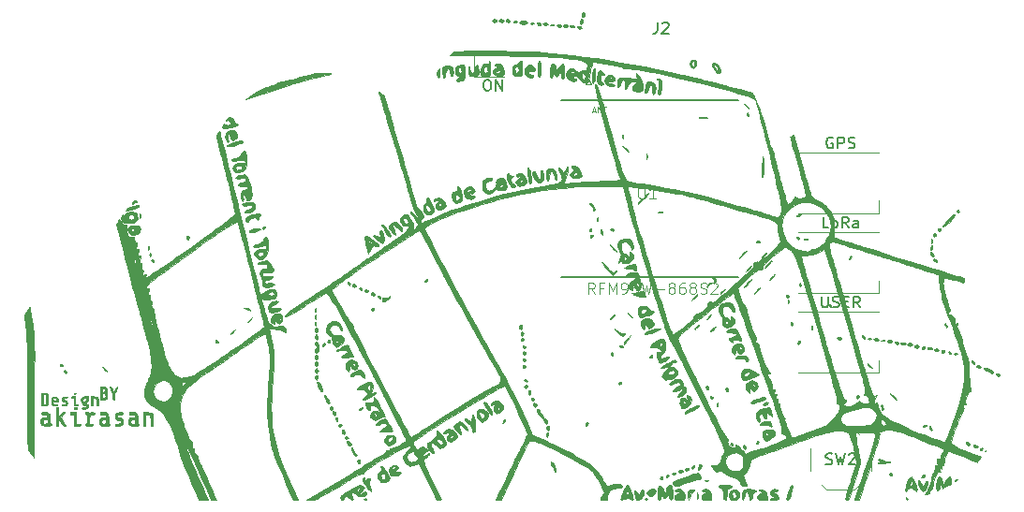
<source format=gbr>
G04 #@! TF.GenerationSoftware,KiCad,Pcbnew,5.0.2-bee76a0~70~ubuntu18.04.1*
G04 #@! TF.CreationDate,2019-01-13T17:19:06+01:00*
G04 #@! TF.ProjectId,lora_node_rfm95_minipro,6c6f7261-5f6e-46f6-9465-5f72666d3935,rev?*
G04 #@! TF.SameCoordinates,Original*
G04 #@! TF.FileFunction,Legend,Top*
G04 #@! TF.FilePolarity,Positive*
%FSLAX46Y46*%
G04 Gerber Fmt 4.6, Leading zero omitted, Abs format (unit mm)*
G04 Created by KiCad (PCBNEW 5.0.2-bee76a0~70~ubuntu18.04.1) date dom 13 ene 2019 17:19:06 CET*
%MOMM*%
%LPD*%
G01*
G04 APERTURE LIST*
%ADD10C,0.100000*%
%ADD11C,0.150000*%
%ADD12C,0.120000*%
%ADD13C,0.381000*%
%ADD14C,0.200000*%
%ADD15C,0.010000*%
%ADD16C,0.050000*%
G04 APERTURE END LIST*
D10*
X149828571Y-76883333D02*
X150066666Y-76883333D01*
X149780952Y-77026190D02*
X149947619Y-76526190D01*
X150114285Y-77026190D01*
X150280952Y-77026190D02*
X150280952Y-76526190D01*
X150566666Y-77026190D01*
X150566666Y-76526190D01*
X150733333Y-76526190D02*
X151019047Y-76526190D01*
X150876190Y-77026190D02*
X150876190Y-76526190D01*
D11*
X170485714Y-93652380D02*
X170485714Y-94461904D01*
X170533333Y-94557142D01*
X170580952Y-94604761D01*
X170676190Y-94652380D01*
X170866666Y-94652380D01*
X170961904Y-94604761D01*
X171009523Y-94557142D01*
X171057142Y-94461904D01*
X171057142Y-93652380D01*
X171485714Y-94604761D02*
X171628571Y-94652380D01*
X171866666Y-94652380D01*
X171961904Y-94604761D01*
X172009523Y-94557142D01*
X172057142Y-94461904D01*
X172057142Y-94366666D01*
X172009523Y-94271428D01*
X171961904Y-94223809D01*
X171866666Y-94176190D01*
X171676190Y-94128571D01*
X171580952Y-94080952D01*
X171533333Y-94033333D01*
X171485714Y-93938095D01*
X171485714Y-93842857D01*
X171533333Y-93747619D01*
X171580952Y-93700000D01*
X171676190Y-93652380D01*
X171914285Y-93652380D01*
X172057142Y-93700000D01*
X172485714Y-94128571D02*
X172819047Y-94128571D01*
X172961904Y-94652380D02*
X172485714Y-94652380D01*
X172485714Y-93652380D01*
X172961904Y-93652380D01*
X173961904Y-94652380D02*
X173628571Y-94176190D01*
X173390476Y-94652380D02*
X173390476Y-93652380D01*
X173771428Y-93652380D01*
X173866666Y-93700000D01*
X173914285Y-93747619D01*
X173961904Y-93842857D01*
X173961904Y-93985714D01*
X173914285Y-94080952D01*
X173866666Y-94128571D01*
X173771428Y-94176190D01*
X173390476Y-94176190D01*
X171104761Y-87452380D02*
X170628571Y-87452380D01*
X170628571Y-86452380D01*
X171580952Y-87452380D02*
X171485714Y-87404761D01*
X171438095Y-87357142D01*
X171390476Y-87261904D01*
X171390476Y-86976190D01*
X171438095Y-86880952D01*
X171485714Y-86833333D01*
X171580952Y-86785714D01*
X171723809Y-86785714D01*
X171819047Y-86833333D01*
X171866666Y-86880952D01*
X171914285Y-86976190D01*
X171914285Y-87261904D01*
X171866666Y-87357142D01*
X171819047Y-87404761D01*
X171723809Y-87452380D01*
X171580952Y-87452380D01*
X172914285Y-87452380D02*
X172580952Y-86976190D01*
X172342857Y-87452380D02*
X172342857Y-86452380D01*
X172723809Y-86452380D01*
X172819047Y-86500000D01*
X172866666Y-86547619D01*
X172914285Y-86642857D01*
X172914285Y-86785714D01*
X172866666Y-86880952D01*
X172819047Y-86928571D01*
X172723809Y-86976190D01*
X172342857Y-86976190D01*
X173771428Y-87452380D02*
X173771428Y-86928571D01*
X173723809Y-86833333D01*
X173628571Y-86785714D01*
X173438095Y-86785714D01*
X173342857Y-86833333D01*
X173771428Y-87404761D02*
X173676190Y-87452380D01*
X173438095Y-87452380D01*
X173342857Y-87404761D01*
X173295238Y-87309523D01*
X173295238Y-87214285D01*
X173342857Y-87119047D01*
X173438095Y-87071428D01*
X173676190Y-87071428D01*
X173771428Y-87023809D01*
X171485714Y-79300000D02*
X171390476Y-79252380D01*
X171247619Y-79252380D01*
X171104761Y-79300000D01*
X171009523Y-79395238D01*
X170961904Y-79490476D01*
X170914285Y-79680952D01*
X170914285Y-79823809D01*
X170961904Y-80014285D01*
X171009523Y-80109523D01*
X171104761Y-80204761D01*
X171247619Y-80252380D01*
X171342857Y-80252380D01*
X171485714Y-80204761D01*
X171533333Y-80157142D01*
X171533333Y-79823809D01*
X171342857Y-79823809D01*
X171961904Y-80252380D02*
X171961904Y-79252380D01*
X172342857Y-79252380D01*
X172438095Y-79300000D01*
X172485714Y-79347619D01*
X172533333Y-79442857D01*
X172533333Y-79585714D01*
X172485714Y-79680952D01*
X172438095Y-79728571D01*
X172342857Y-79776190D01*
X171961904Y-79776190D01*
X172914285Y-80204761D02*
X173057142Y-80252380D01*
X173295238Y-80252380D01*
X173390476Y-80204761D01*
X173438095Y-80157142D01*
X173485714Y-80061904D01*
X173485714Y-79966666D01*
X173438095Y-79871428D01*
X173390476Y-79823809D01*
X173295238Y-79776190D01*
X173104761Y-79728571D01*
X173009523Y-79680952D01*
X172961904Y-79633333D01*
X172914285Y-79538095D01*
X172914285Y-79442857D01*
X172961904Y-79347619D01*
X173009523Y-79300000D01*
X173104761Y-79252380D01*
X173342857Y-79252380D01*
X173485714Y-79300000D01*
X140180952Y-74052380D02*
X140371428Y-74052380D01*
X140466666Y-74100000D01*
X140561904Y-74195238D01*
X140609523Y-74385714D01*
X140609523Y-74719047D01*
X140561904Y-74909523D01*
X140466666Y-75004761D01*
X140371428Y-75052380D01*
X140180952Y-75052380D01*
X140085714Y-75004761D01*
X139990476Y-74909523D01*
X139942857Y-74719047D01*
X139942857Y-74385714D01*
X139990476Y-74195238D01*
X140085714Y-74100000D01*
X140180952Y-74052380D01*
X141038095Y-75052380D02*
X141038095Y-74052380D01*
X141609523Y-75052380D01*
X141609523Y-74052380D01*
D12*
G04 #@! TO.C,J2*
X149152800Y-74432800D02*
X149402800Y-73932800D01*
X149652800Y-74432800D02*
X149152800Y-74432800D01*
X149402800Y-73932800D02*
X149652800Y-74432800D01*
G04 #@! TO.C,LED3*
X168350000Y-95050000D02*
X175650000Y-95050000D01*
X168350000Y-100550000D02*
X175650000Y-100550000D01*
X175650000Y-100550000D02*
X175650000Y-99400000D01*
G04 #@! TO.C,LED2*
X175650000Y-93350000D02*
X175650000Y-92200000D01*
X168350000Y-93350000D02*
X175650000Y-93350000D01*
X168350000Y-87850000D02*
X175650000Y-87850000D01*
G04 #@! TO.C,LED1*
X168350000Y-80650000D02*
X175650000Y-80650000D01*
X168350000Y-86150000D02*
X175650000Y-86150000D01*
X175650000Y-86150000D02*
X175650000Y-85000000D01*
G04 #@! TO.C,SW2*
X170500000Y-110700000D02*
X170950000Y-111150000D01*
X173900000Y-110700000D02*
X173450000Y-111150000D01*
X173900000Y-106100000D02*
X173450000Y-105650000D01*
X170500000Y-106100000D02*
X170950000Y-105650000D01*
X174950000Y-107400000D02*
X174950000Y-109400000D01*
X170950000Y-111150000D02*
X173450000Y-111150000D01*
X169450000Y-107400000D02*
X169450000Y-109400000D01*
X170950000Y-105650000D02*
X173450000Y-105650000D01*
D13*
G04 #@! TO.C,U1*
G36*
X164968700Y-91070800D02*
X164440000Y-91070800D01*
X164440000Y-90690330D01*
X164968700Y-90690330D01*
X164968700Y-91070800D01*
G37*
X164968700Y-91070800D02*
X164440000Y-91070800D01*
X164440000Y-90690330D01*
X164968700Y-90690330D01*
X164968700Y-91070800D01*
D14*
X164981550Y-90870800D02*
G75*
G03X164981550Y-90870800I-291550J0D01*
G01*
X146940000Y-75870800D02*
X162940000Y-75870800D01*
X162940000Y-91870800D02*
X146940000Y-91870800D01*
D12*
G04 #@! TO.C,D2*
X141800000Y-71840000D02*
X139100000Y-71840000D01*
X139100000Y-71840000D02*
X139100000Y-73760000D01*
X139100000Y-73760000D02*
X141800000Y-73760000D01*
D15*
G04 #@! TO.C,*
G36*
X116073602Y-78737640D02*
X116091958Y-78799110D01*
X116126571Y-78930433D01*
X116174287Y-79119054D01*
X116231957Y-79352413D01*
X116296429Y-79617952D01*
X116336986Y-79787167D01*
X116378516Y-79959137D01*
X116439025Y-80206587D01*
X116516866Y-80522881D01*
X116610389Y-80901386D01*
X116717944Y-81335465D01*
X116837882Y-81818484D01*
X116968553Y-82343808D01*
X117108310Y-82904801D01*
X117255502Y-83494829D01*
X117408479Y-84107257D01*
X117565594Y-84735449D01*
X117725195Y-85372771D01*
X117752320Y-85481000D01*
X118019546Y-86548699D01*
X118265652Y-87535241D01*
X118490826Y-88441409D01*
X118695258Y-89267987D01*
X118879139Y-90015759D01*
X119042659Y-90685508D01*
X119186006Y-91278017D01*
X119309372Y-91794071D01*
X119412947Y-92234452D01*
X119496919Y-92599945D01*
X119561479Y-92891332D01*
X119606818Y-93109397D01*
X119625132Y-93206834D01*
X119652711Y-93355263D01*
X119676260Y-93467325D01*
X119690977Y-93520296D01*
X119691586Y-93521247D01*
X119727789Y-93507057D01*
X119799838Y-93449279D01*
X119821858Y-93428869D01*
X119848730Y-93408420D01*
X120423224Y-93408420D01*
X120463611Y-93503181D01*
X120475467Y-93515867D01*
X120559106Y-93552649D01*
X120687747Y-93565053D01*
X120825495Y-93553681D01*
X120936454Y-93519138D01*
X120954650Y-93507804D01*
X121008089Y-93452300D01*
X121003514Y-93383507D01*
X120985348Y-93339639D01*
X120898062Y-93236342D01*
X120766193Y-93201280D01*
X120597756Y-93236339D01*
X120578846Y-93243926D01*
X120462911Y-93318646D01*
X120423224Y-93408420D01*
X119848730Y-93408420D01*
X119985778Y-93304131D01*
X120201277Y-93183179D01*
X120436136Y-93081905D01*
X120658137Y-93016201D01*
X120658609Y-93016103D01*
X120883452Y-92993267D01*
X121050305Y-93031578D01*
X121161433Y-93132702D01*
X121219100Y-93298306D01*
X121229000Y-93435950D01*
X121207745Y-93593770D01*
X121137910Y-93716982D01*
X121010388Y-93812591D01*
X120816076Y-93887601D01*
X120567224Y-93945055D01*
X120304091Y-93960167D01*
X120075697Y-93899039D01*
X119940503Y-93815203D01*
X119858660Y-93761654D01*
X119807253Y-93747718D01*
X119804233Y-93749656D01*
X119805668Y-93797860D01*
X119829938Y-93905659D01*
X119872189Y-94052634D01*
X119888430Y-94103732D01*
X119940495Y-94272213D01*
X120005634Y-94495277D01*
X120076004Y-94745466D01*
X120143762Y-94995321D01*
X120152186Y-95027167D01*
X120260860Y-95411770D01*
X120363004Y-95715008D01*
X120459942Y-95939815D01*
X120552999Y-96089128D01*
X120643498Y-96165882D01*
X120670103Y-96175141D01*
X120782630Y-96225538D01*
X120881463Y-96302441D01*
X120954731Y-96364758D01*
X121035990Y-96394668D01*
X121145877Y-96393532D01*
X121305028Y-96362714D01*
X121407371Y-96337158D01*
X121640518Y-96289951D01*
X121811188Y-96291218D01*
X121930152Y-96346978D01*
X122008183Y-96463246D01*
X122056054Y-96646039D01*
X122064770Y-96704312D01*
X122071592Y-96811272D01*
X122046815Y-96860041D01*
X121977876Y-96854723D01*
X121852209Y-96799420D01*
X121821313Y-96783820D01*
X121686552Y-96727060D01*
X121513415Y-96669664D01*
X121389083Y-96636279D01*
X121226529Y-96606080D01*
X121047420Y-96585513D01*
X120871134Y-96575076D01*
X120717047Y-96575265D01*
X120604536Y-96586574D01*
X120552979Y-96609500D01*
X120551667Y-96614843D01*
X120559736Y-96666765D01*
X120582387Y-96789579D01*
X120617282Y-96971218D01*
X120662086Y-97199615D01*
X120714462Y-97462702D01*
X120750417Y-97641426D01*
X120949167Y-98625500D01*
X120948535Y-99514500D01*
X120943816Y-99886787D01*
X120931096Y-100281454D01*
X120911783Y-100666801D01*
X120887287Y-101011128D01*
X120877056Y-101123167D01*
X120797412Y-102047811D01*
X120748816Y-102903905D01*
X120732512Y-103702149D01*
X120749747Y-104453242D01*
X120801768Y-105167883D01*
X120889822Y-105856773D01*
X121015153Y-106530609D01*
X121179009Y-107200091D01*
X121382637Y-107875920D01*
X121627281Y-108568793D01*
X121794282Y-108997167D01*
X121911726Y-109280957D01*
X122057433Y-109620428D01*
X122222636Y-109996172D01*
X122398568Y-110388782D01*
X122576464Y-110778850D01*
X122747558Y-111146970D01*
X122903084Y-111473733D01*
X123022834Y-111717084D01*
X123177398Y-112024000D01*
X122731834Y-112020802D01*
X122353198Y-111165151D01*
X122096798Y-110584918D01*
X121872548Y-110075197D01*
X121677833Y-109629299D01*
X121510038Y-109240536D01*
X121366546Y-108902219D01*
X121244743Y-108607661D01*
X121142014Y-108350173D01*
X121055742Y-108123067D01*
X120983312Y-107919655D01*
X120922109Y-107733248D01*
X120869518Y-107557159D01*
X120822922Y-107384698D01*
X120779707Y-107209178D01*
X120741919Y-107044744D01*
X120578019Y-106168331D01*
X120464985Y-105230414D01*
X120403282Y-104237519D01*
X120393372Y-103196171D01*
X120416314Y-102466715D01*
X120433846Y-102137624D01*
X120455264Y-101800399D01*
X120478992Y-101475963D01*
X120503453Y-101185238D01*
X120527073Y-100949146D01*
X120536639Y-100869167D01*
X120575163Y-100492447D01*
X120599318Y-100087555D01*
X120609093Y-99675436D01*
X120604475Y-99277034D01*
X120585454Y-98913295D01*
X120552018Y-98605163D01*
X120537895Y-98519667D01*
X120492908Y-98284842D01*
X120441014Y-98030171D01*
X120386009Y-97772632D01*
X120331686Y-97529202D01*
X120281839Y-97316858D01*
X120240263Y-97152578D01*
X120210752Y-97053339D01*
X120209343Y-97049547D01*
X120170696Y-96947900D01*
X120011932Y-97037181D01*
X119889441Y-97111554D01*
X119704691Y-97232005D01*
X119456649Y-97399244D01*
X119144282Y-97613978D01*
X118766560Y-97876914D01*
X118322450Y-98188762D01*
X117937736Y-98460439D01*
X117663012Y-98653590D01*
X117335085Y-98882098D01*
X116971070Y-99134158D01*
X116588082Y-99397970D01*
X116203237Y-99661729D01*
X115833649Y-99913635D01*
X115641000Y-100044261D01*
X115217259Y-100331561D01*
X114856809Y-100577591D01*
X114552336Y-100787807D01*
X114296527Y-100967666D01*
X114082067Y-101122624D01*
X113901643Y-101258138D01*
X113747940Y-101379664D01*
X113613646Y-101492660D01*
X113491445Y-101602581D01*
X113374026Y-101714885D01*
X113291317Y-101797275D01*
X113024016Y-102093479D01*
X112823203Y-102383021D01*
X112680194Y-102685783D01*
X112586308Y-103021645D01*
X112532863Y-103410489D01*
X112522372Y-103558096D01*
X112515041Y-103809342D01*
X112525624Y-104046840D01*
X112557328Y-104287703D01*
X112613357Y-104549042D01*
X112696919Y-104847971D01*
X112811219Y-105201600D01*
X112853426Y-105325099D01*
X113009806Y-105764386D01*
X113150535Y-106131082D01*
X113274795Y-106423468D01*
X113381765Y-106639825D01*
X113470626Y-106778433D01*
X113540558Y-106837573D01*
X113572884Y-106834324D01*
X113587788Y-106860927D01*
X113591462Y-106954604D01*
X113583377Y-107098441D01*
X113581732Y-107116750D01*
X113553345Y-107422189D01*
X113659295Y-107395597D01*
X113725241Y-107384984D01*
X113755166Y-107410673D01*
X113762084Y-107492473D01*
X113761206Y-107550719D01*
X113767275Y-107663711D01*
X113800496Y-107757962D01*
X113874563Y-107863617D01*
X113936067Y-107935688D01*
X114062957Y-108106657D01*
X114133198Y-108261602D01*
X114140035Y-108292888D01*
X114166591Y-108384021D01*
X114223308Y-108533925D01*
X114303115Y-108725332D01*
X114398937Y-108940973D01*
X114454498Y-109060667D01*
X114564986Y-109298098D01*
X114672882Y-109535411D01*
X114768174Y-109750215D01*
X114840849Y-109920118D01*
X114861480Y-109970834D01*
X114924573Y-110124002D01*
X115017539Y-110341678D01*
X115134914Y-110611431D01*
X115271235Y-110920828D01*
X115421039Y-111257438D01*
X115578860Y-111608829D01*
X115666131Y-111801750D01*
X115766933Y-112024000D01*
X115314393Y-112024000D01*
X115133381Y-111632417D01*
X114952204Y-111239069D01*
X114760362Y-110820029D01*
X114562678Y-110386020D01*
X114363972Y-109947762D01*
X114169069Y-109515977D01*
X113982790Y-109101386D01*
X113809957Y-108714711D01*
X113655392Y-108366673D01*
X113523917Y-108067993D01*
X113420356Y-107829393D01*
X113375876Y-107724887D01*
X113278855Y-107497586D01*
X113188967Y-107292871D01*
X113112928Y-107125595D01*
X113057457Y-107010609D01*
X113033424Y-106967667D01*
X112990094Y-106912072D01*
X112975489Y-106929367D01*
X112974000Y-106993375D01*
X112991364Y-107105919D01*
X113041787Y-107289004D01*
X113122772Y-107536332D01*
X113231817Y-107841605D01*
X113366423Y-108198528D01*
X113524091Y-108600804D01*
X113702321Y-109042134D01*
X113898613Y-109516223D01*
X114110467Y-110016774D01*
X114335385Y-110537488D01*
X114570865Y-111072071D01*
X114765141Y-111505417D01*
X114999479Y-112024000D01*
X114173923Y-112024000D01*
X113991862Y-111611250D01*
X113731315Y-111018284D01*
X113502826Y-110492729D01*
X113302734Y-110025229D01*
X113127378Y-109606432D01*
X112973097Y-109226983D01*
X112836231Y-108877530D01*
X112713119Y-108548719D01*
X112600099Y-108231195D01*
X112493512Y-107915605D01*
X112389697Y-107592596D01*
X112284992Y-107252813D01*
X112281215Y-107240334D01*
X112086228Y-106619097D01*
X111898952Y-106074667D01*
X111715238Y-105600016D01*
X111530939Y-105188121D01*
X111341906Y-104831953D01*
X111143993Y-104524488D01*
X110933052Y-104258699D01*
X110704934Y-104027561D01*
X110455492Y-103824047D01*
X110180578Y-103641132D01*
X110143216Y-103618774D01*
X109803262Y-103386223D01*
X109545517Y-103138673D01*
X109368519Y-102874068D01*
X109270805Y-102590353D01*
X109248667Y-102361340D01*
X109264404Y-102223834D01*
X110054343Y-102223834D01*
X110090691Y-102492677D01*
X110199161Y-102719524D01*
X110381020Y-102905989D01*
X110637537Y-103053687D01*
X110736363Y-103093308D01*
X110934753Y-103148038D01*
X111106131Y-103146698D01*
X111282710Y-103086023D01*
X111392744Y-103026746D01*
X111607057Y-102856981D01*
X111755608Y-102645950D01*
X111837208Y-102407149D01*
X111850668Y-102154074D01*
X111794797Y-101900220D01*
X111668406Y-101659085D01*
X111642064Y-101628503D01*
X112636404Y-101628503D01*
X112640282Y-101739708D01*
X112666585Y-101796474D01*
X112709693Y-101786944D01*
X112783598Y-101728741D01*
X112869626Y-101641905D01*
X112949104Y-101546473D01*
X113003360Y-101462485D01*
X113016334Y-101421139D01*
X112982630Y-101371632D01*
X112901037Y-101356488D01*
X112800833Y-101375232D01*
X112712750Y-101426061D01*
X112662182Y-101510937D01*
X112636404Y-101628503D01*
X111642064Y-101628503D01*
X111527695Y-101495729D01*
X111316088Y-101337337D01*
X111092746Y-101250594D01*
X110870617Y-101238511D01*
X110675315Y-101297498D01*
X110410717Y-101470407D01*
X110216810Y-101683648D01*
X110096923Y-101932254D01*
X110054387Y-102211256D01*
X110054343Y-102223834D01*
X109264404Y-102223834D01*
X109272709Y-102151275D01*
X109341213Y-101889115D01*
X109448749Y-101591165D01*
X109589884Y-101273732D01*
X109652526Y-101148823D01*
X109776693Y-100883539D01*
X109859222Y-100636614D01*
X109905173Y-100381898D01*
X109919605Y-100093239D01*
X109911360Y-99810834D01*
X109895657Y-99575543D01*
X109872543Y-99339295D01*
X109840248Y-99093908D01*
X109797000Y-98831199D01*
X109741029Y-98542987D01*
X109670564Y-98221090D01*
X109583834Y-97857324D01*
X109479068Y-97443508D01*
X109354495Y-96971459D01*
X109288574Y-96728585D01*
X110054347Y-96728585D01*
X110057863Y-96846083D01*
X110070039Y-96891474D01*
X110096438Y-96877263D01*
X110111967Y-96858034D01*
X110148224Y-96760111D01*
X110147899Y-96677491D01*
X110117578Y-96575598D01*
X110086643Y-96553652D01*
X110062956Y-96607360D01*
X110054347Y-96728585D01*
X109288574Y-96728585D01*
X109208344Y-96432996D01*
X109078323Y-95961969D01*
X108981657Y-95612529D01*
X109763849Y-95612529D01*
X109772386Y-95704596D01*
X109801122Y-95874009D01*
X109842960Y-96031209D01*
X109891098Y-96158039D01*
X109938734Y-96236346D01*
X109976622Y-96249711D01*
X109997691Y-96194340D01*
X109994452Y-96090318D01*
X109991269Y-96070069D01*
X109950257Y-95871452D01*
X109904630Y-95704804D01*
X109858861Y-95577594D01*
X109817425Y-95497291D01*
X109784795Y-95471366D01*
X109765445Y-95507289D01*
X109763849Y-95612529D01*
X108981657Y-95612529D01*
X108878091Y-95238149D01*
X108825979Y-95048334D01*
X109587334Y-95048334D01*
X109598823Y-95163752D01*
X109627867Y-95215564D01*
X109666331Y-95195539D01*
X109688600Y-95150803D01*
X109699062Y-95065148D01*
X109683944Y-94968088D01*
X109651681Y-94895714D01*
X109625078Y-94879000D01*
X109601439Y-94916567D01*
X109588294Y-95010411D01*
X109587334Y-95048334D01*
X108825979Y-95048334D01*
X108684818Y-94534171D01*
X108530237Y-93966335D01*
X109291000Y-93966335D01*
X109299306Y-94080808D01*
X109320349Y-94149992D01*
X109333334Y-94159334D01*
X109360005Y-94121814D01*
X109374682Y-94028244D01*
X109375667Y-93992499D01*
X109365826Y-93879776D01*
X109341385Y-93807524D01*
X109333334Y-93799500D01*
X109306433Y-93819581D01*
X109292354Y-93911670D01*
X109291000Y-93966335D01*
X108530237Y-93966335D01*
X108495683Y-93839409D01*
X108307866Y-93143237D01*
X108214481Y-92793900D01*
X109425422Y-92793900D01*
X109433891Y-92867052D01*
X109507301Y-92898720D01*
X109561534Y-92897382D01*
X109639849Y-92893862D01*
X109669160Y-92921279D01*
X109663820Y-93001988D01*
X109656659Y-93045548D01*
X109621290Y-93254085D01*
X109599374Y-93392621D01*
X109591490Y-93474837D01*
X109598215Y-93514416D01*
X109620127Y-93525038D01*
X109657804Y-93520385D01*
X109676585Y-93517427D01*
X109733477Y-93514245D01*
X109761991Y-93538170D01*
X109769493Y-93608343D01*
X109763401Y-93743034D01*
X109758971Y-93883369D01*
X109771690Y-93964645D01*
X109808406Y-94011838D01*
X109842951Y-94033199D01*
X109896766Y-94071426D01*
X109920677Y-94127283D01*
X109921122Y-94226394D01*
X109913253Y-94312940D01*
X109903711Y-94452508D01*
X109916330Y-94539531D01*
X109958450Y-94604826D01*
X109990349Y-94636608D01*
X110056612Y-94725279D01*
X110104912Y-94859617D01*
X110138049Y-95027167D01*
X110179858Y-95259551D01*
X110240517Y-95552403D01*
X110317220Y-95895090D01*
X110407163Y-96276978D01*
X110507540Y-96687432D01*
X110615547Y-97115817D01*
X110728377Y-97551501D01*
X110843226Y-97983848D01*
X110957288Y-98402225D01*
X111067759Y-98795996D01*
X111171833Y-99154529D01*
X111266705Y-99467189D01*
X111349570Y-99723341D01*
X111417623Y-99912351D01*
X111442546Y-99972396D01*
X111526217Y-100122652D01*
X111652370Y-100305147D01*
X111801297Y-100494663D01*
X111953291Y-100665985D01*
X112077069Y-100784323D01*
X112219119Y-100881120D01*
X112384035Y-100960976D01*
X112536587Y-101008168D01*
X112593000Y-101014581D01*
X112658766Y-101008508D01*
X112788232Y-100991311D01*
X112961581Y-100965762D01*
X113125915Y-100939988D01*
X113321976Y-100906825D01*
X113472083Y-100874318D01*
X113600033Y-100833333D01*
X113729626Y-100774742D01*
X113884657Y-100689411D01*
X114078415Y-100574521D01*
X114367900Y-100397268D01*
X114698300Y-100188828D01*
X115062839Y-99953896D01*
X115454741Y-99697169D01*
X115867231Y-99423343D01*
X116293531Y-99137113D01*
X116726867Y-98843174D01*
X117160462Y-98546224D01*
X117587541Y-98250957D01*
X118001328Y-97962070D01*
X118395046Y-97684258D01*
X118761921Y-97422217D01*
X119095176Y-97180644D01*
X119388034Y-96964233D01*
X119633721Y-96777681D01*
X119825461Y-96625684D01*
X119956477Y-96512937D01*
X119997109Y-96472736D01*
X120098717Y-96362840D01*
X120023506Y-96012504D01*
X119984665Y-95839747D01*
X119927621Y-95597645D01*
X119854159Y-95293182D01*
X119766062Y-94933345D01*
X119665116Y-94525120D01*
X119553105Y-94075493D01*
X119431814Y-93591451D01*
X119303028Y-93079978D01*
X119168532Y-92548062D01*
X119030109Y-92002689D01*
X118889546Y-91450845D01*
X118748625Y-90899515D01*
X118609133Y-90355686D01*
X118472854Y-89826345D01*
X118341572Y-89318476D01*
X118217073Y-88839067D01*
X118101140Y-88395104D01*
X117995559Y-87993572D01*
X117902114Y-87641458D01*
X117822590Y-87345747D01*
X117758772Y-87113427D01*
X117712444Y-86951483D01*
X117691724Y-86884772D01*
X117659889Y-86866043D01*
X117582550Y-86887050D01*
X117449328Y-86951199D01*
X117387116Y-86984728D01*
X117192093Y-87098288D01*
X116938194Y-87256574D01*
X116631925Y-87454932D01*
X116279791Y-87688708D01*
X115888298Y-87953250D01*
X115463953Y-88243904D01*
X115013262Y-88556018D01*
X114542729Y-88884938D01*
X114058862Y-89226010D01*
X113568166Y-89574583D01*
X113077148Y-89926002D01*
X112592312Y-90275614D01*
X112120166Y-90618766D01*
X111667215Y-90950806D01*
X111239964Y-91267079D01*
X110844921Y-91562933D01*
X110488590Y-91833715D01*
X110177479Y-92074771D01*
X109918092Y-92281448D01*
X109716936Y-92449093D01*
X109599826Y-92554341D01*
X109481024Y-92687063D01*
X109425422Y-92793900D01*
X108214481Y-92793900D01*
X108118547Y-92435028D01*
X108081889Y-92296667D01*
X108825334Y-92296667D01*
X108836823Y-92412085D01*
X108865867Y-92463898D01*
X108904331Y-92443873D01*
X108926600Y-92399136D01*
X108937062Y-92313481D01*
X108921944Y-92216422D01*
X108889681Y-92144048D01*
X108863078Y-92127334D01*
X108839439Y-92164901D01*
X108826294Y-92258745D01*
X108825334Y-92296667D01*
X108081889Y-92296667D01*
X107924907Y-91704159D01*
X107918519Y-91679844D01*
X108657473Y-91679844D01*
X108675776Y-91789347D01*
X108681603Y-91806128D01*
X108720413Y-91852868D01*
X108759546Y-91830158D01*
X108781988Y-91751419D01*
X108783000Y-91726131D01*
X108770393Y-91606081D01*
X108738365Y-91528961D01*
X108695609Y-91515244D01*
X108693898Y-91516242D01*
X108664052Y-91576132D01*
X108657473Y-91679844D01*
X107918519Y-91679844D01*
X107757363Y-91066502D01*
X108529000Y-91066502D01*
X108538262Y-91173458D01*
X108561436Y-91233560D01*
X108571334Y-91238334D01*
X108599505Y-91201165D01*
X108613368Y-91109963D01*
X108613667Y-91092665D01*
X108602449Y-90987221D01*
X108575068Y-90923708D01*
X108571334Y-90920834D01*
X108543541Y-90939888D01*
X108529792Y-91029316D01*
X108529000Y-91066502D01*
X107757363Y-91066502D01*
X107724124Y-90940001D01*
X107590532Y-90427760D01*
X108361339Y-90427760D01*
X108362160Y-90525548D01*
X108377212Y-90601018D01*
X108386738Y-90616294D01*
X108437789Y-90627166D01*
X108477537Y-90575848D01*
X108486667Y-90519631D01*
X108471002Y-90406686D01*
X108432375Y-90326994D01*
X108397471Y-90307000D01*
X108373519Y-90343097D01*
X108361339Y-90427760D01*
X107590532Y-90427760D01*
X107513379Y-90131931D01*
X107289851Y-89269321D01*
X107166250Y-88789772D01*
X107894581Y-88789772D01*
X107902952Y-88882667D01*
X107921071Y-88922960D01*
X107972123Y-88933832D01*
X108011870Y-88882515D01*
X108021000Y-88826297D01*
X108007175Y-88718231D01*
X107973241Y-88647634D01*
X107931898Y-88637575D01*
X107904777Y-88693659D01*
X107894581Y-88789772D01*
X107166250Y-88789772D01*
X107050721Y-88341546D01*
X106896832Y-87742364D01*
X106733045Y-87103894D01*
X106873860Y-86884453D01*
X107014674Y-86665012D01*
X107129607Y-86845589D01*
X107228646Y-86989597D01*
X107315104Y-87078303D01*
X107413883Y-87132322D01*
X107513000Y-87162988D01*
X107661167Y-87201608D01*
X107646765Y-87438033D01*
X107648008Y-87648870D01*
X107673357Y-87857056D01*
X107717892Y-88039137D01*
X107776696Y-88171662D01*
X107808882Y-88211092D01*
X107883520Y-88254827D01*
X107994690Y-88271858D01*
X108134947Y-88268743D01*
X108380834Y-88253834D01*
X108380834Y-88529000D01*
X108386249Y-88688608D01*
X108403748Y-88773561D01*
X108433750Y-88793584D01*
X108526810Y-88774972D01*
X108539584Y-88772417D01*
X108567911Y-88774587D01*
X108582275Y-88804853D01*
X108583014Y-88877594D01*
X108570462Y-89007188D01*
X108549054Y-89176922D01*
X108516793Y-89422677D01*
X108635292Y-89392936D01*
X108753790Y-89363195D01*
X108725928Y-89591681D01*
X108704782Y-89742053D01*
X108681717Y-89872419D01*
X108670363Y-89922043D01*
X108658460Y-89989507D01*
X108688116Y-90009882D01*
X108779492Y-89996551D01*
X108781877Y-89996075D01*
X108921095Y-89968231D01*
X108893717Y-90127032D01*
X108856729Y-90345182D01*
X108834879Y-90492543D01*
X108828532Y-90581696D01*
X108838055Y-90625223D01*
X108863813Y-90635702D01*
X108906172Y-90625713D01*
X108908198Y-90625072D01*
X108957019Y-90613138D01*
X108984458Y-90626891D01*
X108995157Y-90682523D01*
X108993757Y-90796227D01*
X108988706Y-90905930D01*
X108982407Y-91065761D01*
X108986207Y-91159885D01*
X109004986Y-91207101D01*
X109043625Y-91226208D01*
X109073187Y-91231276D01*
X109129712Y-91245061D01*
X109155555Y-91280105D01*
X109157124Y-91358357D01*
X109144225Y-91474693D01*
X109131410Y-91609198D01*
X109138080Y-91679159D01*
X109167086Y-91703051D01*
X109179622Y-91704000D01*
X109252998Y-91679362D01*
X109269834Y-91661667D01*
X109323883Y-91620935D01*
X109381119Y-91625174D01*
X109405630Y-91667522D01*
X109401182Y-91686766D01*
X109351664Y-91840996D01*
X109347907Y-91929590D01*
X109389683Y-91958000D01*
X109389843Y-91958000D01*
X109436201Y-91941126D01*
X109529917Y-91889503D01*
X109673226Y-91801628D01*
X109868367Y-91676001D01*
X110117575Y-91511119D01*
X110423089Y-91305481D01*
X110787146Y-91057585D01*
X111211981Y-90765930D01*
X111699833Y-90429013D01*
X112252938Y-90045333D01*
X112635334Y-89779328D01*
X113408430Y-89239383D01*
X114111629Y-88744773D01*
X114746023Y-88294696D01*
X115312708Y-87888353D01*
X115812778Y-87524942D01*
X116247327Y-87203662D01*
X116617450Y-86923714D01*
X116924241Y-86684296D01*
X117168795Y-86484609D01*
X117324368Y-86349305D01*
X117518303Y-86173725D01*
X117358853Y-85456946D01*
X117315027Y-85266142D01*
X117252668Y-85003591D01*
X117174338Y-84679541D01*
X117082603Y-84304240D01*
X116980026Y-83887937D01*
X116869170Y-83440880D01*
X116752600Y-82973318D01*
X116632880Y-82495499D01*
X116512573Y-82017671D01*
X116394243Y-81550084D01*
X116280455Y-81102986D01*
X116173771Y-80686624D01*
X116076756Y-80311248D01*
X115991973Y-79987106D01*
X115964366Y-79882769D01*
X115776113Y-79174039D01*
X115909287Y-78917909D01*
X115982349Y-78784990D01*
X116029975Y-78720724D01*
X116060395Y-78716081D01*
X116073602Y-78737640D01*
X116073602Y-78737640D01*
G37*
X116073602Y-78737640D02*
X116091958Y-78799110D01*
X116126571Y-78930433D01*
X116174287Y-79119054D01*
X116231957Y-79352413D01*
X116296429Y-79617952D01*
X116336986Y-79787167D01*
X116378516Y-79959137D01*
X116439025Y-80206587D01*
X116516866Y-80522881D01*
X116610389Y-80901386D01*
X116717944Y-81335465D01*
X116837882Y-81818484D01*
X116968553Y-82343808D01*
X117108310Y-82904801D01*
X117255502Y-83494829D01*
X117408479Y-84107257D01*
X117565594Y-84735449D01*
X117725195Y-85372771D01*
X117752320Y-85481000D01*
X118019546Y-86548699D01*
X118265652Y-87535241D01*
X118490826Y-88441409D01*
X118695258Y-89267987D01*
X118879139Y-90015759D01*
X119042659Y-90685508D01*
X119186006Y-91278017D01*
X119309372Y-91794071D01*
X119412947Y-92234452D01*
X119496919Y-92599945D01*
X119561479Y-92891332D01*
X119606818Y-93109397D01*
X119625132Y-93206834D01*
X119652711Y-93355263D01*
X119676260Y-93467325D01*
X119690977Y-93520296D01*
X119691586Y-93521247D01*
X119727789Y-93507057D01*
X119799838Y-93449279D01*
X119821858Y-93428869D01*
X119848730Y-93408420D01*
X120423224Y-93408420D01*
X120463611Y-93503181D01*
X120475467Y-93515867D01*
X120559106Y-93552649D01*
X120687747Y-93565053D01*
X120825495Y-93553681D01*
X120936454Y-93519138D01*
X120954650Y-93507804D01*
X121008089Y-93452300D01*
X121003514Y-93383507D01*
X120985348Y-93339639D01*
X120898062Y-93236342D01*
X120766193Y-93201280D01*
X120597756Y-93236339D01*
X120578846Y-93243926D01*
X120462911Y-93318646D01*
X120423224Y-93408420D01*
X119848730Y-93408420D01*
X119985778Y-93304131D01*
X120201277Y-93183179D01*
X120436136Y-93081905D01*
X120658137Y-93016201D01*
X120658609Y-93016103D01*
X120883452Y-92993267D01*
X121050305Y-93031578D01*
X121161433Y-93132702D01*
X121219100Y-93298306D01*
X121229000Y-93435950D01*
X121207745Y-93593770D01*
X121137910Y-93716982D01*
X121010388Y-93812591D01*
X120816076Y-93887601D01*
X120567224Y-93945055D01*
X120304091Y-93960167D01*
X120075697Y-93899039D01*
X119940503Y-93815203D01*
X119858660Y-93761654D01*
X119807253Y-93747718D01*
X119804233Y-93749656D01*
X119805668Y-93797860D01*
X119829938Y-93905659D01*
X119872189Y-94052634D01*
X119888430Y-94103732D01*
X119940495Y-94272213D01*
X120005634Y-94495277D01*
X120076004Y-94745466D01*
X120143762Y-94995321D01*
X120152186Y-95027167D01*
X120260860Y-95411770D01*
X120363004Y-95715008D01*
X120459942Y-95939815D01*
X120552999Y-96089128D01*
X120643498Y-96165882D01*
X120670103Y-96175141D01*
X120782630Y-96225538D01*
X120881463Y-96302441D01*
X120954731Y-96364758D01*
X121035990Y-96394668D01*
X121145877Y-96393532D01*
X121305028Y-96362714D01*
X121407371Y-96337158D01*
X121640518Y-96289951D01*
X121811188Y-96291218D01*
X121930152Y-96346978D01*
X122008183Y-96463246D01*
X122056054Y-96646039D01*
X122064770Y-96704312D01*
X122071592Y-96811272D01*
X122046815Y-96860041D01*
X121977876Y-96854723D01*
X121852209Y-96799420D01*
X121821313Y-96783820D01*
X121686552Y-96727060D01*
X121513415Y-96669664D01*
X121389083Y-96636279D01*
X121226529Y-96606080D01*
X121047420Y-96585513D01*
X120871134Y-96575076D01*
X120717047Y-96575265D01*
X120604536Y-96586574D01*
X120552979Y-96609500D01*
X120551667Y-96614843D01*
X120559736Y-96666765D01*
X120582387Y-96789579D01*
X120617282Y-96971218D01*
X120662086Y-97199615D01*
X120714462Y-97462702D01*
X120750417Y-97641426D01*
X120949167Y-98625500D01*
X120948535Y-99514500D01*
X120943816Y-99886787D01*
X120931096Y-100281454D01*
X120911783Y-100666801D01*
X120887287Y-101011128D01*
X120877056Y-101123167D01*
X120797412Y-102047811D01*
X120748816Y-102903905D01*
X120732512Y-103702149D01*
X120749747Y-104453242D01*
X120801768Y-105167883D01*
X120889822Y-105856773D01*
X121015153Y-106530609D01*
X121179009Y-107200091D01*
X121382637Y-107875920D01*
X121627281Y-108568793D01*
X121794282Y-108997167D01*
X121911726Y-109280957D01*
X122057433Y-109620428D01*
X122222636Y-109996172D01*
X122398568Y-110388782D01*
X122576464Y-110778850D01*
X122747558Y-111146970D01*
X122903084Y-111473733D01*
X123022834Y-111717084D01*
X123177398Y-112024000D01*
X122731834Y-112020802D01*
X122353198Y-111165151D01*
X122096798Y-110584918D01*
X121872548Y-110075197D01*
X121677833Y-109629299D01*
X121510038Y-109240536D01*
X121366546Y-108902219D01*
X121244743Y-108607661D01*
X121142014Y-108350173D01*
X121055742Y-108123067D01*
X120983312Y-107919655D01*
X120922109Y-107733248D01*
X120869518Y-107557159D01*
X120822922Y-107384698D01*
X120779707Y-107209178D01*
X120741919Y-107044744D01*
X120578019Y-106168331D01*
X120464985Y-105230414D01*
X120403282Y-104237519D01*
X120393372Y-103196171D01*
X120416314Y-102466715D01*
X120433846Y-102137624D01*
X120455264Y-101800399D01*
X120478992Y-101475963D01*
X120503453Y-101185238D01*
X120527073Y-100949146D01*
X120536639Y-100869167D01*
X120575163Y-100492447D01*
X120599318Y-100087555D01*
X120609093Y-99675436D01*
X120604475Y-99277034D01*
X120585454Y-98913295D01*
X120552018Y-98605163D01*
X120537895Y-98519667D01*
X120492908Y-98284842D01*
X120441014Y-98030171D01*
X120386009Y-97772632D01*
X120331686Y-97529202D01*
X120281839Y-97316858D01*
X120240263Y-97152578D01*
X120210752Y-97053339D01*
X120209343Y-97049547D01*
X120170696Y-96947900D01*
X120011932Y-97037181D01*
X119889441Y-97111554D01*
X119704691Y-97232005D01*
X119456649Y-97399244D01*
X119144282Y-97613978D01*
X118766560Y-97876914D01*
X118322450Y-98188762D01*
X117937736Y-98460439D01*
X117663012Y-98653590D01*
X117335085Y-98882098D01*
X116971070Y-99134158D01*
X116588082Y-99397970D01*
X116203237Y-99661729D01*
X115833649Y-99913635D01*
X115641000Y-100044261D01*
X115217259Y-100331561D01*
X114856809Y-100577591D01*
X114552336Y-100787807D01*
X114296527Y-100967666D01*
X114082067Y-101122624D01*
X113901643Y-101258138D01*
X113747940Y-101379664D01*
X113613646Y-101492660D01*
X113491445Y-101602581D01*
X113374026Y-101714885D01*
X113291317Y-101797275D01*
X113024016Y-102093479D01*
X112823203Y-102383021D01*
X112680194Y-102685783D01*
X112586308Y-103021645D01*
X112532863Y-103410489D01*
X112522372Y-103558096D01*
X112515041Y-103809342D01*
X112525624Y-104046840D01*
X112557328Y-104287703D01*
X112613357Y-104549042D01*
X112696919Y-104847971D01*
X112811219Y-105201600D01*
X112853426Y-105325099D01*
X113009806Y-105764386D01*
X113150535Y-106131082D01*
X113274795Y-106423468D01*
X113381765Y-106639825D01*
X113470626Y-106778433D01*
X113540558Y-106837573D01*
X113572884Y-106834324D01*
X113587788Y-106860927D01*
X113591462Y-106954604D01*
X113583377Y-107098441D01*
X113581732Y-107116750D01*
X113553345Y-107422189D01*
X113659295Y-107395597D01*
X113725241Y-107384984D01*
X113755166Y-107410673D01*
X113762084Y-107492473D01*
X113761206Y-107550719D01*
X113767275Y-107663711D01*
X113800496Y-107757962D01*
X113874563Y-107863617D01*
X113936067Y-107935688D01*
X114062957Y-108106657D01*
X114133198Y-108261602D01*
X114140035Y-108292888D01*
X114166591Y-108384021D01*
X114223308Y-108533925D01*
X114303115Y-108725332D01*
X114398937Y-108940973D01*
X114454498Y-109060667D01*
X114564986Y-109298098D01*
X114672882Y-109535411D01*
X114768174Y-109750215D01*
X114840849Y-109920118D01*
X114861480Y-109970834D01*
X114924573Y-110124002D01*
X115017539Y-110341678D01*
X115134914Y-110611431D01*
X115271235Y-110920828D01*
X115421039Y-111257438D01*
X115578860Y-111608829D01*
X115666131Y-111801750D01*
X115766933Y-112024000D01*
X115314393Y-112024000D01*
X115133381Y-111632417D01*
X114952204Y-111239069D01*
X114760362Y-110820029D01*
X114562678Y-110386020D01*
X114363972Y-109947762D01*
X114169069Y-109515977D01*
X113982790Y-109101386D01*
X113809957Y-108714711D01*
X113655392Y-108366673D01*
X113523917Y-108067993D01*
X113420356Y-107829393D01*
X113375876Y-107724887D01*
X113278855Y-107497586D01*
X113188967Y-107292871D01*
X113112928Y-107125595D01*
X113057457Y-107010609D01*
X113033424Y-106967667D01*
X112990094Y-106912072D01*
X112975489Y-106929367D01*
X112974000Y-106993375D01*
X112991364Y-107105919D01*
X113041787Y-107289004D01*
X113122772Y-107536332D01*
X113231817Y-107841605D01*
X113366423Y-108198528D01*
X113524091Y-108600804D01*
X113702321Y-109042134D01*
X113898613Y-109516223D01*
X114110467Y-110016774D01*
X114335385Y-110537488D01*
X114570865Y-111072071D01*
X114765141Y-111505417D01*
X114999479Y-112024000D01*
X114173923Y-112024000D01*
X113991862Y-111611250D01*
X113731315Y-111018284D01*
X113502826Y-110492729D01*
X113302734Y-110025229D01*
X113127378Y-109606432D01*
X112973097Y-109226983D01*
X112836231Y-108877530D01*
X112713119Y-108548719D01*
X112600099Y-108231195D01*
X112493512Y-107915605D01*
X112389697Y-107592596D01*
X112284992Y-107252813D01*
X112281215Y-107240334D01*
X112086228Y-106619097D01*
X111898952Y-106074667D01*
X111715238Y-105600016D01*
X111530939Y-105188121D01*
X111341906Y-104831953D01*
X111143993Y-104524488D01*
X110933052Y-104258699D01*
X110704934Y-104027561D01*
X110455492Y-103824047D01*
X110180578Y-103641132D01*
X110143216Y-103618774D01*
X109803262Y-103386223D01*
X109545517Y-103138673D01*
X109368519Y-102874068D01*
X109270805Y-102590353D01*
X109248667Y-102361340D01*
X109264404Y-102223834D01*
X110054343Y-102223834D01*
X110090691Y-102492677D01*
X110199161Y-102719524D01*
X110381020Y-102905989D01*
X110637537Y-103053687D01*
X110736363Y-103093308D01*
X110934753Y-103148038D01*
X111106131Y-103146698D01*
X111282710Y-103086023D01*
X111392744Y-103026746D01*
X111607057Y-102856981D01*
X111755608Y-102645950D01*
X111837208Y-102407149D01*
X111850668Y-102154074D01*
X111794797Y-101900220D01*
X111668406Y-101659085D01*
X111642064Y-101628503D01*
X112636404Y-101628503D01*
X112640282Y-101739708D01*
X112666585Y-101796474D01*
X112709693Y-101786944D01*
X112783598Y-101728741D01*
X112869626Y-101641905D01*
X112949104Y-101546473D01*
X113003360Y-101462485D01*
X113016334Y-101421139D01*
X112982630Y-101371632D01*
X112901037Y-101356488D01*
X112800833Y-101375232D01*
X112712750Y-101426061D01*
X112662182Y-101510937D01*
X112636404Y-101628503D01*
X111642064Y-101628503D01*
X111527695Y-101495729D01*
X111316088Y-101337337D01*
X111092746Y-101250594D01*
X110870617Y-101238511D01*
X110675315Y-101297498D01*
X110410717Y-101470407D01*
X110216810Y-101683648D01*
X110096923Y-101932254D01*
X110054387Y-102211256D01*
X110054343Y-102223834D01*
X109264404Y-102223834D01*
X109272709Y-102151275D01*
X109341213Y-101889115D01*
X109448749Y-101591165D01*
X109589884Y-101273732D01*
X109652526Y-101148823D01*
X109776693Y-100883539D01*
X109859222Y-100636614D01*
X109905173Y-100381898D01*
X109919605Y-100093239D01*
X109911360Y-99810834D01*
X109895657Y-99575543D01*
X109872543Y-99339295D01*
X109840248Y-99093908D01*
X109797000Y-98831199D01*
X109741029Y-98542987D01*
X109670564Y-98221090D01*
X109583834Y-97857324D01*
X109479068Y-97443508D01*
X109354495Y-96971459D01*
X109288574Y-96728585D01*
X110054347Y-96728585D01*
X110057863Y-96846083D01*
X110070039Y-96891474D01*
X110096438Y-96877263D01*
X110111967Y-96858034D01*
X110148224Y-96760111D01*
X110147899Y-96677491D01*
X110117578Y-96575598D01*
X110086643Y-96553652D01*
X110062956Y-96607360D01*
X110054347Y-96728585D01*
X109288574Y-96728585D01*
X109208344Y-96432996D01*
X109078323Y-95961969D01*
X108981657Y-95612529D01*
X109763849Y-95612529D01*
X109772386Y-95704596D01*
X109801122Y-95874009D01*
X109842960Y-96031209D01*
X109891098Y-96158039D01*
X109938734Y-96236346D01*
X109976622Y-96249711D01*
X109997691Y-96194340D01*
X109994452Y-96090318D01*
X109991269Y-96070069D01*
X109950257Y-95871452D01*
X109904630Y-95704804D01*
X109858861Y-95577594D01*
X109817425Y-95497291D01*
X109784795Y-95471366D01*
X109765445Y-95507289D01*
X109763849Y-95612529D01*
X108981657Y-95612529D01*
X108878091Y-95238149D01*
X108825979Y-95048334D01*
X109587334Y-95048334D01*
X109598823Y-95163752D01*
X109627867Y-95215564D01*
X109666331Y-95195539D01*
X109688600Y-95150803D01*
X109699062Y-95065148D01*
X109683944Y-94968088D01*
X109651681Y-94895714D01*
X109625078Y-94879000D01*
X109601439Y-94916567D01*
X109588294Y-95010411D01*
X109587334Y-95048334D01*
X108825979Y-95048334D01*
X108684818Y-94534171D01*
X108530237Y-93966335D01*
X109291000Y-93966335D01*
X109299306Y-94080808D01*
X109320349Y-94149992D01*
X109333334Y-94159334D01*
X109360005Y-94121814D01*
X109374682Y-94028244D01*
X109375667Y-93992499D01*
X109365826Y-93879776D01*
X109341385Y-93807524D01*
X109333334Y-93799500D01*
X109306433Y-93819581D01*
X109292354Y-93911670D01*
X109291000Y-93966335D01*
X108530237Y-93966335D01*
X108495683Y-93839409D01*
X108307866Y-93143237D01*
X108214481Y-92793900D01*
X109425422Y-92793900D01*
X109433891Y-92867052D01*
X109507301Y-92898720D01*
X109561534Y-92897382D01*
X109639849Y-92893862D01*
X109669160Y-92921279D01*
X109663820Y-93001988D01*
X109656659Y-93045548D01*
X109621290Y-93254085D01*
X109599374Y-93392621D01*
X109591490Y-93474837D01*
X109598215Y-93514416D01*
X109620127Y-93525038D01*
X109657804Y-93520385D01*
X109676585Y-93517427D01*
X109733477Y-93514245D01*
X109761991Y-93538170D01*
X109769493Y-93608343D01*
X109763401Y-93743034D01*
X109758971Y-93883369D01*
X109771690Y-93964645D01*
X109808406Y-94011838D01*
X109842951Y-94033199D01*
X109896766Y-94071426D01*
X109920677Y-94127283D01*
X109921122Y-94226394D01*
X109913253Y-94312940D01*
X109903711Y-94452508D01*
X109916330Y-94539531D01*
X109958450Y-94604826D01*
X109990349Y-94636608D01*
X110056612Y-94725279D01*
X110104912Y-94859617D01*
X110138049Y-95027167D01*
X110179858Y-95259551D01*
X110240517Y-95552403D01*
X110317220Y-95895090D01*
X110407163Y-96276978D01*
X110507540Y-96687432D01*
X110615547Y-97115817D01*
X110728377Y-97551501D01*
X110843226Y-97983848D01*
X110957288Y-98402225D01*
X111067759Y-98795996D01*
X111171833Y-99154529D01*
X111266705Y-99467189D01*
X111349570Y-99723341D01*
X111417623Y-99912351D01*
X111442546Y-99972396D01*
X111526217Y-100122652D01*
X111652370Y-100305147D01*
X111801297Y-100494663D01*
X111953291Y-100665985D01*
X112077069Y-100784323D01*
X112219119Y-100881120D01*
X112384035Y-100960976D01*
X112536587Y-101008168D01*
X112593000Y-101014581D01*
X112658766Y-101008508D01*
X112788232Y-100991311D01*
X112961581Y-100965762D01*
X113125915Y-100939988D01*
X113321976Y-100906825D01*
X113472083Y-100874318D01*
X113600033Y-100833333D01*
X113729626Y-100774742D01*
X113884657Y-100689411D01*
X114078415Y-100574521D01*
X114367900Y-100397268D01*
X114698300Y-100188828D01*
X115062839Y-99953896D01*
X115454741Y-99697169D01*
X115867231Y-99423343D01*
X116293531Y-99137113D01*
X116726867Y-98843174D01*
X117160462Y-98546224D01*
X117587541Y-98250957D01*
X118001328Y-97962070D01*
X118395046Y-97684258D01*
X118761921Y-97422217D01*
X119095176Y-97180644D01*
X119388034Y-96964233D01*
X119633721Y-96777681D01*
X119825461Y-96625684D01*
X119956477Y-96512937D01*
X119997109Y-96472736D01*
X120098717Y-96362840D01*
X120023506Y-96012504D01*
X119984665Y-95839747D01*
X119927621Y-95597645D01*
X119854159Y-95293182D01*
X119766062Y-94933345D01*
X119665116Y-94525120D01*
X119553105Y-94075493D01*
X119431814Y-93591451D01*
X119303028Y-93079978D01*
X119168532Y-92548062D01*
X119030109Y-92002689D01*
X118889546Y-91450845D01*
X118748625Y-90899515D01*
X118609133Y-90355686D01*
X118472854Y-89826345D01*
X118341572Y-89318476D01*
X118217073Y-88839067D01*
X118101140Y-88395104D01*
X117995559Y-87993572D01*
X117902114Y-87641458D01*
X117822590Y-87345747D01*
X117758772Y-87113427D01*
X117712444Y-86951483D01*
X117691724Y-86884772D01*
X117659889Y-86866043D01*
X117582550Y-86887050D01*
X117449328Y-86951199D01*
X117387116Y-86984728D01*
X117192093Y-87098288D01*
X116938194Y-87256574D01*
X116631925Y-87454932D01*
X116279791Y-87688708D01*
X115888298Y-87953250D01*
X115463953Y-88243904D01*
X115013262Y-88556018D01*
X114542729Y-88884938D01*
X114058862Y-89226010D01*
X113568166Y-89574583D01*
X113077148Y-89926002D01*
X112592312Y-90275614D01*
X112120166Y-90618766D01*
X111667215Y-90950806D01*
X111239964Y-91267079D01*
X110844921Y-91562933D01*
X110488590Y-91833715D01*
X110177479Y-92074771D01*
X109918092Y-92281448D01*
X109716936Y-92449093D01*
X109599826Y-92554341D01*
X109481024Y-92687063D01*
X109425422Y-92793900D01*
X108214481Y-92793900D01*
X108118547Y-92435028D01*
X108081889Y-92296667D01*
X108825334Y-92296667D01*
X108836823Y-92412085D01*
X108865867Y-92463898D01*
X108904331Y-92443873D01*
X108926600Y-92399136D01*
X108937062Y-92313481D01*
X108921944Y-92216422D01*
X108889681Y-92144048D01*
X108863078Y-92127334D01*
X108839439Y-92164901D01*
X108826294Y-92258745D01*
X108825334Y-92296667D01*
X108081889Y-92296667D01*
X107924907Y-91704159D01*
X107918519Y-91679844D01*
X108657473Y-91679844D01*
X108675776Y-91789347D01*
X108681603Y-91806128D01*
X108720413Y-91852868D01*
X108759546Y-91830158D01*
X108781988Y-91751419D01*
X108783000Y-91726131D01*
X108770393Y-91606081D01*
X108738365Y-91528961D01*
X108695609Y-91515244D01*
X108693898Y-91516242D01*
X108664052Y-91576132D01*
X108657473Y-91679844D01*
X107918519Y-91679844D01*
X107757363Y-91066502D01*
X108529000Y-91066502D01*
X108538262Y-91173458D01*
X108561436Y-91233560D01*
X108571334Y-91238334D01*
X108599505Y-91201165D01*
X108613368Y-91109963D01*
X108613667Y-91092665D01*
X108602449Y-90987221D01*
X108575068Y-90923708D01*
X108571334Y-90920834D01*
X108543541Y-90939888D01*
X108529792Y-91029316D01*
X108529000Y-91066502D01*
X107757363Y-91066502D01*
X107724124Y-90940001D01*
X107590532Y-90427760D01*
X108361339Y-90427760D01*
X108362160Y-90525548D01*
X108377212Y-90601018D01*
X108386738Y-90616294D01*
X108437789Y-90627166D01*
X108477537Y-90575848D01*
X108486667Y-90519631D01*
X108471002Y-90406686D01*
X108432375Y-90326994D01*
X108397471Y-90307000D01*
X108373519Y-90343097D01*
X108361339Y-90427760D01*
X107590532Y-90427760D01*
X107513379Y-90131931D01*
X107289851Y-89269321D01*
X107166250Y-88789772D01*
X107894581Y-88789772D01*
X107902952Y-88882667D01*
X107921071Y-88922960D01*
X107972123Y-88933832D01*
X108011870Y-88882515D01*
X108021000Y-88826297D01*
X108007175Y-88718231D01*
X107973241Y-88647634D01*
X107931898Y-88637575D01*
X107904777Y-88693659D01*
X107894581Y-88789772D01*
X107166250Y-88789772D01*
X107050721Y-88341546D01*
X106896832Y-87742364D01*
X106733045Y-87103894D01*
X106873860Y-86884453D01*
X107014674Y-86665012D01*
X107129607Y-86845589D01*
X107228646Y-86989597D01*
X107315104Y-87078303D01*
X107413883Y-87132322D01*
X107513000Y-87162988D01*
X107661167Y-87201608D01*
X107646765Y-87438033D01*
X107648008Y-87648870D01*
X107673357Y-87857056D01*
X107717892Y-88039137D01*
X107776696Y-88171662D01*
X107808882Y-88211092D01*
X107883520Y-88254827D01*
X107994690Y-88271858D01*
X108134947Y-88268743D01*
X108380834Y-88253834D01*
X108380834Y-88529000D01*
X108386249Y-88688608D01*
X108403748Y-88773561D01*
X108433750Y-88793584D01*
X108526810Y-88774972D01*
X108539584Y-88772417D01*
X108567911Y-88774587D01*
X108582275Y-88804853D01*
X108583014Y-88877594D01*
X108570462Y-89007188D01*
X108549054Y-89176922D01*
X108516793Y-89422677D01*
X108635292Y-89392936D01*
X108753790Y-89363195D01*
X108725928Y-89591681D01*
X108704782Y-89742053D01*
X108681717Y-89872419D01*
X108670363Y-89922043D01*
X108658460Y-89989507D01*
X108688116Y-90009882D01*
X108779492Y-89996551D01*
X108781877Y-89996075D01*
X108921095Y-89968231D01*
X108893717Y-90127032D01*
X108856729Y-90345182D01*
X108834879Y-90492543D01*
X108828532Y-90581696D01*
X108838055Y-90625223D01*
X108863813Y-90635702D01*
X108906172Y-90625713D01*
X108908198Y-90625072D01*
X108957019Y-90613138D01*
X108984458Y-90626891D01*
X108995157Y-90682523D01*
X108993757Y-90796227D01*
X108988706Y-90905930D01*
X108982407Y-91065761D01*
X108986207Y-91159885D01*
X109004986Y-91207101D01*
X109043625Y-91226208D01*
X109073187Y-91231276D01*
X109129712Y-91245061D01*
X109155555Y-91280105D01*
X109157124Y-91358357D01*
X109144225Y-91474693D01*
X109131410Y-91609198D01*
X109138080Y-91679159D01*
X109167086Y-91703051D01*
X109179622Y-91704000D01*
X109252998Y-91679362D01*
X109269834Y-91661667D01*
X109323883Y-91620935D01*
X109381119Y-91625174D01*
X109405630Y-91667522D01*
X109401182Y-91686766D01*
X109351664Y-91840996D01*
X109347907Y-91929590D01*
X109389683Y-91958000D01*
X109389843Y-91958000D01*
X109436201Y-91941126D01*
X109529917Y-91889503D01*
X109673226Y-91801628D01*
X109868367Y-91676001D01*
X110117575Y-91511119D01*
X110423089Y-91305481D01*
X110787146Y-91057585D01*
X111211981Y-90765930D01*
X111699833Y-90429013D01*
X112252938Y-90045333D01*
X112635334Y-89779328D01*
X113408430Y-89239383D01*
X114111629Y-88744773D01*
X114746023Y-88294696D01*
X115312708Y-87888353D01*
X115812778Y-87524942D01*
X116247327Y-87203662D01*
X116617450Y-86923714D01*
X116924241Y-86684296D01*
X117168795Y-86484609D01*
X117324368Y-86349305D01*
X117518303Y-86173725D01*
X117358853Y-85456946D01*
X117315027Y-85266142D01*
X117252668Y-85003591D01*
X117174338Y-84679541D01*
X117082603Y-84304240D01*
X116980026Y-83887937D01*
X116869170Y-83440880D01*
X116752600Y-82973318D01*
X116632880Y-82495499D01*
X116512573Y-82017671D01*
X116394243Y-81550084D01*
X116280455Y-81102986D01*
X116173771Y-80686624D01*
X116076756Y-80311248D01*
X115991973Y-79987106D01*
X115964366Y-79882769D01*
X115776113Y-79174039D01*
X115909287Y-78917909D01*
X115982349Y-78784990D01*
X116029975Y-78720724D01*
X116060395Y-78716081D01*
X116073602Y-78737640D01*
G36*
X140552260Y-71441321D02*
X141124055Y-71444351D01*
X141706757Y-71449894D01*
X142289280Y-71457765D01*
X142860539Y-71467778D01*
X143409446Y-71479746D01*
X143924916Y-71493485D01*
X144395864Y-71508809D01*
X144811203Y-71525531D01*
X145159847Y-71543467D01*
X145337834Y-71555128D01*
X146157878Y-71624337D01*
X147049430Y-71716798D01*
X148003041Y-71830970D01*
X149009263Y-71965314D01*
X150058647Y-72118291D01*
X151141746Y-72288359D01*
X152249110Y-72473980D01*
X153371292Y-72673612D01*
X154498844Y-72885717D01*
X155622316Y-73108754D01*
X156732261Y-73341183D01*
X157819231Y-73581465D01*
X157941685Y-73609383D01*
X158272301Y-73686205D01*
X158644430Y-73774781D01*
X159050670Y-73873199D01*
X159483623Y-73979546D01*
X159935889Y-74091912D01*
X160400068Y-74208383D01*
X160868760Y-74327049D01*
X161334565Y-74445997D01*
X161790084Y-74563316D01*
X162227918Y-74677094D01*
X162640665Y-74785419D01*
X163020926Y-74886378D01*
X163361303Y-74978062D01*
X163654394Y-75058556D01*
X163892800Y-75125951D01*
X164069121Y-75178333D01*
X164175958Y-75213791D01*
X164205712Y-75227779D01*
X164241975Y-75286122D01*
X164303780Y-75408916D01*
X164384956Y-75582108D01*
X164479333Y-75791645D01*
X164580739Y-76023473D01*
X164683004Y-76263542D01*
X164779956Y-76497798D01*
X164865425Y-76712188D01*
X164915886Y-76845000D01*
X165229207Y-77781379D01*
X165498986Y-78772660D01*
X165575425Y-79099416D01*
X165648034Y-79418888D01*
X165706452Y-79665463D01*
X165753872Y-79849109D01*
X165793483Y-79979792D01*
X165828476Y-80067478D01*
X165862043Y-80122135D01*
X165897374Y-80153729D01*
X165916172Y-80163754D01*
X165950498Y-80193517D01*
X165986616Y-80258103D01*
X166027956Y-80367539D01*
X166077949Y-80531855D01*
X166140024Y-80761079D01*
X166198498Y-80989254D01*
X166330202Y-81507643D01*
X166461761Y-82019050D01*
X166591348Y-82516794D01*
X166717140Y-82994196D01*
X166837312Y-83444575D01*
X166950038Y-83861250D01*
X167053494Y-84237541D01*
X167145855Y-84566768D01*
X167225296Y-84842250D01*
X167289992Y-85057306D01*
X167338118Y-85205257D01*
X167367850Y-85279422D01*
X167372125Y-85285582D01*
X167431292Y-85290827D01*
X167530799Y-85249842D01*
X167650577Y-85175723D01*
X167770558Y-85081561D01*
X167870672Y-84980452D01*
X167900979Y-84940527D01*
X167967193Y-84822071D01*
X168004387Y-84714758D01*
X168007334Y-84688006D01*
X168015194Y-84610958D01*
X168047642Y-84602182D01*
X168117976Y-84660492D01*
X168134334Y-84676667D01*
X168238667Y-84732049D01*
X168395839Y-84760484D01*
X168578299Y-84761600D01*
X168758498Y-84735026D01*
X168896334Y-84686948D01*
X168993968Y-84627683D01*
X169033091Y-84561364D01*
X169036007Y-84464764D01*
X169022323Y-84386116D01*
X168986315Y-84229549D01*
X168928915Y-83998554D01*
X168851055Y-83696621D01*
X168753667Y-83327242D01*
X168637682Y-82893907D01*
X168504032Y-82400108D01*
X168353649Y-81849335D01*
X168187464Y-81245080D01*
X168006410Y-80590833D01*
X167896500Y-80195397D01*
X167820609Y-79920425D01*
X167753804Y-79673859D01*
X167699032Y-79466953D01*
X167659242Y-79310965D01*
X167637380Y-79217148D01*
X167634381Y-79194430D01*
X167678214Y-79171941D01*
X167770664Y-79131329D01*
X167799340Y-79119330D01*
X167951180Y-79056428D01*
X168709507Y-81769285D01*
X168863403Y-82321327D01*
X168996207Y-82798270D01*
X169110729Y-83206237D01*
X169209781Y-83551351D01*
X169296173Y-83839735D01*
X169372715Y-84077512D01*
X169442220Y-84270806D01*
X169507497Y-84425739D01*
X169571358Y-84548435D01*
X169636613Y-84645016D01*
X169706074Y-84721606D01*
X169782551Y-84784329D01*
X169868854Y-84839306D01*
X169967796Y-84892662D01*
X170082186Y-84950519D01*
X170196972Y-85009551D01*
X170392000Y-85118534D01*
X170581904Y-85235435D01*
X170739603Y-85343089D01*
X170809459Y-85397776D01*
X171018177Y-85614161D01*
X171217289Y-85889729D01*
X171390486Y-86199266D01*
X171507705Y-86477448D01*
X171550707Y-86603138D01*
X171581817Y-86711287D01*
X171602880Y-86819196D01*
X171615741Y-86944168D01*
X171622246Y-87103502D01*
X171624240Y-87314502D01*
X171623692Y-87565090D01*
X171620551Y-88315679D01*
X171750692Y-88356949D01*
X171813931Y-88377028D01*
X171950329Y-88420353D01*
X172152351Y-88484531D01*
X172412464Y-88567169D01*
X172723136Y-88665872D01*
X173076833Y-88778248D01*
X173466021Y-88901903D01*
X173883168Y-89034444D01*
X174272667Y-89158203D01*
X175282078Y-89478409D01*
X176264131Y-89788895D01*
X177213235Y-90087918D01*
X178123799Y-90373736D01*
X178990233Y-90644607D01*
X179806944Y-90898790D01*
X180568343Y-91134541D01*
X181268838Y-91350120D01*
X181902838Y-91543783D01*
X182464752Y-91713789D01*
X182718167Y-91789746D01*
X182931206Y-91855002D01*
X183115778Y-91914626D01*
X183256349Y-91963362D01*
X183337383Y-91995956D01*
X183349691Y-92003339D01*
X183364679Y-92068830D01*
X183344179Y-92187340D01*
X183339062Y-92205125D01*
X183289574Y-92370300D01*
X182855704Y-92249289D01*
X182616017Y-92185539D01*
X182349785Y-92119560D01*
X182102130Y-92062395D01*
X182020940Y-92045003D01*
X181804966Y-92004996D01*
X181655680Y-91993391D01*
X181558623Y-92014437D01*
X181499334Y-92072387D01*
X181463353Y-92171489D01*
X181454622Y-92211475D01*
X181443409Y-92385301D01*
X181462821Y-92625741D01*
X181510381Y-92921480D01*
X181583616Y-93261204D01*
X181680050Y-93633597D01*
X181797209Y-94027345D01*
X181932618Y-94431132D01*
X181951914Y-94485107D01*
X182015617Y-94664373D01*
X182052797Y-94783292D01*
X182065798Y-94861105D01*
X182056966Y-94917058D01*
X182028648Y-94970394D01*
X182013841Y-94993107D01*
X181949482Y-95112520D01*
X181951950Y-95194330D01*
X182027177Y-95259754D01*
X182098180Y-95294864D01*
X182227980Y-95371979D01*
X182364165Y-95480849D01*
X182412372Y-95528042D01*
X182498562Y-95625487D01*
X182540357Y-95703759D01*
X182549249Y-95798724D01*
X182539094Y-95923513D01*
X182527073Y-96056032D01*
X182530174Y-96120665D01*
X182553921Y-96133647D01*
X182603119Y-96111598D01*
X182705059Y-96068181D01*
X182747980Y-96083047D01*
X182737515Y-96159812D01*
X182726562Y-96190839D01*
X182704212Y-96275837D01*
X182712528Y-96360535D01*
X182756783Y-96475019D01*
X182787780Y-96540089D01*
X182843699Y-96656407D01*
X182890452Y-96761118D01*
X182932607Y-96868227D01*
X182974732Y-96991735D01*
X183021398Y-97145647D01*
X183077172Y-97343967D01*
X183146625Y-97600697D01*
X183203956Y-97815632D01*
X183280169Y-98090172D01*
X183361020Y-98360982D01*
X183440074Y-98607880D01*
X183510896Y-98810687D01*
X183561662Y-98937466D01*
X183622347Y-99086871D01*
X183672060Y-99245917D01*
X183712320Y-99425922D01*
X183744644Y-99638200D01*
X183770548Y-99894068D01*
X183791550Y-100204841D01*
X183809167Y-100581835D01*
X183819206Y-100858266D01*
X183835146Y-101241619D01*
X183855411Y-101552209D01*
X183881195Y-101801881D01*
X183913692Y-102002480D01*
X183949346Y-102149750D01*
X183956924Y-102220216D01*
X183908009Y-102243638D01*
X183869557Y-102245000D01*
X183768875Y-102276721D01*
X183678808Y-102380057D01*
X183675068Y-102386046D01*
X183588301Y-102569117D01*
X183520794Y-102791685D01*
X183480492Y-103018841D01*
X183475342Y-103215675D01*
X183479052Y-103247156D01*
X183493878Y-103361419D01*
X183485373Y-103411327D01*
X183442847Y-103416242D01*
X183392159Y-103404546D01*
X183277342Y-103375728D01*
X183306195Y-103630750D01*
X183318514Y-103780825D01*
X183311484Y-103866221D01*
X183283094Y-103905129D01*
X183275489Y-103908627D01*
X183231890Y-103958871D01*
X183166067Y-104078333D01*
X183082362Y-104255836D01*
X182985117Y-104480207D01*
X182878673Y-104740272D01*
X182767373Y-105024855D01*
X182655559Y-105322784D01*
X182547571Y-105622882D01*
X182447752Y-105913977D01*
X182360444Y-106184892D01*
X182289989Y-106424455D01*
X182272211Y-106490751D01*
X182175207Y-106863001D01*
X182260685Y-106977584D01*
X182359782Y-107069485D01*
X182530663Y-107181214D01*
X182763965Y-107308439D01*
X183050325Y-107446828D01*
X183380381Y-107592050D01*
X183744769Y-107739771D01*
X184134128Y-107885661D01*
X184490422Y-108009235D01*
X184657826Y-108065978D01*
X184792082Y-108113156D01*
X184874912Y-108144256D01*
X184892240Y-108152408D01*
X184876495Y-108189759D01*
X184821465Y-108271079D01*
X184743002Y-108376085D01*
X184656960Y-108484493D01*
X184579190Y-108576022D01*
X184525546Y-108630388D01*
X184513228Y-108637334D01*
X184465593Y-108620666D01*
X184359884Y-108575983D01*
X184214658Y-108511265D01*
X184131670Y-108473260D01*
X183952996Y-108393416D01*
X183730757Y-108298250D01*
X183478628Y-108193195D01*
X183210281Y-108083685D01*
X182939393Y-107975155D01*
X182679637Y-107873038D01*
X182444687Y-107782768D01*
X182248219Y-107709780D01*
X182103905Y-107659506D01*
X182030481Y-107638284D01*
X181957158Y-107627509D01*
X181905942Y-107641107D01*
X181860497Y-107694124D01*
X181804488Y-107801608D01*
X181767326Y-107880671D01*
X181674808Y-108103583D01*
X181598736Y-108333658D01*
X181545041Y-108548416D01*
X181519649Y-108725379D01*
X181521555Y-108812516D01*
X181522998Y-108904405D01*
X181482649Y-108929568D01*
X181389495Y-108893845D01*
X181378821Y-108888205D01*
X181328387Y-108866501D01*
X181308203Y-108884912D01*
X181312081Y-108960155D01*
X181323224Y-109038463D01*
X181352574Y-109234183D01*
X181234660Y-109204589D01*
X181153948Y-109190995D01*
X181135054Y-109215054D01*
X181145053Y-109248763D01*
X181195070Y-109393697D01*
X181205048Y-109478054D01*
X181172469Y-109517154D01*
X181099484Y-109526334D01*
X180984695Y-109551038D01*
X180906372Y-109601565D01*
X180817540Y-109734192D01*
X180727155Y-109929195D01*
X180643623Y-110164874D01*
X180575349Y-110419526D01*
X180558386Y-110500000D01*
X180521933Y-110685696D01*
X180488051Y-110857916D01*
X180462804Y-110985847D01*
X180458412Y-111008000D01*
X180422357Y-111115207D01*
X180363993Y-111154861D01*
X180345912Y-111156167D01*
X180286996Y-111176230D01*
X180253725Y-111249712D01*
X180241667Y-111321072D01*
X180221391Y-111424695D01*
X180178516Y-111483678D01*
X180088116Y-111524186D01*
X180031688Y-111541483D01*
X179916666Y-111571030D01*
X179840570Y-111582587D01*
X179825987Y-111580098D01*
X179836909Y-111538548D01*
X179885227Y-111456910D01*
X179900900Y-111434283D01*
X180032240Y-111213534D01*
X180158373Y-110935598D01*
X180268511Y-110627771D01*
X180351867Y-110317348D01*
X180362705Y-110265750D01*
X180413807Y-110022059D01*
X180458606Y-109841761D01*
X180504073Y-109704631D01*
X180557180Y-109590442D01*
X180624897Y-109478969D01*
X180643393Y-109451408D01*
X180725685Y-109283352D01*
X180749667Y-109092367D01*
X180752266Y-108971310D01*
X180768266Y-108915789D01*
X180809967Y-108906678D01*
X180861901Y-108917890D01*
X180910439Y-108931210D01*
X180941722Y-108933519D01*
X180956599Y-108911597D01*
X180955920Y-108852222D01*
X180940533Y-108742174D01*
X180911285Y-108568232D01*
X180891729Y-108453168D01*
X180876847Y-108350013D01*
X180886720Y-108314585D01*
X180931097Y-108331283D01*
X180957862Y-108347335D01*
X181029149Y-108379329D01*
X181084821Y-108357992D01*
X181139854Y-108298667D01*
X181201566Y-108207480D01*
X181277968Y-108070755D01*
X181358088Y-107911489D01*
X181430954Y-107752679D01*
X181485593Y-107617322D01*
X181511034Y-107528416D01*
X181511667Y-107519362D01*
X181509065Y-107496045D01*
X181496850Y-107472728D01*
X181468406Y-107446497D01*
X181417115Y-107414442D01*
X181336364Y-107373650D01*
X181219534Y-107321210D01*
X181060012Y-107254210D01*
X180851180Y-107169738D01*
X180586422Y-107064883D01*
X180259124Y-106936733D01*
X179862668Y-106782376D01*
X179644216Y-106697481D01*
X179141231Y-106502363D01*
X178709778Y-106335929D01*
X178342621Y-106195825D01*
X178032519Y-106079695D01*
X177772234Y-105985183D01*
X177554528Y-105909934D01*
X177372162Y-105851592D01*
X177217899Y-105807803D01*
X177084498Y-105776209D01*
X176964722Y-105754457D01*
X176851333Y-105740190D01*
X176737091Y-105731053D01*
X176661510Y-105726874D01*
X176411265Y-105720524D01*
X176217057Y-105731065D01*
X176051576Y-105760491D01*
X175995775Y-105775510D01*
X175848006Y-105832530D01*
X175739494Y-105901169D01*
X175684517Y-105969632D01*
X175695033Y-106023921D01*
X175698621Y-106081159D01*
X175674673Y-106217072D01*
X175623558Y-106430400D01*
X175545647Y-106719883D01*
X175441310Y-107084261D01*
X175310917Y-107522273D01*
X175154840Y-108032660D01*
X174973447Y-108614161D01*
X174767110Y-109265517D01*
X174536199Y-109985467D01*
X174476003Y-110171917D01*
X173877322Y-112024000D01*
X173480363Y-112024000D01*
X173975870Y-110489417D01*
X174096981Y-110117327D01*
X174219381Y-109746757D01*
X174338490Y-109391186D01*
X174449730Y-109064094D01*
X174548519Y-108778962D01*
X174630279Y-108549269D01*
X174684196Y-108404500D01*
X174890852Y-107850484D01*
X175054468Y-107368245D01*
X175175269Y-106956781D01*
X175253481Y-106615091D01*
X175289330Y-106342174D01*
X175283040Y-106137029D01*
X175234838Y-105998656D01*
X175228132Y-105989008D01*
X175197530Y-105956204D01*
X175152943Y-105933972D01*
X175079849Y-105920718D01*
X174963725Y-105914846D01*
X174790048Y-105914763D01*
X174582549Y-105918124D01*
X174344394Y-105924735D01*
X174114403Y-105934677D01*
X173917064Y-105946666D01*
X173776864Y-105959420D01*
X173764667Y-105960992D01*
X173531834Y-105992569D01*
X173545894Y-106203701D01*
X173558191Y-106313530D01*
X173583685Y-106488632D01*
X173619513Y-106711151D01*
X173662813Y-106963231D01*
X173705318Y-107198000D01*
X173757425Y-107480168D01*
X173809814Y-107766392D01*
X173858252Y-108033362D01*
X173898503Y-108257769D01*
X173920635Y-108383334D01*
X173990588Y-108785500D01*
X173484211Y-110394167D01*
X172977833Y-112002834D01*
X172773078Y-112015961D01*
X172649956Y-112019194D01*
X172594587Y-112005260D01*
X172591049Y-111969930D01*
X172591836Y-111967814D01*
X172609442Y-111915155D01*
X172649759Y-111790753D01*
X172709919Y-111603575D01*
X172787052Y-111362589D01*
X172878289Y-111076760D01*
X172980763Y-110755058D01*
X173091604Y-110406448D01*
X173129202Y-110288058D01*
X173643055Y-108669576D01*
X173468016Y-107817371D01*
X173356626Y-107304351D01*
X173250114Y-106874290D01*
X173147976Y-106525649D01*
X173049708Y-106256894D01*
X172954806Y-106066485D01*
X172862767Y-105952887D01*
X172854780Y-105946510D01*
X172653985Y-105842943D01*
X172386240Y-105785497D01*
X172055736Y-105774385D01*
X171666666Y-105809822D01*
X171330500Y-105868819D01*
X171108855Y-105918207D01*
X170871318Y-105978474D01*
X170609079Y-106052411D01*
X170313330Y-106142811D01*
X169975262Y-106252468D01*
X169586066Y-106384172D01*
X169136933Y-106540716D01*
X168619054Y-106724894D01*
X168536500Y-106754501D01*
X168124592Y-106901682D01*
X167680430Y-107059179D01*
X167223841Y-107220044D01*
X166774651Y-107377326D01*
X166352689Y-107524075D01*
X165977779Y-107653341D01*
X165771426Y-107723776D01*
X165357074Y-107865110D01*
X165015716Y-107984089D01*
X164739950Y-108084907D01*
X164522375Y-108171760D01*
X164355587Y-108248840D01*
X164232185Y-108320341D01*
X164144766Y-108390459D01*
X164085928Y-108463388D01*
X164048269Y-108543320D01*
X164024387Y-108634451D01*
X164009665Y-108722000D01*
X163970030Y-108884058D01*
X163900688Y-109068319D01*
X163811118Y-109258067D01*
X163710799Y-109436583D01*
X163609208Y-109587150D01*
X163515824Y-109693051D01*
X163440126Y-109737567D01*
X163433620Y-109738000D01*
X163396149Y-109773237D01*
X163399228Y-109873328D01*
X163441006Y-110029842D01*
X163519629Y-110234350D01*
X163565169Y-110336822D01*
X163636316Y-110501001D01*
X163687358Y-110637968D01*
X163711715Y-110728904D01*
X163710837Y-110753455D01*
X163656294Y-110778498D01*
X163547407Y-110793944D01*
X163478241Y-110796334D01*
X163341088Y-110788002D01*
X163253904Y-110754458D01*
X163184406Y-110684791D01*
X163122295Y-110575290D01*
X163096667Y-110469868D01*
X163055535Y-110338744D01*
X162936827Y-110216337D01*
X162747575Y-110108186D01*
X162542941Y-110033511D01*
X162247890Y-109934558D01*
X162010848Y-109826923D01*
X161805268Y-109697615D01*
X161715546Y-109628568D01*
X161550016Y-109503597D01*
X161421126Y-109433464D01*
X161307756Y-109411105D01*
X161188783Y-109429453D01*
X161153121Y-109440417D01*
X160990757Y-109475794D01*
X160860771Y-109454439D01*
X160744180Y-109368168D01*
X160624464Y-109212515D01*
X160545930Y-109088367D01*
X160490888Y-108990218D01*
X160472000Y-108942276D01*
X160509679Y-108921728D01*
X160606709Y-108918471D01*
X160659981Y-108922922D01*
X160863906Y-108928950D01*
X161025660Y-108887173D01*
X161178793Y-108787670D01*
X161211534Y-108759796D01*
X161311612Y-108650808D01*
X161315931Y-108642660D01*
X161762001Y-108642660D01*
X161768206Y-108684518D01*
X161854737Y-108934130D01*
X162008150Y-109148645D01*
X162213803Y-109312258D01*
X162434497Y-109403712D01*
X162607003Y-109425270D01*
X162809187Y-109418084D01*
X163001832Y-109385730D01*
X163130391Y-109340285D01*
X163252076Y-109232967D01*
X163340407Y-109066624D01*
X163395097Y-108860173D01*
X163415856Y-108632533D01*
X163402396Y-108402623D01*
X163354428Y-108189360D01*
X163271664Y-108011662D01*
X163153814Y-107888449D01*
X163152565Y-107887626D01*
X162972978Y-107810525D01*
X162747205Y-107773624D01*
X162505514Y-107780746D01*
X162419334Y-107795051D01*
X162193617Y-107879259D01*
X162003372Y-108022044D01*
X161860251Y-108207485D01*
X161775910Y-108419664D01*
X161762001Y-108642660D01*
X161315931Y-108642660D01*
X161383350Y-108515476D01*
X161436011Y-108332175D01*
X161466238Y-108165341D01*
X161506942Y-108028134D01*
X161577247Y-107884287D01*
X161594953Y-107856545D01*
X161660250Y-107741844D01*
X161696830Y-107641723D01*
X161699667Y-107618118D01*
X161678645Y-107489857D01*
X161615551Y-107288675D01*
X161510339Y-107014457D01*
X161362967Y-106667088D01*
X161187490Y-106277100D01*
X161061567Y-106006711D01*
X160908661Y-105684557D01*
X160731826Y-105316714D01*
X160534117Y-104909256D01*
X160318588Y-104468257D01*
X160088294Y-103999791D01*
X159846288Y-103509932D01*
X159595626Y-103004756D01*
X159339362Y-102490336D01*
X159080550Y-101972747D01*
X158822244Y-101458063D01*
X158567499Y-100952358D01*
X158319370Y-100461707D01*
X158080910Y-99992184D01*
X157855174Y-99549863D01*
X157645216Y-99140819D01*
X157454091Y-98771126D01*
X157284853Y-98446858D01*
X157140557Y-98174091D01*
X157024257Y-97958897D01*
X156939007Y-97807352D01*
X156887861Y-97725529D01*
X156886665Y-97723921D01*
X156793032Y-97579057D01*
X156712771Y-97423636D01*
X157488564Y-97423636D01*
X157489195Y-97501022D01*
X157505204Y-97599638D01*
X157538548Y-97724212D01*
X157591182Y-97879466D01*
X157665062Y-98070128D01*
X157762145Y-98300921D01*
X157884384Y-98576572D01*
X158033737Y-98901804D01*
X158212159Y-99281344D01*
X158421605Y-99719915D01*
X158664032Y-100222245D01*
X158941395Y-100793057D01*
X159102351Y-101123167D01*
X159466533Y-101866220D01*
X159812245Y-102565203D01*
X160138039Y-103217378D01*
X160442467Y-103820011D01*
X160724083Y-104370365D01*
X160981438Y-104865705D01*
X161213086Y-105303294D01*
X161417579Y-105680398D01*
X161593469Y-105994280D01*
X161739310Y-106242205D01*
X161853654Y-106421437D01*
X161935053Y-106529239D01*
X161980339Y-106563000D01*
X162018821Y-106577139D01*
X162003187Y-106633540D01*
X161992734Y-106653769D01*
X161955730Y-106805116D01*
X161981778Y-106973009D01*
X162059231Y-107134134D01*
X162176445Y-107265179D01*
X162321773Y-107342832D01*
X162339109Y-107347142D01*
X162484507Y-107349639D01*
X162605604Y-107299803D01*
X162679968Y-107210526D01*
X162692831Y-107143823D01*
X162700285Y-107059877D01*
X162718494Y-107028667D01*
X162785068Y-107058168D01*
X162891371Y-107137078D01*
X163021467Y-107251007D01*
X163159424Y-107385567D01*
X163289306Y-107526369D01*
X163348955Y-107598016D01*
X163453475Y-107724914D01*
X163539603Y-107821292D01*
X163593127Y-107871535D01*
X163601390Y-107875334D01*
X163647390Y-107862298D01*
X163764587Y-107825170D01*
X163943953Y-107766918D01*
X164176459Y-107690510D01*
X164453075Y-107598915D01*
X164764775Y-107495100D01*
X165102528Y-107382035D01*
X165134144Y-107371423D01*
X165622616Y-107206427D01*
X166035784Y-107064024D01*
X166379095Y-106941368D01*
X166658001Y-106835614D01*
X166877951Y-106743918D01*
X167044395Y-106663435D01*
X167162782Y-106591320D01*
X167238563Y-106524727D01*
X167277187Y-106460813D01*
X167284103Y-106396731D01*
X167264763Y-106329637D01*
X167235577Y-106274417D01*
X167170731Y-106195792D01*
X167072154Y-106136321D01*
X166917087Y-106083224D01*
X166873958Y-106071350D01*
X166841554Y-106044450D01*
X166867591Y-105980901D01*
X166870882Y-105975579D01*
X166887873Y-105913504D01*
X166884492Y-105809183D01*
X166859354Y-105657144D01*
X166811073Y-105451915D01*
X166738262Y-105188022D01*
X166639535Y-104859994D01*
X166513507Y-104462357D01*
X166397768Y-104107667D01*
X166277742Y-103748271D01*
X166131311Y-103318183D01*
X165961575Y-102826071D01*
X165771632Y-102280604D01*
X165564581Y-101690450D01*
X165343521Y-101064277D01*
X165111552Y-100410752D01*
X164871772Y-99738545D01*
X164627280Y-99056323D01*
X164381175Y-98372754D01*
X164136557Y-97696506D01*
X163896523Y-97036248D01*
X163664174Y-96400648D01*
X163442608Y-95798374D01*
X163234924Y-95238094D01*
X163051034Y-94746583D01*
X162911028Y-94375124D01*
X162797257Y-94075658D01*
X162706484Y-93840807D01*
X162635469Y-93663193D01*
X162580974Y-93535439D01*
X162539758Y-93450168D01*
X162508584Y-93400001D01*
X162484212Y-93377561D01*
X162463403Y-93375471D01*
X162451426Y-93380829D01*
X162293394Y-93480910D01*
X162084889Y-93624345D01*
X161832829Y-93805613D01*
X161544129Y-94019190D01*
X161225707Y-94259554D01*
X160884480Y-94521182D01*
X160527364Y-94798553D01*
X160161277Y-95086144D01*
X159793134Y-95378432D01*
X159429853Y-95669894D01*
X159078350Y-95955010D01*
X158745543Y-96228255D01*
X158438347Y-96484107D01*
X158163680Y-96717045D01*
X157928459Y-96921545D01*
X157739601Y-97092085D01*
X157604021Y-97223143D01*
X157528637Y-97309196D01*
X157525618Y-97313659D01*
X157501357Y-97362757D01*
X157488564Y-97423636D01*
X156712771Y-97423636D01*
X156689417Y-97378413D01*
X156573273Y-97116081D01*
X156442054Y-96786155D01*
X156293212Y-96382726D01*
X156223088Y-96184987D01*
X156084004Y-95780077D01*
X155925141Y-95302186D01*
X155749096Y-94759987D01*
X155558467Y-94162154D01*
X155355852Y-93517363D01*
X155143849Y-92834287D01*
X154925054Y-92121601D01*
X154702066Y-91387978D01*
X154477483Y-90642093D01*
X154253901Y-89892621D01*
X154033919Y-89148236D01*
X153820135Y-88417611D01*
X153615145Y-87709422D01*
X153421547Y-87032342D01*
X153241940Y-86395046D01*
X153078921Y-85806207D01*
X152935087Y-85274502D01*
X152813036Y-84808602D01*
X152794375Y-84735522D01*
X152528600Y-83690137D01*
X152931825Y-83690137D01*
X152953702Y-83791819D01*
X152972071Y-83881059D01*
X153000907Y-84025313D01*
X153034600Y-84196468D01*
X153041567Y-84232167D01*
X153097353Y-84493109D01*
X153175536Y-84820579D01*
X153274274Y-85208577D01*
X153391725Y-85651101D01*
X153526046Y-86142151D01*
X153675395Y-86675725D01*
X153837931Y-87245823D01*
X154011809Y-87846444D01*
X154195189Y-88471587D01*
X154386228Y-89115251D01*
X154583083Y-89771435D01*
X154783912Y-90434139D01*
X154986873Y-91097361D01*
X155190124Y-91755100D01*
X155391821Y-92401356D01*
X155590124Y-93030128D01*
X155783189Y-93635415D01*
X155969174Y-94211215D01*
X156146237Y-94751529D01*
X156312536Y-95250354D01*
X156466228Y-95701691D01*
X156605470Y-96099539D01*
X156728422Y-96437896D01*
X156833239Y-96710761D01*
X156918081Y-96912134D01*
X156962414Y-97003291D01*
X157000874Y-97060411D01*
X157047309Y-97073446D01*
X157124791Y-97041255D01*
X157210112Y-96991045D01*
X157369754Y-96884611D01*
X157581804Y-96729157D01*
X157836046Y-96532647D01*
X158122265Y-96303043D01*
X158430248Y-96048309D01*
X158560779Y-95938165D01*
X158807414Y-95726717D01*
X158996932Y-95559666D01*
X159127835Y-95438541D01*
X159198624Y-95364874D01*
X159207799Y-95340193D01*
X159153861Y-95366029D01*
X159064417Y-95423995D01*
X158956832Y-95493370D01*
X158883863Y-95533525D01*
X158863334Y-95537323D01*
X158889395Y-95495635D01*
X158956396Y-95413094D01*
X159016426Y-95344789D01*
X159147036Y-95225598D01*
X159257499Y-95176266D01*
X159272113Y-95175334D01*
X159426091Y-95141342D01*
X159614783Y-95044032D01*
X159825739Y-94890399D01*
X159913295Y-94814988D01*
X160041411Y-94689629D01*
X160110619Y-94592433D01*
X160133172Y-94505695D01*
X160133334Y-94497091D01*
X160172592Y-94363862D01*
X160275915Y-94225848D01*
X160384600Y-94122744D01*
X160457250Y-94077977D01*
X160487126Y-94092478D01*
X160467490Y-94167178D01*
X160450834Y-94201667D01*
X160413575Y-94295914D01*
X160431677Y-94328607D01*
X160433787Y-94328667D01*
X160507662Y-94299828D01*
X160641258Y-94214254D01*
X160832757Y-94073356D01*
X161080338Y-93878545D01*
X161382182Y-93631233D01*
X161736470Y-93332832D01*
X161922329Y-93173837D01*
X162200219Y-92933169D01*
X162901390Y-92933169D01*
X162908352Y-93012454D01*
X162911070Y-93031320D01*
X162949912Y-93213930D01*
X163016451Y-93444921D01*
X163101147Y-93696635D01*
X163194461Y-93941415D01*
X163286852Y-94151602D01*
X163320199Y-94217521D01*
X163432811Y-94397165D01*
X163538094Y-94497849D01*
X163572088Y-94514640D01*
X163658508Y-94569583D01*
X163668367Y-94624370D01*
X163666718Y-94712842D01*
X163691482Y-94867243D01*
X163738504Y-95074543D01*
X163803632Y-95321715D01*
X163882712Y-95595730D01*
X163971592Y-95883559D01*
X164066118Y-96172173D01*
X164162136Y-96448545D01*
X164255495Y-96699646D01*
X164342040Y-96912446D01*
X164417619Y-97073918D01*
X164478078Y-97171033D01*
X164481384Y-97174807D01*
X164518428Y-97239481D01*
X164532902Y-97339496D01*
X164527631Y-97497194D01*
X164525567Y-97524057D01*
X164515307Y-97671962D01*
X164518102Y-97754553D01*
X164539302Y-97790831D01*
X164584260Y-97799796D01*
X164603288Y-97800000D01*
X164673830Y-97817873D01*
X164735663Y-97877903D01*
X164793321Y-97989708D01*
X164851338Y-98162905D01*
X164914250Y-98407110D01*
X164937953Y-98509760D01*
X165073452Y-99023308D01*
X165236336Y-99493112D01*
X165421652Y-99907140D01*
X165624447Y-100253357D01*
X165697133Y-100354316D01*
X165778081Y-100463618D01*
X165832951Y-100543935D01*
X165848334Y-100573200D01*
X165812161Y-100589140D01*
X165747684Y-100594000D01*
X165646980Y-100618720D01*
X165595411Y-100656202D01*
X165574910Y-100719899D01*
X165599207Y-100816950D01*
X165672270Y-100956591D01*
X165798064Y-101148059D01*
X165820333Y-101179844D01*
X165895084Y-101309732D01*
X165945132Y-101463091D01*
X165980171Y-101669944D01*
X165981195Y-101678126D01*
X166006250Y-101866221D01*
X166029102Y-101983935D01*
X166056169Y-102045110D01*
X166093868Y-102063591D01*
X166148616Y-102053223D01*
X166154236Y-102051463D01*
X166201272Y-102041457D01*
X166224166Y-102061353D01*
X166227195Y-102128386D01*
X166214635Y-102259790D01*
X166211916Y-102283948D01*
X166182485Y-102544080D01*
X166295271Y-102515772D01*
X166365511Y-102502290D01*
X166393097Y-102522770D01*
X166389175Y-102596863D01*
X166378490Y-102662473D01*
X166365384Y-102777897D01*
X166381471Y-102837878D01*
X166426712Y-102866236D01*
X166508813Y-102912637D01*
X166543203Y-102987282D01*
X166539678Y-103114461D01*
X166536597Y-103138729D01*
X166529137Y-103249070D01*
X166553372Y-103306693D01*
X166610896Y-103337590D01*
X166666025Y-103368848D01*
X166696777Y-103425949D01*
X166711518Y-103531689D01*
X166716019Y-103624005D01*
X166746665Y-103859715D01*
X166815612Y-104101131D01*
X166912206Y-104319573D01*
X167025791Y-104486358D01*
X167043186Y-104504699D01*
X167122751Y-104597894D01*
X167148806Y-104683840D01*
X167139011Y-104787895D01*
X167128675Y-104899982D01*
X167155678Y-104967586D01*
X167219610Y-105018740D01*
X167287973Y-105075761D01*
X167312518Y-105146215D01*
X167305145Y-105264439D01*
X167305045Y-105265231D01*
X167299034Y-105369390D01*
X167317945Y-105459872D01*
X167371546Y-105564708D01*
X167451708Y-105686086D01*
X167567058Y-105878460D01*
X167630741Y-106055929D01*
X167649519Y-106162336D01*
X167668395Y-106294545D01*
X167692728Y-106363380D01*
X167738099Y-106389526D01*
X167820088Y-106393666D01*
X167823753Y-106393667D01*
X167917999Y-106379984D01*
X168071561Y-106342587D01*
X168264277Y-106286957D01*
X168475987Y-106218572D01*
X168506792Y-106208017D01*
X168949987Y-106052935D01*
X169367038Y-105902980D01*
X169749410Y-105761444D01*
X170088571Y-105631615D01*
X170375988Y-105516784D01*
X170603126Y-105420240D01*
X170761454Y-105345274D01*
X170801334Y-105323402D01*
X170984348Y-105197257D01*
X171191735Y-105023707D01*
X171406664Y-104820062D01*
X171612302Y-104603633D01*
X171625129Y-104588491D01*
X172177187Y-104588491D01*
X172189912Y-104783525D01*
X172281538Y-104985391D01*
X172352194Y-105080380D01*
X172459609Y-105191577D01*
X172576058Y-105268613D01*
X172729356Y-105326583D01*
X172875667Y-105364407D01*
X173033841Y-105386760D01*
X173254679Y-105398480D01*
X173516931Y-105400199D01*
X173799347Y-105392548D01*
X174080679Y-105376160D01*
X174339675Y-105351666D01*
X174555087Y-105319698D01*
X174585928Y-105313548D01*
X174852140Y-105238466D01*
X175056304Y-105132215D01*
X175218923Y-104982432D01*
X175273963Y-104910008D01*
X175796667Y-104910008D01*
X175824752Y-105084890D01*
X175900937Y-105222435D01*
X175981413Y-105285821D01*
X176073520Y-105324480D01*
X176136123Y-105318842D01*
X176214491Y-105263631D01*
X176221692Y-105257809D01*
X176292267Y-105159901D01*
X176283158Y-105052677D01*
X176197313Y-104945270D01*
X176099158Y-104878215D01*
X175950212Y-104805259D01*
X175856215Y-104788716D01*
X175808149Y-104829531D01*
X175796667Y-104910008D01*
X175273963Y-104910008D01*
X175289920Y-104889012D01*
X175414375Y-104653052D01*
X175454987Y-104428024D01*
X175411716Y-104212800D01*
X175284522Y-104006253D01*
X175257706Y-103975400D01*
X175116345Y-103834467D01*
X174981642Y-103743947D01*
X174828593Y-103694119D01*
X174632197Y-103675264D01*
X174484334Y-103674756D01*
X174234312Y-103692886D01*
X173944408Y-103736816D01*
X173632614Y-103801573D01*
X173316926Y-103882185D01*
X173015339Y-103973678D01*
X172745845Y-104071080D01*
X172526441Y-104169417D01*
X172386942Y-104254406D01*
X172242988Y-104409161D01*
X172177187Y-104588491D01*
X171625129Y-104588491D01*
X171791819Y-104391731D01*
X171928383Y-104201667D01*
X171979691Y-104111489D01*
X172075647Y-103873059D01*
X172115461Y-103666496D01*
X172099400Y-103500760D01*
X172027727Y-103384814D01*
X171956884Y-103342391D01*
X171881728Y-103291635D01*
X171878307Y-103226628D01*
X171876570Y-103154092D01*
X171851304Y-103003921D01*
X171803443Y-102779535D01*
X171733921Y-102484356D01*
X171643675Y-102121803D01*
X171533638Y-101695297D01*
X171404745Y-101208258D01*
X171257932Y-100664106D01*
X171094132Y-100066263D01*
X170914282Y-99418147D01*
X170719316Y-98723181D01*
X170510168Y-97984783D01*
X170287774Y-97206375D01*
X170053068Y-96391377D01*
X169806985Y-95543208D01*
X169550461Y-94665290D01*
X169376901Y-94074667D01*
X169168449Y-93369795D01*
X168980766Y-92741920D01*
X168812202Y-92186393D01*
X168661110Y-91698567D01*
X168525840Y-91273794D01*
X168404743Y-90907425D01*
X168296170Y-90594813D01*
X168198473Y-90331309D01*
X168119446Y-90135643D01*
X168652513Y-90135643D01*
X168676418Y-90264440D01*
X168679337Y-90277218D01*
X168699406Y-90354015D01*
X168741268Y-90505693D01*
X168803073Y-90725836D01*
X168882968Y-91008025D01*
X168979101Y-91345845D01*
X169089622Y-91732877D01*
X169212678Y-92162706D01*
X169346419Y-92628914D01*
X169488992Y-93125084D01*
X169638546Y-93644800D01*
X169793230Y-94181643D01*
X169951192Y-94729199D01*
X170110581Y-95281048D01*
X170269544Y-95830775D01*
X170426231Y-96371962D01*
X170578790Y-96898192D01*
X170725369Y-97403049D01*
X170864117Y-97880116D01*
X170993182Y-98322975D01*
X171110713Y-98725209D01*
X171214859Y-99080403D01*
X171303766Y-99382137D01*
X171375585Y-99623997D01*
X171393496Y-99683834D01*
X171515586Y-100086080D01*
X171642808Y-100496802D01*
X171771670Y-100905349D01*
X171898676Y-101301070D01*
X172020331Y-101673315D01*
X172133141Y-102011433D01*
X172233611Y-102304772D01*
X172318246Y-102542684D01*
X172383553Y-102714517D01*
X172404012Y-102763584D01*
X172466385Y-102887544D01*
X172524385Y-102948377D01*
X172595804Y-102964666D01*
X172596497Y-102964667D01*
X172698105Y-102982430D01*
X172722916Y-103035451D01*
X172670924Y-103123332D01*
X172599945Y-103195305D01*
X172501761Y-103298800D01*
X172466251Y-103377969D01*
X172471365Y-103423605D01*
X172540578Y-103510964D01*
X172671093Y-103563740D01*
X172846714Y-103581444D01*
X173051246Y-103563589D01*
X173268492Y-103509686D01*
X173415465Y-103452078D01*
X173566127Y-103368740D01*
X173704344Y-103268797D01*
X173761958Y-103214811D01*
X173885400Y-103079660D01*
X173983783Y-103193636D01*
X174067994Y-103267995D01*
X174178090Y-103310238D01*
X174315000Y-103330600D01*
X174531893Y-103336562D01*
X174678073Y-103302753D01*
X174758759Y-103226857D01*
X174779737Y-103124465D01*
X174755174Y-102953670D01*
X174692391Y-102794063D01*
X174604359Y-102669631D01*
X174504049Y-102604362D01*
X174497655Y-102602792D01*
X174358924Y-102570138D01*
X174291944Y-102545799D01*
X174285241Y-102522525D01*
X174325584Y-102494050D01*
X174362012Y-102461463D01*
X174387366Y-102407589D01*
X174400678Y-102328120D01*
X174400985Y-102218748D01*
X174387320Y-102075165D01*
X174358718Y-101893062D01*
X174314214Y-101668133D01*
X174252842Y-101396068D01*
X174173636Y-101072561D01*
X174075631Y-100693302D01*
X173957862Y-100253985D01*
X173819363Y-99750300D01*
X173659168Y-99177941D01*
X173476313Y-98532599D01*
X173297300Y-97905834D01*
X172785365Y-96132781D01*
X172283082Y-94422396D01*
X171784389Y-92754150D01*
X171478717Y-91746334D01*
X171325059Y-91242687D01*
X171194096Y-90814055D01*
X171083914Y-90454437D01*
X170992597Y-90157836D01*
X170918233Y-89918253D01*
X170858906Y-89729690D01*
X170812703Y-89586149D01*
X170777709Y-89481632D01*
X170752010Y-89410141D01*
X170733692Y-89365676D01*
X170720841Y-89342240D01*
X170711542Y-89333835D01*
X170708666Y-89333334D01*
X170661974Y-89356020D01*
X170565263Y-89416187D01*
X170437334Y-89501998D01*
X170403992Y-89525151D01*
X170150519Y-89682804D01*
X169899229Y-89793407D01*
X169624737Y-89865031D01*
X169301659Y-89905747D01*
X169182000Y-89913669D01*
X168951949Y-89929004D01*
X168795261Y-89950706D01*
X168700649Y-89986939D01*
X168656828Y-90045864D01*
X168652513Y-90135643D01*
X168119446Y-90135643D01*
X168110003Y-90112265D01*
X168029112Y-89933033D01*
X167954149Y-89788965D01*
X167883467Y-89675413D01*
X167815416Y-89587729D01*
X167767864Y-89538693D01*
X167664084Y-89452825D01*
X167532567Y-89358429D01*
X167395504Y-89269674D01*
X167275080Y-89200733D01*
X167193486Y-89165775D01*
X167181191Y-89164000D01*
X167124681Y-89187789D01*
X167024327Y-89249839D01*
X166914386Y-89327574D01*
X166767844Y-89441632D01*
X166567214Y-89604773D01*
X166321276Y-89809366D01*
X166038810Y-90047783D01*
X165728595Y-90312394D01*
X165399411Y-90595570D01*
X165060038Y-90889683D01*
X164719255Y-91187101D01*
X164385842Y-91480198D01*
X164068579Y-91761342D01*
X163776245Y-92022906D01*
X163517620Y-92257259D01*
X163301484Y-92456773D01*
X163170954Y-92580490D01*
X163037888Y-92710530D01*
X162955626Y-92800476D01*
X162913638Y-92868599D01*
X162901390Y-92933169D01*
X162200219Y-92933169D01*
X162383055Y-92774824D01*
X162820743Y-92389590D01*
X163231267Y-92022087D01*
X163610504Y-91676264D01*
X163954327Y-91356073D01*
X164258614Y-91065465D01*
X164519239Y-90808389D01*
X164732078Y-90588797D01*
X164893007Y-90410639D01*
X164997901Y-90277866D01*
X165042635Y-90194428D01*
X165044000Y-90183765D01*
X165075246Y-90093106D01*
X165157638Y-89972975D01*
X165274155Y-89844117D01*
X165407775Y-89727275D01*
X165434995Y-89707217D01*
X165488184Y-89673726D01*
X165496574Y-89683703D01*
X165456879Y-89743692D01*
X165365811Y-89860237D01*
X165345380Y-89885653D01*
X165213401Y-90057129D01*
X165141805Y-90169304D01*
X165130738Y-90222379D01*
X165180345Y-90216549D01*
X165290772Y-90152013D01*
X165454987Y-90034373D01*
X165594057Y-89920474D01*
X165761144Y-89769138D01*
X165944135Y-89592978D01*
X166130918Y-89404606D01*
X166309381Y-89216635D01*
X166467413Y-89041677D01*
X166592901Y-88892347D01*
X166673733Y-88781255D01*
X166693234Y-88744930D01*
X166722580Y-88657420D01*
X166728579Y-88571617D01*
X166709959Y-88458611D01*
X166674622Y-88322456D01*
X166583449Y-87971416D01*
X166522991Y-87686255D01*
X166490957Y-87454882D01*
X166484216Y-87317626D01*
X166466944Y-87191631D01*
X166886662Y-87191631D01*
X166908495Y-87592561D01*
X167003173Y-87994564D01*
X167171530Y-88387950D01*
X167272635Y-88561289D01*
X167516280Y-88877692D01*
X167807579Y-89131440D01*
X168153280Y-89327019D01*
X168560133Y-89468912D01*
X168684667Y-89499348D01*
X168924349Y-89549717D01*
X169099817Y-89575799D01*
X169228117Y-89577080D01*
X169326296Y-89553048D01*
X169411398Y-89503193D01*
X169444886Y-89476502D01*
X169559018Y-89400668D01*
X169663757Y-89384883D01*
X169698818Y-89390114D01*
X169843488Y-89381619D01*
X170023095Y-89313729D01*
X170224073Y-89196443D01*
X170432849Y-89039758D01*
X170582337Y-88902731D01*
X171136865Y-88902731D01*
X171138420Y-88983615D01*
X171153428Y-89101363D01*
X171182862Y-89259628D01*
X171227696Y-89462061D01*
X171288904Y-89712315D01*
X171367460Y-90014044D01*
X171464337Y-90370901D01*
X171580509Y-90786537D01*
X171716950Y-91264605D01*
X171874634Y-91808759D01*
X172054535Y-92422651D01*
X172257625Y-93109934D01*
X172484880Y-93874260D01*
X172494143Y-93905334D01*
X172775360Y-94850211D01*
X173034025Y-95722665D01*
X173272613Y-96531157D01*
X173493597Y-97284146D01*
X173699448Y-97990093D01*
X173892642Y-98657460D01*
X174075650Y-99294705D01*
X174250947Y-99910291D01*
X174294716Y-100064834D01*
X174463973Y-100654895D01*
X174616837Y-101170695D01*
X174752879Y-101610935D01*
X174871669Y-101974318D01*
X174972778Y-102259548D01*
X175055778Y-102465328D01*
X175120240Y-102590359D01*
X175137681Y-102614040D01*
X175206526Y-102687420D01*
X175257971Y-102702587D01*
X175329344Y-102665929D01*
X175352542Y-102650814D01*
X175469727Y-102574032D01*
X175336863Y-102806252D01*
X175242229Y-102997080D01*
X175208787Y-103144942D01*
X175238044Y-103266919D01*
X175331503Y-103380092D01*
X175391843Y-103430334D01*
X175449691Y-103470475D01*
X175455765Y-103450608D01*
X175440698Y-103409167D01*
X175393910Y-103287521D01*
X175378560Y-103232463D01*
X175395342Y-103231696D01*
X175444948Y-103272920D01*
X175448215Y-103275786D01*
X175509956Y-103363241D01*
X175564221Y-103495187D01*
X175582246Y-103562934D01*
X175653658Y-103803294D01*
X175765735Y-104021974D01*
X175931527Y-104240743D01*
X176088655Y-104407713D01*
X176210432Y-104523775D01*
X176328551Y-104621150D01*
X176460908Y-104711455D01*
X176625397Y-104806308D01*
X176839913Y-104917326D01*
X176982000Y-104987668D01*
X177317266Y-105148150D01*
X177683405Y-105316382D01*
X178072365Y-105489210D01*
X178476096Y-105663483D01*
X178886547Y-105836046D01*
X179295668Y-106003746D01*
X179695409Y-106163430D01*
X180077719Y-106311945D01*
X180434547Y-106446137D01*
X180757843Y-106562853D01*
X181039556Y-106658940D01*
X181271637Y-106731244D01*
X181446033Y-106776612D01*
X181554696Y-106791892D01*
X181579327Y-106788379D01*
X181625570Y-106742924D01*
X181691407Y-106646648D01*
X181734900Y-106571122D01*
X181813706Y-106407705D01*
X181912881Y-106174932D01*
X182028335Y-105884502D01*
X182155978Y-105548115D01*
X182291720Y-105177471D01*
X182431471Y-104784269D01*
X182571140Y-104380210D01*
X182706637Y-103976994D01*
X182833873Y-103586321D01*
X182948757Y-103219889D01*
X183047199Y-102889400D01*
X183125109Y-102606553D01*
X183136790Y-102560998D01*
X183292143Y-101824757D01*
X183374994Y-101131213D01*
X183385412Y-100479452D01*
X183334430Y-99937834D01*
X183273542Y-99596862D01*
X183186649Y-99213365D01*
X183072242Y-98782477D01*
X182928817Y-98299334D01*
X182754867Y-97759071D01*
X182548886Y-97156824D01*
X182309366Y-96487726D01*
X182045676Y-95775855D01*
X181855232Y-95263219D01*
X181694619Y-94816714D01*
X181560641Y-94424514D01*
X181450101Y-94074791D01*
X181359800Y-93755718D01*
X181286541Y-93455468D01*
X181227127Y-93162213D01*
X181178361Y-92864128D01*
X181137045Y-92549384D01*
X181111717Y-92321176D01*
X181088025Y-92100420D01*
X181066679Y-91912057D01*
X181049450Y-91770932D01*
X181038110Y-91691890D01*
X181035231Y-91680312D01*
X180994378Y-91666358D01*
X180880170Y-91629117D01*
X180699949Y-91570932D01*
X180461055Y-91494141D01*
X180170830Y-91401086D01*
X179836615Y-91294108D01*
X179465750Y-91175547D01*
X179065576Y-91047743D01*
X178643435Y-90913038D01*
X178206667Y-90773771D01*
X177762613Y-90632284D01*
X177318614Y-90490917D01*
X176882012Y-90352010D01*
X176460146Y-90217905D01*
X176060359Y-90090941D01*
X175689990Y-89973460D01*
X175356382Y-89867802D01*
X175066874Y-89776307D01*
X174828808Y-89701317D01*
X174801834Y-89692844D01*
X174482784Y-89593269D01*
X174138772Y-89486970D01*
X173779854Y-89376959D01*
X173416088Y-89266252D01*
X173057531Y-89157860D01*
X172714238Y-89054798D01*
X172396269Y-88960078D01*
X172113678Y-88876715D01*
X171876524Y-88807722D01*
X171694863Y-88756113D01*
X171578752Y-88724900D01*
X171547399Y-88717689D01*
X171390178Y-88715882D01*
X171248823Y-88761523D01*
X171154115Y-88844034D01*
X171147788Y-88855057D01*
X171136865Y-88902731D01*
X170582337Y-88902731D01*
X170635857Y-88853673D01*
X170819526Y-88648187D01*
X170947638Y-88469943D01*
X171144873Y-88086156D01*
X171261255Y-87689182D01*
X171297739Y-87287662D01*
X171255277Y-86890240D01*
X171134821Y-86505558D01*
X170937324Y-86142257D01*
X170663738Y-85808980D01*
X170653167Y-85798337D01*
X170367433Y-85558365D01*
X170038638Y-85359371D01*
X169687927Y-85210735D01*
X169336448Y-85121838D01*
X169079034Y-85100000D01*
X168750139Y-85136324D01*
X168402099Y-85239639D01*
X168054131Y-85401458D01*
X167725453Y-85613294D01*
X167511083Y-85792446D01*
X167249884Y-86092181D01*
X167058191Y-86431751D01*
X166936839Y-86801464D01*
X166886662Y-87191631D01*
X166466944Y-87191631D01*
X166456386Y-87114614D01*
X166368506Y-86958821D01*
X166211167Y-86837002D01*
X166106496Y-86785970D01*
X165995374Y-86744254D01*
X165810153Y-86681976D01*
X165558291Y-86601306D01*
X165247247Y-86504415D01*
X164884481Y-86393471D01*
X164477450Y-86270646D01*
X164033614Y-86138109D01*
X163560432Y-85998030D01*
X163065362Y-85852578D01*
X162555863Y-85703924D01*
X162039394Y-85554237D01*
X161523414Y-85405687D01*
X161015382Y-85260445D01*
X160522756Y-85120679D01*
X160052995Y-84988561D01*
X159613558Y-84866259D01*
X159211904Y-84755943D01*
X158855491Y-84659784D01*
X158551779Y-84579952D01*
X158335574Y-84525307D01*
X158079622Y-84467237D01*
X157752834Y-84400725D01*
X157368355Y-84327876D01*
X156939329Y-84250799D01*
X156478902Y-84171599D01*
X156000217Y-84092383D01*
X155516420Y-84015260D01*
X155040656Y-83942334D01*
X154586069Y-83875714D01*
X154165804Y-83817507D01*
X153793006Y-83769818D01*
X153480820Y-83734756D01*
X153303049Y-83718672D01*
X152931825Y-83690137D01*
X152528600Y-83690137D01*
X152526489Y-83681834D01*
X150561994Y-83684811D01*
X150082468Y-83686764D01*
X149621691Y-83691001D01*
X149190478Y-83697292D01*
X148799647Y-83705411D01*
X148460014Y-83715129D01*
X148182394Y-83726218D01*
X147977604Y-83738449D01*
X147962500Y-83739649D01*
X146982921Y-83828392D01*
X146075051Y-83929156D01*
X145226573Y-84043539D01*
X144425174Y-84173139D01*
X143962000Y-84258831D01*
X143328178Y-84390012D01*
X142655354Y-84544368D01*
X141953318Y-84718820D01*
X141231857Y-84910290D01*
X140500761Y-85115700D01*
X139769818Y-85331971D01*
X139048816Y-85556026D01*
X138347544Y-85784787D01*
X137675791Y-86015174D01*
X137043344Y-86244109D01*
X136459992Y-86468515D01*
X135935524Y-86685313D01*
X135479728Y-86891425D01*
X135283667Y-86987971D01*
X135012343Y-87133453D01*
X134815271Y-87257037D01*
X134686352Y-87363504D01*
X134619485Y-87457638D01*
X134606334Y-87519087D01*
X134626477Y-87590387D01*
X134685222Y-87730973D01*
X134780041Y-87936124D01*
X134908406Y-88201120D01*
X135067790Y-88521241D01*
X135255665Y-88891766D01*
X135469503Y-89307976D01*
X135706777Y-89765151D01*
X135964958Y-90258570D01*
X136241520Y-90783513D01*
X136533934Y-91335261D01*
X136839673Y-91909092D01*
X137156209Y-92500286D01*
X137481015Y-93104124D01*
X137811562Y-93715886D01*
X138145323Y-94330851D01*
X138479770Y-94944298D01*
X138812377Y-95551509D01*
X139140614Y-96147762D01*
X139461954Y-96728338D01*
X139773870Y-97288517D01*
X140073834Y-97823578D01*
X140359318Y-98328800D01*
X140627795Y-98799465D01*
X140876736Y-99230852D01*
X140893973Y-99260500D01*
X141174377Y-99749483D01*
X141461748Y-100263583D01*
X141752552Y-100795670D01*
X142043253Y-101338614D01*
X142330315Y-101885283D01*
X142610203Y-102428547D01*
X142879381Y-102961276D01*
X143134314Y-103476339D01*
X143371466Y-103966605D01*
X143587301Y-104424944D01*
X143778284Y-104844225D01*
X143940880Y-105217318D01*
X144071552Y-105537091D01*
X144166766Y-105796415D01*
X144216597Y-105961681D01*
X144254095Y-106069277D01*
X144314089Y-106155457D01*
X144410000Y-106229371D01*
X144555248Y-106300168D01*
X144763255Y-106376998D01*
X144884843Y-106417253D01*
X145019604Y-106467882D01*
X145215844Y-106551133D01*
X145459850Y-106660712D01*
X145737911Y-106790322D01*
X146036313Y-106933667D01*
X146341343Y-107084454D01*
X146375000Y-107101369D01*
X146671275Y-107248871D01*
X146954419Y-107386736D01*
X147212460Y-107509372D01*
X147433426Y-107611186D01*
X147605344Y-107686585D01*
X147716244Y-107729976D01*
X147729667Y-107734210D01*
X147959658Y-107834681D01*
X148089500Y-107943318D01*
X148176008Y-108017626D01*
X148318804Y-108116877D01*
X148498358Y-108228334D01*
X148695137Y-108339258D01*
X148703334Y-108343633D01*
X149169017Y-108608644D01*
X149562564Y-108872535D01*
X149895614Y-109146407D01*
X150179811Y-109441366D01*
X150426796Y-109768514D01*
X150648212Y-110138956D01*
X150710039Y-110257521D01*
X150826871Y-110481397D01*
X150922958Y-110636682D01*
X151013344Y-110731515D01*
X151113073Y-110774037D01*
X151237188Y-110772386D01*
X151400735Y-110734702D01*
X151524325Y-110698097D01*
X151704853Y-110646887D01*
X151867491Y-110607634D01*
X151986420Y-110586307D01*
X152017277Y-110584131D01*
X152164128Y-110603904D01*
X152297709Y-110653785D01*
X152393896Y-110721606D01*
X152428667Y-110791675D01*
X152422584Y-110849307D01*
X152393992Y-110888959D01*
X152327376Y-110917301D01*
X152207220Y-110941005D01*
X152022974Y-110966114D01*
X151717678Y-111030044D01*
X151476467Y-111139375D01*
X151288488Y-111300105D01*
X151197715Y-111422164D01*
X151109949Y-111593013D01*
X151075899Y-111759818D01*
X151074000Y-111820622D01*
X151074000Y-112024000D01*
X150751971Y-112024000D01*
X150599943Y-112024131D01*
X150506009Y-112015732D01*
X150466483Y-111985613D01*
X150477679Y-111920585D01*
X150535912Y-111807459D01*
X150637497Y-111633047D01*
X150641031Y-111626978D01*
X150810531Y-111335790D01*
X150705713Y-111097812D01*
X150468766Y-110588524D01*
X150242407Y-110161188D01*
X150025433Y-109813914D01*
X149816643Y-109544812D01*
X149614836Y-109351991D01*
X149578321Y-109324637D01*
X149379299Y-109190983D01*
X149114745Y-109026942D01*
X148795641Y-108838384D01*
X148432968Y-108631179D01*
X148037706Y-108411195D01*
X147620835Y-108184302D01*
X147193336Y-107956369D01*
X146766190Y-107733266D01*
X146350377Y-107520862D01*
X145956878Y-107325026D01*
X145596673Y-107151627D01*
X145280742Y-107006536D01*
X145078834Y-106919567D01*
X144931111Y-106864897D01*
X144752903Y-106808536D01*
X144562884Y-106755159D01*
X144379725Y-106709444D01*
X144222096Y-106676067D01*
X144108669Y-106659704D01*
X144058929Y-106664114D01*
X144030653Y-106711528D01*
X143970277Y-106827768D01*
X143881552Y-107004955D01*
X143768228Y-107235212D01*
X143634056Y-107510663D01*
X143482784Y-107823429D01*
X143318164Y-108165634D01*
X143143946Y-108529399D01*
X142963880Y-108906849D01*
X142781716Y-109290105D01*
X142601205Y-109671290D01*
X142426096Y-110042527D01*
X142260140Y-110395939D01*
X142107088Y-110723647D01*
X141970688Y-111017776D01*
X141854692Y-111270447D01*
X141762850Y-111473784D01*
X141698911Y-111619908D01*
X141693631Y-111632417D01*
X141529191Y-112024000D01*
X141285095Y-112024000D01*
X141154085Y-112021623D01*
X141065487Y-112015467D01*
X141041000Y-112008890D01*
X141058715Y-111968266D01*
X141108537Y-111861958D01*
X141185484Y-111700392D01*
X141284570Y-111493994D01*
X141400814Y-111253190D01*
X141501344Y-111045807D01*
X141661631Y-110715284D01*
X141845037Y-110336355D01*
X142038064Y-109936950D01*
X142227214Y-109545005D01*
X142398992Y-109188450D01*
X142440100Y-109103000D01*
X142593654Y-108786413D01*
X142758503Y-108451237D01*
X142924017Y-108118764D01*
X143079567Y-107810285D01*
X143214524Y-107547090D01*
X143267606Y-107445486D01*
X143479452Y-107036387D01*
X143646235Y-106698915D01*
X143767974Y-106433032D01*
X143844687Y-106238696D01*
X143876392Y-106115870D01*
X143877334Y-106099546D01*
X143872389Y-106053233D01*
X143855417Y-105987226D01*
X143823211Y-105893790D01*
X143772564Y-105765185D01*
X143700268Y-105593676D01*
X143603116Y-105371526D01*
X143477901Y-105090997D01*
X143321417Y-104744354D01*
X143253457Y-104594500D01*
X143097133Y-104252953D01*
X142933994Y-103901631D01*
X142768240Y-103549144D01*
X142604070Y-103204095D01*
X142445681Y-102875093D01*
X142297273Y-102570744D01*
X142163044Y-102299654D01*
X142047193Y-102070430D01*
X141953920Y-101891679D01*
X141887422Y-101772007D01*
X141851898Y-101720020D01*
X141850703Y-101719152D01*
X141791663Y-101725512D01*
X141665122Y-101776171D01*
X141470676Y-101871354D01*
X141207922Y-102011289D01*
X140876457Y-102196204D01*
X140475876Y-102426325D01*
X140005777Y-102701879D01*
X139465755Y-103023094D01*
X138855407Y-103390196D01*
X138522167Y-103591977D01*
X137896944Y-103972902D01*
X137298456Y-104340673D01*
X136730451Y-104692849D01*
X136196676Y-105026992D01*
X135700878Y-105340660D01*
X135246805Y-105631414D01*
X134838202Y-105896816D01*
X134478817Y-106134423D01*
X134172398Y-106341798D01*
X133922691Y-106516501D01*
X133733444Y-106656091D01*
X133608403Y-106758128D01*
X133551315Y-106820174D01*
X133548000Y-106830696D01*
X133566496Y-106905832D01*
X133614478Y-107022819D01*
X133680690Y-107160220D01*
X133753875Y-107296600D01*
X133822777Y-107410524D01*
X133876138Y-107480555D01*
X133895597Y-107492613D01*
X133958860Y-107465766D01*
X134054314Y-107400134D01*
X134096734Y-107365613D01*
X134211244Y-107283221D01*
X134320071Y-107249126D01*
X134444849Y-107263537D01*
X134607210Y-107326662D01*
X134699120Y-107371432D01*
X134958826Y-107502531D01*
X134814330Y-107614579D01*
X134615143Y-107775702D01*
X134484929Y-107897473D01*
X134419977Y-107983972D01*
X134416580Y-108039273D01*
X134421920Y-108045928D01*
X134487962Y-108059773D01*
X134596720Y-108036063D01*
X134721203Y-107985296D01*
X134834419Y-107917970D01*
X134897267Y-107861047D01*
X134969681Y-107797693D01*
X135015029Y-107801381D01*
X135027668Y-107857240D01*
X135001952Y-107950399D01*
X134960161Y-108026725D01*
X134881594Y-108111887D01*
X134763348Y-108204525D01*
X134706161Y-108240924D01*
X134594094Y-108314120D01*
X134539357Y-108379346D01*
X134522346Y-108463978D01*
X134521667Y-108498524D01*
X134531913Y-108591895D01*
X134564225Y-108718688D01*
X134620965Y-108884473D01*
X134704495Y-109094820D01*
X134817176Y-109355298D01*
X134961370Y-109671479D01*
X135139438Y-110048931D01*
X135353743Y-110493226D01*
X135458397Y-110707793D01*
X135607369Y-111012794D01*
X135743765Y-111292839D01*
X135863292Y-111539053D01*
X135961657Y-111742560D01*
X136034568Y-111894483D01*
X136077732Y-111985948D01*
X136088000Y-112009543D01*
X136049999Y-112017964D01*
X135953302Y-112023175D01*
X135886303Y-112024000D01*
X135684605Y-112024000D01*
X134064431Y-108724838D01*
X133720330Y-108850419D01*
X133549784Y-108908305D01*
X133398073Y-108952086D01*
X133291126Y-108974515D01*
X133270902Y-108976000D01*
X133176043Y-108942345D01*
X133055390Y-108852804D01*
X132925999Y-108724517D01*
X132804923Y-108574624D01*
X132709216Y-108420264D01*
X132700482Y-108402741D01*
X132655432Y-108290401D01*
X132649606Y-108239444D01*
X133001863Y-108239444D01*
X133035319Y-108390253D01*
X133072691Y-108455300D01*
X133223648Y-108592700D01*
X133395567Y-108648247D01*
X133587006Y-108621737D01*
X133739222Y-108549871D01*
X133862866Y-108461193D01*
X133967468Y-108366281D01*
X134067992Y-108259278D01*
X133938656Y-108185049D01*
X133789436Y-108058579D01*
X133696917Y-107893887D01*
X133674352Y-107762968D01*
X133661313Y-107653039D01*
X133636569Y-107583864D01*
X133600842Y-107553832D01*
X133561880Y-107596093D01*
X133551831Y-107614176D01*
X133480982Y-107683750D01*
X133368095Y-107740120D01*
X133346197Y-107746885D01*
X133231340Y-107783319D01*
X133150301Y-107817179D01*
X133141588Y-107822406D01*
X133058376Y-107924477D01*
X133010675Y-108073837D01*
X133001863Y-108239444D01*
X132649606Y-108239444D01*
X132644032Y-108190697D01*
X132672410Y-108088816D01*
X132746694Y-107969943D01*
X132873013Y-107819266D01*
X132997319Y-107685201D01*
X133149965Y-107515905D01*
X133244640Y-107389944D01*
X133288677Y-107296768D01*
X133294000Y-107258417D01*
X133285932Y-107182030D01*
X133244555Y-107159860D01*
X133161027Y-107171678D01*
X133018855Y-107215382D01*
X132812828Y-107300813D01*
X132550431Y-107424098D01*
X132239147Y-107581365D01*
X131886462Y-107768743D01*
X131499859Y-107982359D01*
X131086822Y-108218341D01*
X130711667Y-108438906D01*
X130269505Y-108706594D01*
X129901396Y-108939073D01*
X129605137Y-109137922D01*
X129378523Y-109304720D01*
X129219353Y-109441048D01*
X129125421Y-109548483D01*
X129102015Y-109592426D01*
X129045705Y-109667773D01*
X128942635Y-109686648D01*
X128848233Y-109696852D01*
X128725592Y-109734746D01*
X128566923Y-109804180D01*
X128364434Y-109909007D01*
X128110337Y-110053078D01*
X127796841Y-110240246D01*
X127684834Y-110308567D01*
X127481141Y-110431914D01*
X127232593Y-110580183D01*
X126950736Y-110746688D01*
X126647113Y-110924742D01*
X126333270Y-111107661D01*
X126020750Y-111288757D01*
X125721099Y-111461345D01*
X125445861Y-111618739D01*
X125206580Y-111754253D01*
X125014802Y-111861200D01*
X124882070Y-111932895D01*
X124864334Y-111942054D01*
X124750408Y-111986960D01*
X124610749Y-112012725D01*
X124420800Y-112023120D01*
X124331603Y-112023825D01*
X123959500Y-112023650D01*
X124679167Y-111638770D01*
X125706352Y-111069378D01*
X126744791Y-110455355D01*
X127755157Y-109819965D01*
X127769500Y-109810649D01*
X128300458Y-109469023D01*
X128791778Y-109160681D01*
X129271719Y-108868326D01*
X129768538Y-108574658D01*
X130128854Y-108366293D01*
X130477262Y-108159769D01*
X130753368Y-107981790D01*
X130955788Y-107833385D01*
X131083140Y-107715580D01*
X131134042Y-107629401D01*
X131135000Y-107618827D01*
X131143077Y-107566637D01*
X131181916Y-107546789D01*
X131273424Y-107552633D01*
X131327592Y-107560360D01*
X131444157Y-107575335D01*
X131496563Y-107568219D01*
X131504186Y-107530723D01*
X131494967Y-107488771D01*
X131487903Y-107429090D01*
X131516144Y-107390574D01*
X131597483Y-107359489D01*
X131693959Y-107335170D01*
X131855392Y-107284580D01*
X132055329Y-107204057D01*
X132270922Y-107104811D01*
X132479321Y-106998049D01*
X132657678Y-106894981D01*
X132783146Y-106806816D01*
X132798367Y-106793378D01*
X132881217Y-106692514D01*
X132894321Y-106601592D01*
X132891921Y-106591383D01*
X132857391Y-106499381D01*
X132785377Y-106337883D01*
X132678525Y-106111944D01*
X132539482Y-105826620D01*
X132370893Y-105486967D01*
X132175405Y-105098040D01*
X131955664Y-104664895D01*
X131714317Y-104192587D01*
X131454010Y-103686173D01*
X131177388Y-103150708D01*
X130887099Y-102591247D01*
X130585788Y-102012847D01*
X130276101Y-101420563D01*
X129960685Y-100819450D01*
X129642187Y-100214565D01*
X129323252Y-99610962D01*
X129006526Y-99013698D01*
X128694656Y-98427829D01*
X128390289Y-97858409D01*
X128096069Y-97310495D01*
X127814645Y-96789142D01*
X127548660Y-96299406D01*
X127300764Y-95846343D01*
X127073600Y-95435008D01*
X126869816Y-95070456D01*
X126761414Y-94879000D01*
X126529304Y-94477127D01*
X126330736Y-94146155D01*
X126162244Y-93880836D01*
X126020361Y-93675920D01*
X125901619Y-93526161D01*
X125802553Y-93426308D01*
X125800823Y-93424848D01*
X125706603Y-93355294D01*
X125638718Y-93339093D01*
X125575683Y-93362200D01*
X125486621Y-93412272D01*
X125356564Y-93489551D01*
X125180485Y-93597157D01*
X124953358Y-93738212D01*
X124670159Y-93915837D01*
X124325860Y-94133152D01*
X123917167Y-94392180D01*
X123471969Y-94672522D01*
X123079393Y-94915056D01*
X122742544Y-95117963D01*
X122464524Y-95279422D01*
X122248438Y-95397613D01*
X122097389Y-95470715D01*
X122043917Y-95490814D01*
X121971233Y-95499034D01*
X121949026Y-95451403D01*
X121948667Y-95437112D01*
X121970360Y-95368572D01*
X122039145Y-95281628D01*
X122160584Y-95171655D01*
X122340236Y-95034028D01*
X122583661Y-94864123D01*
X122849408Y-94687908D01*
X123594955Y-94200559D01*
X124272483Y-93755374D01*
X124885851Y-93349776D01*
X125254784Y-93103902D01*
X126196550Y-93103902D01*
X126196978Y-93108816D01*
X126225022Y-93172646D01*
X126290301Y-93298491D01*
X126386663Y-93475657D01*
X126507957Y-93693451D01*
X126648033Y-93941181D01*
X126800740Y-94208154D01*
X126959928Y-94483677D01*
X127119446Y-94757057D01*
X127273143Y-95017602D01*
X127414868Y-95254620D01*
X127538472Y-95457416D01*
X127637803Y-95615300D01*
X127646262Y-95628356D01*
X127767841Y-95809545D01*
X127880883Y-95967512D01*
X127973919Y-96086931D01*
X128035478Y-96152471D01*
X128041941Y-96157122D01*
X128110714Y-96237002D01*
X128129334Y-96307681D01*
X128145381Y-96392752D01*
X128194168Y-96533261D01*
X128276664Y-96731183D01*
X128393834Y-96988488D01*
X128546648Y-97307153D01*
X128736073Y-97689148D01*
X128963077Y-98136448D01*
X129228627Y-98651026D01*
X129533692Y-99234855D01*
X129879238Y-99889909D01*
X129971958Y-100064834D01*
X130104558Y-100315234D01*
X130269997Y-100628388D01*
X130461827Y-100992050D01*
X130673599Y-101393974D01*
X130898864Y-101821915D01*
X131131173Y-102263627D01*
X131364079Y-102706865D01*
X131591133Y-103139382D01*
X131618629Y-103191791D01*
X131922338Y-103769111D01*
X132201826Y-104297121D01*
X132455483Y-104772880D01*
X132681700Y-105193445D01*
X132878865Y-105555874D01*
X133045370Y-105857227D01*
X133179603Y-106094561D01*
X133279955Y-106264935D01*
X133344815Y-106365407D01*
X133371129Y-106393667D01*
X133413290Y-106372813D01*
X133512505Y-106316060D01*
X133653867Y-106232124D01*
X133819271Y-106131679D01*
X133986892Y-106027279D01*
X134206825Y-105887916D01*
X134460759Y-105725325D01*
X134730382Y-105551241D01*
X134997382Y-105377401D01*
X135050834Y-105342398D01*
X135555756Y-105012325D01*
X136052342Y-104689501D01*
X136531418Y-104379807D01*
X136983807Y-104089124D01*
X137400333Y-103823332D01*
X137771820Y-103588314D01*
X138089094Y-103389951D01*
X138289334Y-103266708D01*
X138515301Y-103127240D01*
X138743226Y-102983571D01*
X138950736Y-102849998D01*
X139115458Y-102740816D01*
X139157167Y-102712190D01*
X139290342Y-102626762D01*
X139481369Y-102513934D01*
X139712221Y-102383867D01*
X139964871Y-102246723D01*
X140215500Y-102115628D01*
X140544006Y-101946207D01*
X140805126Y-101808408D01*
X141007570Y-101696734D01*
X141160048Y-101605687D01*
X141271270Y-101529771D01*
X141349946Y-101463488D01*
X141404786Y-101401341D01*
X141442780Y-101341049D01*
X141486332Y-101249470D01*
X141497172Y-101173632D01*
X141476139Y-101076589D01*
X141450579Y-100998699D01*
X141409889Y-100905671D01*
X141332624Y-100752985D01*
X141225796Y-100553567D01*
X141096416Y-100320347D01*
X140951494Y-100066250D01*
X140855912Y-99902193D01*
X140523782Y-99332010D01*
X140158746Y-98696500D01*
X139766352Y-98005765D01*
X139352146Y-97269908D01*
X138921676Y-96499034D01*
X138480489Y-95703244D01*
X138034133Y-94892642D01*
X137588154Y-94077332D01*
X137148102Y-93267415D01*
X136719521Y-92472996D01*
X136307961Y-91704177D01*
X135918967Y-90971061D01*
X135558089Y-90283753D01*
X135273672Y-89735500D01*
X135011309Y-89229173D01*
X134784251Y-88797040D01*
X134591269Y-88436919D01*
X134431134Y-88146626D01*
X134302616Y-87923979D01*
X134204483Y-87766793D01*
X134135507Y-87672887D01*
X134094458Y-87640076D01*
X134093095Y-87640000D01*
X134044455Y-87662944D01*
X133931509Y-87729157D01*
X133760240Y-87834708D01*
X133536633Y-87975666D01*
X133266672Y-88148103D01*
X132956340Y-88348088D01*
X132611623Y-88571690D01*
X132238503Y-88814980D01*
X131842965Y-89074028D01*
X131430993Y-89344902D01*
X131008570Y-89623675D01*
X130581682Y-89906414D01*
X130156312Y-90189190D01*
X129738444Y-90468073D01*
X129334063Y-90739133D01*
X128949151Y-90998440D01*
X128589694Y-91242063D01*
X128261675Y-91466072D01*
X128137940Y-91551144D01*
X127808060Y-91782190D01*
X127490115Y-92011934D01*
X127191223Y-92234666D01*
X126918500Y-92444672D01*
X126679064Y-92636241D01*
X126480034Y-92803661D01*
X126328526Y-92941219D01*
X126231659Y-93043203D01*
X126196550Y-93103902D01*
X125254784Y-93103902D01*
X125438917Y-92981188D01*
X125935542Y-92647032D01*
X126379584Y-92344731D01*
X126774904Y-92071707D01*
X126944000Y-91953448D01*
X127206381Y-91769949D01*
X127524189Y-91549007D01*
X127882792Y-91300720D01*
X128267555Y-91035183D01*
X128663846Y-90762494D01*
X129057031Y-90492750D01*
X129432477Y-90236046D01*
X129484000Y-90200898D01*
X130063845Y-89804914D01*
X130577155Y-89453065D01*
X131027823Y-89142491D01*
X131419742Y-88870337D01*
X131756807Y-88633743D01*
X132042909Y-88429852D01*
X132281942Y-88255805D01*
X132477800Y-88108746D01*
X132634376Y-87985815D01*
X132755563Y-87884156D01*
X132845254Y-87800910D01*
X132907344Y-87733219D01*
X132945724Y-87678226D01*
X132959029Y-87650038D01*
X133015127Y-87555930D01*
X133111420Y-87441053D01*
X133180023Y-87373527D01*
X133274513Y-87280789D01*
X133300021Y-87235890D01*
X133272834Y-87233532D01*
X133008046Y-87282263D01*
X132802521Y-87280840D01*
X132645000Y-87225963D01*
X132524226Y-87114332D01*
X132451669Y-86992789D01*
X132376919Y-86795718D01*
X132371156Y-86660650D01*
X132619374Y-86660650D01*
X132639112Y-86769181D01*
X132718002Y-86894543D01*
X132770221Y-86949323D01*
X132906204Y-87053253D01*
X133012196Y-87083059D01*
X133084037Y-87039009D01*
X133117061Y-86926957D01*
X133093622Y-86769054D01*
X132995952Y-86643274D01*
X132875659Y-86575730D01*
X132741590Y-86549955D01*
X132654848Y-86582918D01*
X132619374Y-86660650D01*
X132371156Y-86660650D01*
X132370145Y-86636957D01*
X132435967Y-86500872D01*
X132579007Y-86371830D01*
X132649132Y-86324826D01*
X132811782Y-86235231D01*
X132936296Y-86207632D01*
X133044492Y-86244240D01*
X133158188Y-86347267D01*
X133186302Y-86379296D01*
X133358740Y-86616336D01*
X133485878Y-86864806D01*
X133561971Y-87107762D01*
X133581274Y-87328261D01*
X133555378Y-87467699D01*
X133531297Y-87563343D01*
X133549933Y-87597209D01*
X133555773Y-87597667D01*
X133619623Y-87566496D01*
X133711819Y-87487497D01*
X133812490Y-87382437D01*
X133901767Y-87273085D01*
X133959780Y-87181209D01*
X133971334Y-87142394D01*
X133956940Y-87082690D01*
X133910616Y-86989170D01*
X133827643Y-86854337D01*
X133703304Y-86670697D01*
X133532882Y-86430753D01*
X133460700Y-86331020D01*
X133357774Y-86172218D01*
X133302907Y-86048967D01*
X133299046Y-85970742D01*
X133341231Y-85946667D01*
X133389013Y-85975551D01*
X133479275Y-86053273D01*
X133597093Y-86166439D01*
X133676579Y-86247634D01*
X133835356Y-86404322D01*
X133950835Y-86495468D01*
X134029009Y-86524372D01*
X134075869Y-86494333D01*
X134085263Y-86472711D01*
X134062034Y-86427610D01*
X134003242Y-86390690D01*
X133969180Y-86372774D01*
X133935397Y-86346865D01*
X133900629Y-86309154D01*
X133863616Y-86255833D01*
X133823096Y-86183095D01*
X133777808Y-86087130D01*
X133726489Y-85964131D01*
X133667879Y-85810290D01*
X133600715Y-85621798D01*
X133523736Y-85394848D01*
X133435680Y-85125630D01*
X133335285Y-84810338D01*
X133221290Y-84445162D01*
X133092434Y-84026295D01*
X132947454Y-83549928D01*
X132785090Y-83012254D01*
X132604078Y-82409464D01*
X132403158Y-81737749D01*
X132181069Y-80993302D01*
X131936547Y-80172315D01*
X131878611Y-79977667D01*
X131709351Y-79409066D01*
X131544450Y-78855320D01*
X131385838Y-78322889D01*
X131235441Y-77818237D01*
X131095187Y-77347827D01*
X130967005Y-76918121D01*
X130852823Y-76535581D01*
X130754568Y-76206672D01*
X130674169Y-75937854D01*
X130613553Y-75735591D01*
X130574648Y-75606346D01*
X130568352Y-75585584D01*
X130513573Y-75400215D01*
X130471777Y-75248550D01*
X130447091Y-75146341D01*
X130443556Y-75109334D01*
X130494403Y-75133352D01*
X130586881Y-75193872D01*
X130697248Y-75273596D01*
X130801761Y-75355222D01*
X130876677Y-75421450D01*
X130887052Y-75432489D01*
X130911035Y-75486334D01*
X130956185Y-75614297D01*
X131020256Y-75809129D01*
X131101002Y-76063584D01*
X131196175Y-76370414D01*
X131303530Y-76722372D01*
X131420820Y-77112211D01*
X131545799Y-77532682D01*
X131676219Y-77976539D01*
X131685748Y-78009167D01*
X131833859Y-78516493D01*
X131989688Y-79050220D01*
X132149001Y-79595840D01*
X132307562Y-80138847D01*
X132461133Y-80664736D01*
X132605480Y-81159000D01*
X132736365Y-81607133D01*
X132849554Y-81994629D01*
X132891048Y-82136667D01*
X133006650Y-82533694D01*
X133124303Y-82940212D01*
X133239643Y-83340963D01*
X133348301Y-83720690D01*
X133445912Y-84064134D01*
X133528108Y-84356040D01*
X133587699Y-84570834D01*
X133657733Y-84825806D01*
X133721926Y-85058579D01*
X133776239Y-85254578D01*
X133816633Y-85399230D01*
X133839067Y-85477962D01*
X133839973Y-85481000D01*
X133900851Y-85577698D01*
X133984380Y-85641742D01*
X134090986Y-85724643D01*
X134211710Y-85867975D01*
X134332374Y-86052371D01*
X134438802Y-86258464D01*
X134443490Y-86268978D01*
X134492138Y-86386249D01*
X134505660Y-86455879D01*
X134485383Y-86506644D01*
X134456068Y-86541652D01*
X134369999Y-86613960D01*
X134308328Y-86645698D01*
X134230261Y-86700282D01*
X134207117Y-86737410D01*
X134210108Y-86819773D01*
X134254275Y-86914938D01*
X134318673Y-86987166D01*
X134363893Y-87004945D01*
X134416535Y-86987403D01*
X134532912Y-86938524D01*
X134700559Y-86863876D01*
X134907009Y-86769025D01*
X135139797Y-86659539D01*
X135177834Y-86641427D01*
X135577240Y-86453998D01*
X135947523Y-86287595D01*
X136306780Y-86135035D01*
X136673109Y-85989138D01*
X137064608Y-85842722D01*
X137499375Y-85688606D01*
X137995507Y-85519609D01*
X138056500Y-85499168D01*
X139309967Y-85097217D01*
X140569087Y-84727652D01*
X141818972Y-84394261D01*
X143044733Y-84100829D01*
X144231482Y-83851142D01*
X145274334Y-83663601D01*
X145670567Y-83597438D01*
X145992185Y-83540401D01*
X146248442Y-83490046D01*
X146448596Y-83443927D01*
X146601902Y-83399600D01*
X146717616Y-83354621D01*
X146804996Y-83306544D01*
X146873296Y-83252925D01*
X146889965Y-83236882D01*
X146967261Y-83139775D01*
X147001676Y-83034731D01*
X146992124Y-82906035D01*
X146937520Y-82737974D01*
X146840667Y-82522862D01*
X146744215Y-82312099D01*
X146690443Y-82162483D01*
X146677379Y-82063223D01*
X146703056Y-82003529D01*
X146741603Y-81980045D01*
X146818069Y-81992249D01*
X146903807Y-82069612D01*
X146985319Y-82195744D01*
X147048712Y-82352939D01*
X147088513Y-82456086D01*
X147127930Y-82513463D01*
X147138187Y-82517667D01*
X147174063Y-82482382D01*
X147235512Y-82388159D01*
X147311585Y-82252443D01*
X147344093Y-82189584D01*
X147423892Y-82034868D01*
X147475437Y-81947209D01*
X147507018Y-81917292D01*
X147526928Y-81935802D01*
X147538111Y-81971610D01*
X147547093Y-82111253D01*
X147522900Y-82310074D01*
X147469101Y-82550973D01*
X147389265Y-82816849D01*
X147323865Y-82998165D01*
X147261280Y-83163332D01*
X147212347Y-83298038D01*
X147183846Y-83383334D01*
X147179334Y-83402336D01*
X147218024Y-83412468D01*
X147320660Y-83412948D01*
X147467087Y-83403904D01*
X147507417Y-83400243D01*
X147871189Y-83366490D01*
X148217910Y-83337307D01*
X148563425Y-83311715D01*
X148923581Y-83288736D01*
X149314221Y-83267392D01*
X149751193Y-83246703D01*
X150250341Y-83225691D01*
X150481334Y-83216574D01*
X150840017Y-83201773D01*
X151176204Y-83186250D01*
X151479466Y-83170612D01*
X151739375Y-83155464D01*
X151945504Y-83141413D01*
X152087425Y-83129065D01*
X152153500Y-83119399D01*
X152202634Y-83103672D01*
X152237652Y-83082611D01*
X152257018Y-83046554D01*
X152259195Y-82985837D01*
X152242646Y-82890795D01*
X152205835Y-82751765D01*
X152147224Y-82559084D01*
X152065278Y-82303087D01*
X151983769Y-82052000D01*
X151841222Y-81602947D01*
X151686973Y-81098205D01*
X151524034Y-80548887D01*
X151355419Y-79966108D01*
X151184139Y-79360980D01*
X151013206Y-78744617D01*
X150845633Y-78128132D01*
X150684432Y-77522639D01*
X150532616Y-76939251D01*
X150393196Y-76389082D01*
X150269184Y-75883245D01*
X150163594Y-75432854D01*
X150079437Y-75049021D01*
X150060029Y-74954517D01*
X150016975Y-74738730D01*
X149990292Y-74592413D01*
X149979441Y-74502074D01*
X149983886Y-74454220D01*
X150003090Y-74435361D01*
X150036513Y-74432003D01*
X150039214Y-74432000D01*
X150065245Y-74436229D01*
X150091551Y-74452217D01*
X150119722Y-74484913D01*
X150151347Y-74539266D01*
X150188015Y-74620227D01*
X150231313Y-74732745D01*
X150282832Y-74881769D01*
X150344160Y-75072249D01*
X150416885Y-75309136D01*
X150502597Y-75597377D01*
X150602885Y-75941924D01*
X150719337Y-76347726D01*
X150853543Y-76819731D01*
X151007090Y-77362891D01*
X151181568Y-77982155D01*
X151201085Y-78051500D01*
X151413551Y-78805009D01*
X151605217Y-79481076D01*
X151777522Y-80083951D01*
X151931907Y-80617887D01*
X152069811Y-81087134D01*
X152192674Y-81495943D01*
X152301935Y-81848567D01*
X152399034Y-82149256D01*
X152485410Y-82402261D01*
X152562504Y-82611834D01*
X152631755Y-82782226D01*
X152694602Y-82917687D01*
X152752486Y-83022471D01*
X152806845Y-83100827D01*
X152859121Y-83157007D01*
X152910751Y-83195262D01*
X152949543Y-83214594D01*
X153052010Y-83245268D01*
X153235371Y-83286700D01*
X153496610Y-83338352D01*
X153832711Y-83399685D01*
X154240659Y-83470160D01*
X154717438Y-83549239D01*
X155260032Y-83636384D01*
X155688334Y-83703599D01*
X156394947Y-83818661D01*
X157091401Y-83941991D01*
X157763850Y-84070791D01*
X158398454Y-84202266D01*
X158981369Y-84333620D01*
X159498753Y-84462056D01*
X159667667Y-84507415D01*
X160160225Y-84643831D01*
X160684810Y-84790947D01*
X161231637Y-84945899D01*
X161790925Y-85105825D01*
X162352891Y-85267863D01*
X162907751Y-85429150D01*
X163445724Y-85586824D01*
X163957026Y-85738022D01*
X164431874Y-85879881D01*
X164860487Y-86009539D01*
X165233082Y-86124133D01*
X165539874Y-86220801D01*
X165691812Y-86270167D01*
X165985685Y-86363394D01*
X166211951Y-86425398D01*
X166381034Y-86457813D01*
X166503358Y-86462277D01*
X166589346Y-86440423D01*
X166626166Y-86416761D01*
X166676121Y-86348953D01*
X166737319Y-86230025D01*
X166782079Y-86122727D01*
X166838994Y-85937117D01*
X166854472Y-85771184D01*
X166846226Y-85655968D01*
X166823489Y-85505413D01*
X166781705Y-85279250D01*
X166722366Y-84984007D01*
X166646963Y-84626215D01*
X166556987Y-84212401D01*
X166453931Y-83749096D01*
X166339286Y-83242828D01*
X166214543Y-82700128D01*
X166081194Y-82127523D01*
X165940730Y-81531544D01*
X165794643Y-80918720D01*
X165644425Y-80295579D01*
X165491566Y-79668652D01*
X165337560Y-79044467D01*
X165316986Y-78961667D01*
X165162766Y-78344522D01*
X165026556Y-77806027D01*
X164907300Y-77342341D01*
X164803942Y-76949622D01*
X164715425Y-76624028D01*
X164640694Y-76361718D01*
X164578693Y-76158850D01*
X164528366Y-76011582D01*
X164488657Y-75916073D01*
X164471073Y-75884386D01*
X164408259Y-75816904D01*
X164303111Y-75745335D01*
X164150848Y-75667999D01*
X163946687Y-75583219D01*
X163685848Y-75489316D01*
X163363549Y-75384613D01*
X162975009Y-75267431D01*
X162515447Y-75136092D01*
X161980080Y-74988918D01*
X161720834Y-74919131D01*
X160905292Y-74703507D01*
X160100569Y-74496052D01*
X159311789Y-74297868D01*
X158544073Y-74110058D01*
X157802544Y-73933721D01*
X157092325Y-73769960D01*
X156418539Y-73619877D01*
X155786308Y-73484573D01*
X155200754Y-73365150D01*
X154667001Y-73262710D01*
X154190171Y-73178353D01*
X153775386Y-73113182D01*
X153427770Y-73068298D01*
X153152445Y-73044803D01*
X152992014Y-73042008D01*
X152805100Y-73043734D01*
X152682420Y-73033339D01*
X152604053Y-73007990D01*
X152566738Y-72981519D01*
X152490497Y-72939385D01*
X152356131Y-72889296D01*
X152188491Y-72840128D01*
X152130390Y-72825685D01*
X152003388Y-72798462D01*
X151817657Y-72762433D01*
X151587516Y-72720027D01*
X151327284Y-72673669D01*
X151051279Y-72625787D01*
X150773819Y-72578807D01*
X150509224Y-72535157D01*
X150271810Y-72497263D01*
X150075898Y-72467551D01*
X149935804Y-72448450D01*
X149868607Y-72442334D01*
X149809236Y-72462577D01*
X149755045Y-72528584D01*
X149703216Y-72648273D01*
X149650930Y-72829561D01*
X149595370Y-73080366D01*
X149542864Y-73357450D01*
X149498189Y-73599184D01*
X149455688Y-73817649D01*
X149418679Y-73996644D01*
X149390477Y-74119969D01*
X149377581Y-74164950D01*
X149299078Y-74269097D01*
X149176240Y-74316824D01*
X149026571Y-74309541D01*
X148867572Y-74248659D01*
X148716748Y-74135591D01*
X148691670Y-74109644D01*
X148577449Y-73985216D01*
X148462738Y-73859939D01*
X148436893Y-73831652D01*
X148355353Y-73754291D01*
X148788000Y-73754291D01*
X148810604Y-73899613D01*
X148870395Y-73986151D01*
X148955339Y-74005390D01*
X149053405Y-73948816D01*
X149057370Y-73944916D01*
X149141008Y-73814546D01*
X149142384Y-73678127D01*
X149106544Y-73602152D01*
X149010126Y-73497889D01*
X148919133Y-73472760D01*
X148844743Y-73521428D01*
X148798129Y-73638555D01*
X148788000Y-73754291D01*
X148355353Y-73754291D01*
X148349287Y-73748536D01*
X148268743Y-73719247D01*
X148153628Y-73728489D01*
X148010151Y-73759489D01*
X147880323Y-73799903D01*
X147869736Y-73804142D01*
X147806131Y-73832954D01*
X147797697Y-73851327D01*
X147854165Y-73866492D01*
X147978148Y-73884698D01*
X148160241Y-73926528D01*
X148275109Y-73990123D01*
X148315882Y-74070771D01*
X148308284Y-74111218D01*
X148255709Y-74158207D01*
X148137469Y-74177178D01*
X148093585Y-74178000D01*
X147846111Y-74146191D01*
X147647040Y-74058572D01*
X147501958Y-73926855D01*
X147416450Y-73762754D01*
X147396104Y-73577980D01*
X147445009Y-73389992D01*
X147788724Y-73389992D01*
X147800796Y-73408301D01*
X147881248Y-73414095D01*
X147928252Y-73414654D01*
X148043692Y-73407218D01*
X148118585Y-73386984D01*
X148129092Y-73378103D01*
X148116711Y-73336064D01*
X148048885Y-73301191D01*
X147967129Y-73289000D01*
X147894898Y-73312781D01*
X147833008Y-73351154D01*
X147788724Y-73389992D01*
X147445009Y-73389992D01*
X147446504Y-73384248D01*
X147573237Y-73193269D01*
X147606977Y-73157690D01*
X147737655Y-73045887D01*
X147852712Y-73000265D01*
X147970564Y-73021620D01*
X148109628Y-73110750D01*
X148195334Y-73183167D01*
X148344459Y-73303028D01*
X148461499Y-73359859D01*
X148566457Y-73357377D01*
X148679336Y-73299301D01*
X148708446Y-73278526D01*
X148845468Y-73208125D01*
X149012343Y-73190280D01*
X149027687Y-73190761D01*
X149147897Y-73190201D01*
X149214681Y-73165149D01*
X149258931Y-73098799D01*
X149278288Y-73054428D01*
X149334419Y-72847730D01*
X149314520Y-72673795D01*
X149217005Y-72529678D01*
X149040290Y-72412435D01*
X148902492Y-72356146D01*
X148634625Y-72279901D01*
X148283348Y-72208150D01*
X147849805Y-72141034D01*
X147335140Y-72078694D01*
X146740498Y-72021270D01*
X146067022Y-71968901D01*
X145401334Y-71926607D01*
X145149885Y-71915171D01*
X144815269Y-71905049D01*
X144398975Y-71896258D01*
X143902495Y-71888816D01*
X143327316Y-71882739D01*
X142674929Y-71878044D01*
X141946824Y-71874749D01*
X141144490Y-71872871D01*
X140670616Y-71872447D01*
X140109920Y-71871981D01*
X139574013Y-71871090D01*
X139068861Y-71869808D01*
X138600429Y-71868173D01*
X138174683Y-71866218D01*
X137797586Y-71863980D01*
X137475103Y-71861495D01*
X137213201Y-71858797D01*
X137017842Y-71855923D01*
X136894994Y-71852908D01*
X136850619Y-71849787D01*
X136850561Y-71849667D01*
X136877303Y-71809623D01*
X136945826Y-71728365D01*
X137013454Y-71653683D01*
X137175853Y-71478865D01*
X139013177Y-71449168D01*
X139485735Y-71443544D01*
X140002458Y-71440990D01*
X140552260Y-71441321D01*
X140552260Y-71441321D01*
G37*
X140552260Y-71441321D02*
X141124055Y-71444351D01*
X141706757Y-71449894D01*
X142289280Y-71457765D01*
X142860539Y-71467778D01*
X143409446Y-71479746D01*
X143924916Y-71493485D01*
X144395864Y-71508809D01*
X144811203Y-71525531D01*
X145159847Y-71543467D01*
X145337834Y-71555128D01*
X146157878Y-71624337D01*
X147049430Y-71716798D01*
X148003041Y-71830970D01*
X149009263Y-71965314D01*
X150058647Y-72118291D01*
X151141746Y-72288359D01*
X152249110Y-72473980D01*
X153371292Y-72673612D01*
X154498844Y-72885717D01*
X155622316Y-73108754D01*
X156732261Y-73341183D01*
X157819231Y-73581465D01*
X157941685Y-73609383D01*
X158272301Y-73686205D01*
X158644430Y-73774781D01*
X159050670Y-73873199D01*
X159483623Y-73979546D01*
X159935889Y-74091912D01*
X160400068Y-74208383D01*
X160868760Y-74327049D01*
X161334565Y-74445997D01*
X161790084Y-74563316D01*
X162227918Y-74677094D01*
X162640665Y-74785419D01*
X163020926Y-74886378D01*
X163361303Y-74978062D01*
X163654394Y-75058556D01*
X163892800Y-75125951D01*
X164069121Y-75178333D01*
X164175958Y-75213791D01*
X164205712Y-75227779D01*
X164241975Y-75286122D01*
X164303780Y-75408916D01*
X164384956Y-75582108D01*
X164479333Y-75791645D01*
X164580739Y-76023473D01*
X164683004Y-76263542D01*
X164779956Y-76497798D01*
X164865425Y-76712188D01*
X164915886Y-76845000D01*
X165229207Y-77781379D01*
X165498986Y-78772660D01*
X165575425Y-79099416D01*
X165648034Y-79418888D01*
X165706452Y-79665463D01*
X165753872Y-79849109D01*
X165793483Y-79979792D01*
X165828476Y-80067478D01*
X165862043Y-80122135D01*
X165897374Y-80153729D01*
X165916172Y-80163754D01*
X165950498Y-80193517D01*
X165986616Y-80258103D01*
X166027956Y-80367539D01*
X166077949Y-80531855D01*
X166140024Y-80761079D01*
X166198498Y-80989254D01*
X166330202Y-81507643D01*
X166461761Y-82019050D01*
X166591348Y-82516794D01*
X166717140Y-82994196D01*
X166837312Y-83444575D01*
X166950038Y-83861250D01*
X167053494Y-84237541D01*
X167145855Y-84566768D01*
X167225296Y-84842250D01*
X167289992Y-85057306D01*
X167338118Y-85205257D01*
X167367850Y-85279422D01*
X167372125Y-85285582D01*
X167431292Y-85290827D01*
X167530799Y-85249842D01*
X167650577Y-85175723D01*
X167770558Y-85081561D01*
X167870672Y-84980452D01*
X167900979Y-84940527D01*
X167967193Y-84822071D01*
X168004387Y-84714758D01*
X168007334Y-84688006D01*
X168015194Y-84610958D01*
X168047642Y-84602182D01*
X168117976Y-84660492D01*
X168134334Y-84676667D01*
X168238667Y-84732049D01*
X168395839Y-84760484D01*
X168578299Y-84761600D01*
X168758498Y-84735026D01*
X168896334Y-84686948D01*
X168993968Y-84627683D01*
X169033091Y-84561364D01*
X169036007Y-84464764D01*
X169022323Y-84386116D01*
X168986315Y-84229549D01*
X168928915Y-83998554D01*
X168851055Y-83696621D01*
X168753667Y-83327242D01*
X168637682Y-82893907D01*
X168504032Y-82400108D01*
X168353649Y-81849335D01*
X168187464Y-81245080D01*
X168006410Y-80590833D01*
X167896500Y-80195397D01*
X167820609Y-79920425D01*
X167753804Y-79673859D01*
X167699032Y-79466953D01*
X167659242Y-79310965D01*
X167637380Y-79217148D01*
X167634381Y-79194430D01*
X167678214Y-79171941D01*
X167770664Y-79131329D01*
X167799340Y-79119330D01*
X167951180Y-79056428D01*
X168709507Y-81769285D01*
X168863403Y-82321327D01*
X168996207Y-82798270D01*
X169110729Y-83206237D01*
X169209781Y-83551351D01*
X169296173Y-83839735D01*
X169372715Y-84077512D01*
X169442220Y-84270806D01*
X169507497Y-84425739D01*
X169571358Y-84548435D01*
X169636613Y-84645016D01*
X169706074Y-84721606D01*
X169782551Y-84784329D01*
X169868854Y-84839306D01*
X169967796Y-84892662D01*
X170082186Y-84950519D01*
X170196972Y-85009551D01*
X170392000Y-85118534D01*
X170581904Y-85235435D01*
X170739603Y-85343089D01*
X170809459Y-85397776D01*
X171018177Y-85614161D01*
X171217289Y-85889729D01*
X171390486Y-86199266D01*
X171507705Y-86477448D01*
X171550707Y-86603138D01*
X171581817Y-86711287D01*
X171602880Y-86819196D01*
X171615741Y-86944168D01*
X171622246Y-87103502D01*
X171624240Y-87314502D01*
X171623692Y-87565090D01*
X171620551Y-88315679D01*
X171750692Y-88356949D01*
X171813931Y-88377028D01*
X171950329Y-88420353D01*
X172152351Y-88484531D01*
X172412464Y-88567169D01*
X172723136Y-88665872D01*
X173076833Y-88778248D01*
X173466021Y-88901903D01*
X173883168Y-89034444D01*
X174272667Y-89158203D01*
X175282078Y-89478409D01*
X176264131Y-89788895D01*
X177213235Y-90087918D01*
X178123799Y-90373736D01*
X178990233Y-90644607D01*
X179806944Y-90898790D01*
X180568343Y-91134541D01*
X181268838Y-91350120D01*
X181902838Y-91543783D01*
X182464752Y-91713789D01*
X182718167Y-91789746D01*
X182931206Y-91855002D01*
X183115778Y-91914626D01*
X183256349Y-91963362D01*
X183337383Y-91995956D01*
X183349691Y-92003339D01*
X183364679Y-92068830D01*
X183344179Y-92187340D01*
X183339062Y-92205125D01*
X183289574Y-92370300D01*
X182855704Y-92249289D01*
X182616017Y-92185539D01*
X182349785Y-92119560D01*
X182102130Y-92062395D01*
X182020940Y-92045003D01*
X181804966Y-92004996D01*
X181655680Y-91993391D01*
X181558623Y-92014437D01*
X181499334Y-92072387D01*
X181463353Y-92171489D01*
X181454622Y-92211475D01*
X181443409Y-92385301D01*
X181462821Y-92625741D01*
X181510381Y-92921480D01*
X181583616Y-93261204D01*
X181680050Y-93633597D01*
X181797209Y-94027345D01*
X181932618Y-94431132D01*
X181951914Y-94485107D01*
X182015617Y-94664373D01*
X182052797Y-94783292D01*
X182065798Y-94861105D01*
X182056966Y-94917058D01*
X182028648Y-94970394D01*
X182013841Y-94993107D01*
X181949482Y-95112520D01*
X181951950Y-95194330D01*
X182027177Y-95259754D01*
X182098180Y-95294864D01*
X182227980Y-95371979D01*
X182364165Y-95480849D01*
X182412372Y-95528042D01*
X182498562Y-95625487D01*
X182540357Y-95703759D01*
X182549249Y-95798724D01*
X182539094Y-95923513D01*
X182527073Y-96056032D01*
X182530174Y-96120665D01*
X182553921Y-96133647D01*
X182603119Y-96111598D01*
X182705059Y-96068181D01*
X182747980Y-96083047D01*
X182737515Y-96159812D01*
X182726562Y-96190839D01*
X182704212Y-96275837D01*
X182712528Y-96360535D01*
X182756783Y-96475019D01*
X182787780Y-96540089D01*
X182843699Y-96656407D01*
X182890452Y-96761118D01*
X182932607Y-96868227D01*
X182974732Y-96991735D01*
X183021398Y-97145647D01*
X183077172Y-97343967D01*
X183146625Y-97600697D01*
X183203956Y-97815632D01*
X183280169Y-98090172D01*
X183361020Y-98360982D01*
X183440074Y-98607880D01*
X183510896Y-98810687D01*
X183561662Y-98937466D01*
X183622347Y-99086871D01*
X183672060Y-99245917D01*
X183712320Y-99425922D01*
X183744644Y-99638200D01*
X183770548Y-99894068D01*
X183791550Y-100204841D01*
X183809167Y-100581835D01*
X183819206Y-100858266D01*
X183835146Y-101241619D01*
X183855411Y-101552209D01*
X183881195Y-101801881D01*
X183913692Y-102002480D01*
X183949346Y-102149750D01*
X183956924Y-102220216D01*
X183908009Y-102243638D01*
X183869557Y-102245000D01*
X183768875Y-102276721D01*
X183678808Y-102380057D01*
X183675068Y-102386046D01*
X183588301Y-102569117D01*
X183520794Y-102791685D01*
X183480492Y-103018841D01*
X183475342Y-103215675D01*
X183479052Y-103247156D01*
X183493878Y-103361419D01*
X183485373Y-103411327D01*
X183442847Y-103416242D01*
X183392159Y-103404546D01*
X183277342Y-103375728D01*
X183306195Y-103630750D01*
X183318514Y-103780825D01*
X183311484Y-103866221D01*
X183283094Y-103905129D01*
X183275489Y-103908627D01*
X183231890Y-103958871D01*
X183166067Y-104078333D01*
X183082362Y-104255836D01*
X182985117Y-104480207D01*
X182878673Y-104740272D01*
X182767373Y-105024855D01*
X182655559Y-105322784D01*
X182547571Y-105622882D01*
X182447752Y-105913977D01*
X182360444Y-106184892D01*
X182289989Y-106424455D01*
X182272211Y-106490751D01*
X182175207Y-106863001D01*
X182260685Y-106977584D01*
X182359782Y-107069485D01*
X182530663Y-107181214D01*
X182763965Y-107308439D01*
X183050325Y-107446828D01*
X183380381Y-107592050D01*
X183744769Y-107739771D01*
X184134128Y-107885661D01*
X184490422Y-108009235D01*
X184657826Y-108065978D01*
X184792082Y-108113156D01*
X184874912Y-108144256D01*
X184892240Y-108152408D01*
X184876495Y-108189759D01*
X184821465Y-108271079D01*
X184743002Y-108376085D01*
X184656960Y-108484493D01*
X184579190Y-108576022D01*
X184525546Y-108630388D01*
X184513228Y-108637334D01*
X184465593Y-108620666D01*
X184359884Y-108575983D01*
X184214658Y-108511265D01*
X184131670Y-108473260D01*
X183952996Y-108393416D01*
X183730757Y-108298250D01*
X183478628Y-108193195D01*
X183210281Y-108083685D01*
X182939393Y-107975155D01*
X182679637Y-107873038D01*
X182444687Y-107782768D01*
X182248219Y-107709780D01*
X182103905Y-107659506D01*
X182030481Y-107638284D01*
X181957158Y-107627509D01*
X181905942Y-107641107D01*
X181860497Y-107694124D01*
X181804488Y-107801608D01*
X181767326Y-107880671D01*
X181674808Y-108103583D01*
X181598736Y-108333658D01*
X181545041Y-108548416D01*
X181519649Y-108725379D01*
X181521555Y-108812516D01*
X181522998Y-108904405D01*
X181482649Y-108929568D01*
X181389495Y-108893845D01*
X181378821Y-108888205D01*
X181328387Y-108866501D01*
X181308203Y-108884912D01*
X181312081Y-108960155D01*
X181323224Y-109038463D01*
X181352574Y-109234183D01*
X181234660Y-109204589D01*
X181153948Y-109190995D01*
X181135054Y-109215054D01*
X181145053Y-109248763D01*
X181195070Y-109393697D01*
X181205048Y-109478054D01*
X181172469Y-109517154D01*
X181099484Y-109526334D01*
X180984695Y-109551038D01*
X180906372Y-109601565D01*
X180817540Y-109734192D01*
X180727155Y-109929195D01*
X180643623Y-110164874D01*
X180575349Y-110419526D01*
X180558386Y-110500000D01*
X180521933Y-110685696D01*
X180488051Y-110857916D01*
X180462804Y-110985847D01*
X180458412Y-111008000D01*
X180422357Y-111115207D01*
X180363993Y-111154861D01*
X180345912Y-111156167D01*
X180286996Y-111176230D01*
X180253725Y-111249712D01*
X180241667Y-111321072D01*
X180221391Y-111424695D01*
X180178516Y-111483678D01*
X180088116Y-111524186D01*
X180031688Y-111541483D01*
X179916666Y-111571030D01*
X179840570Y-111582587D01*
X179825987Y-111580098D01*
X179836909Y-111538548D01*
X179885227Y-111456910D01*
X179900900Y-111434283D01*
X180032240Y-111213534D01*
X180158373Y-110935598D01*
X180268511Y-110627771D01*
X180351867Y-110317348D01*
X180362705Y-110265750D01*
X180413807Y-110022059D01*
X180458606Y-109841761D01*
X180504073Y-109704631D01*
X180557180Y-109590442D01*
X180624897Y-109478969D01*
X180643393Y-109451408D01*
X180725685Y-109283352D01*
X180749667Y-109092367D01*
X180752266Y-108971310D01*
X180768266Y-108915789D01*
X180809967Y-108906678D01*
X180861901Y-108917890D01*
X180910439Y-108931210D01*
X180941722Y-108933519D01*
X180956599Y-108911597D01*
X180955920Y-108852222D01*
X180940533Y-108742174D01*
X180911285Y-108568232D01*
X180891729Y-108453168D01*
X180876847Y-108350013D01*
X180886720Y-108314585D01*
X180931097Y-108331283D01*
X180957862Y-108347335D01*
X181029149Y-108379329D01*
X181084821Y-108357992D01*
X181139854Y-108298667D01*
X181201566Y-108207480D01*
X181277968Y-108070755D01*
X181358088Y-107911489D01*
X181430954Y-107752679D01*
X181485593Y-107617322D01*
X181511034Y-107528416D01*
X181511667Y-107519362D01*
X181509065Y-107496045D01*
X181496850Y-107472728D01*
X181468406Y-107446497D01*
X181417115Y-107414442D01*
X181336364Y-107373650D01*
X181219534Y-107321210D01*
X181060012Y-107254210D01*
X180851180Y-107169738D01*
X180586422Y-107064883D01*
X180259124Y-106936733D01*
X179862668Y-106782376D01*
X179644216Y-106697481D01*
X179141231Y-106502363D01*
X178709778Y-106335929D01*
X178342621Y-106195825D01*
X178032519Y-106079695D01*
X177772234Y-105985183D01*
X177554528Y-105909934D01*
X177372162Y-105851592D01*
X177217899Y-105807803D01*
X177084498Y-105776209D01*
X176964722Y-105754457D01*
X176851333Y-105740190D01*
X176737091Y-105731053D01*
X176661510Y-105726874D01*
X176411265Y-105720524D01*
X176217057Y-105731065D01*
X176051576Y-105760491D01*
X175995775Y-105775510D01*
X175848006Y-105832530D01*
X175739494Y-105901169D01*
X175684517Y-105969632D01*
X175695033Y-106023921D01*
X175698621Y-106081159D01*
X175674673Y-106217072D01*
X175623558Y-106430400D01*
X175545647Y-106719883D01*
X175441310Y-107084261D01*
X175310917Y-107522273D01*
X175154840Y-108032660D01*
X174973447Y-108614161D01*
X174767110Y-109265517D01*
X174536199Y-109985467D01*
X174476003Y-110171917D01*
X173877322Y-112024000D01*
X173480363Y-112024000D01*
X173975870Y-110489417D01*
X174096981Y-110117327D01*
X174219381Y-109746757D01*
X174338490Y-109391186D01*
X174449730Y-109064094D01*
X174548519Y-108778962D01*
X174630279Y-108549269D01*
X174684196Y-108404500D01*
X174890852Y-107850484D01*
X175054468Y-107368245D01*
X175175269Y-106956781D01*
X175253481Y-106615091D01*
X175289330Y-106342174D01*
X175283040Y-106137029D01*
X175234838Y-105998656D01*
X175228132Y-105989008D01*
X175197530Y-105956204D01*
X175152943Y-105933972D01*
X175079849Y-105920718D01*
X174963725Y-105914846D01*
X174790048Y-105914763D01*
X174582549Y-105918124D01*
X174344394Y-105924735D01*
X174114403Y-105934677D01*
X173917064Y-105946666D01*
X173776864Y-105959420D01*
X173764667Y-105960992D01*
X173531834Y-105992569D01*
X173545894Y-106203701D01*
X173558191Y-106313530D01*
X173583685Y-106488632D01*
X173619513Y-106711151D01*
X173662813Y-106963231D01*
X173705318Y-107198000D01*
X173757425Y-107480168D01*
X173809814Y-107766392D01*
X173858252Y-108033362D01*
X173898503Y-108257769D01*
X173920635Y-108383334D01*
X173990588Y-108785500D01*
X173484211Y-110394167D01*
X172977833Y-112002834D01*
X172773078Y-112015961D01*
X172649956Y-112019194D01*
X172594587Y-112005260D01*
X172591049Y-111969930D01*
X172591836Y-111967814D01*
X172609442Y-111915155D01*
X172649759Y-111790753D01*
X172709919Y-111603575D01*
X172787052Y-111362589D01*
X172878289Y-111076760D01*
X172980763Y-110755058D01*
X173091604Y-110406448D01*
X173129202Y-110288058D01*
X173643055Y-108669576D01*
X173468016Y-107817371D01*
X173356626Y-107304351D01*
X173250114Y-106874290D01*
X173147976Y-106525649D01*
X173049708Y-106256894D01*
X172954806Y-106066485D01*
X172862767Y-105952887D01*
X172854780Y-105946510D01*
X172653985Y-105842943D01*
X172386240Y-105785497D01*
X172055736Y-105774385D01*
X171666666Y-105809822D01*
X171330500Y-105868819D01*
X171108855Y-105918207D01*
X170871318Y-105978474D01*
X170609079Y-106052411D01*
X170313330Y-106142811D01*
X169975262Y-106252468D01*
X169586066Y-106384172D01*
X169136933Y-106540716D01*
X168619054Y-106724894D01*
X168536500Y-106754501D01*
X168124592Y-106901682D01*
X167680430Y-107059179D01*
X167223841Y-107220044D01*
X166774651Y-107377326D01*
X166352689Y-107524075D01*
X165977779Y-107653341D01*
X165771426Y-107723776D01*
X165357074Y-107865110D01*
X165015716Y-107984089D01*
X164739950Y-108084907D01*
X164522375Y-108171760D01*
X164355587Y-108248840D01*
X164232185Y-108320341D01*
X164144766Y-108390459D01*
X164085928Y-108463388D01*
X164048269Y-108543320D01*
X164024387Y-108634451D01*
X164009665Y-108722000D01*
X163970030Y-108884058D01*
X163900688Y-109068319D01*
X163811118Y-109258067D01*
X163710799Y-109436583D01*
X163609208Y-109587150D01*
X163515824Y-109693051D01*
X163440126Y-109737567D01*
X163433620Y-109738000D01*
X163396149Y-109773237D01*
X163399228Y-109873328D01*
X163441006Y-110029842D01*
X163519629Y-110234350D01*
X163565169Y-110336822D01*
X163636316Y-110501001D01*
X163687358Y-110637968D01*
X163711715Y-110728904D01*
X163710837Y-110753455D01*
X163656294Y-110778498D01*
X163547407Y-110793944D01*
X163478241Y-110796334D01*
X163341088Y-110788002D01*
X163253904Y-110754458D01*
X163184406Y-110684791D01*
X163122295Y-110575290D01*
X163096667Y-110469868D01*
X163055535Y-110338744D01*
X162936827Y-110216337D01*
X162747575Y-110108186D01*
X162542941Y-110033511D01*
X162247890Y-109934558D01*
X162010848Y-109826923D01*
X161805268Y-109697615D01*
X161715546Y-109628568D01*
X161550016Y-109503597D01*
X161421126Y-109433464D01*
X161307756Y-109411105D01*
X161188783Y-109429453D01*
X161153121Y-109440417D01*
X160990757Y-109475794D01*
X160860771Y-109454439D01*
X160744180Y-109368168D01*
X160624464Y-109212515D01*
X160545930Y-109088367D01*
X160490888Y-108990218D01*
X160472000Y-108942276D01*
X160509679Y-108921728D01*
X160606709Y-108918471D01*
X160659981Y-108922922D01*
X160863906Y-108928950D01*
X161025660Y-108887173D01*
X161178793Y-108787670D01*
X161211534Y-108759796D01*
X161311612Y-108650808D01*
X161315931Y-108642660D01*
X161762001Y-108642660D01*
X161768206Y-108684518D01*
X161854737Y-108934130D01*
X162008150Y-109148645D01*
X162213803Y-109312258D01*
X162434497Y-109403712D01*
X162607003Y-109425270D01*
X162809187Y-109418084D01*
X163001832Y-109385730D01*
X163130391Y-109340285D01*
X163252076Y-109232967D01*
X163340407Y-109066624D01*
X163395097Y-108860173D01*
X163415856Y-108632533D01*
X163402396Y-108402623D01*
X163354428Y-108189360D01*
X163271664Y-108011662D01*
X163153814Y-107888449D01*
X163152565Y-107887626D01*
X162972978Y-107810525D01*
X162747205Y-107773624D01*
X162505514Y-107780746D01*
X162419334Y-107795051D01*
X162193617Y-107879259D01*
X162003372Y-108022044D01*
X161860251Y-108207485D01*
X161775910Y-108419664D01*
X161762001Y-108642660D01*
X161315931Y-108642660D01*
X161383350Y-108515476D01*
X161436011Y-108332175D01*
X161466238Y-108165341D01*
X161506942Y-108028134D01*
X161577247Y-107884287D01*
X161594953Y-107856545D01*
X161660250Y-107741844D01*
X161696830Y-107641723D01*
X161699667Y-107618118D01*
X161678645Y-107489857D01*
X161615551Y-107288675D01*
X161510339Y-107014457D01*
X161362967Y-106667088D01*
X161187490Y-106277100D01*
X161061567Y-106006711D01*
X160908661Y-105684557D01*
X160731826Y-105316714D01*
X160534117Y-104909256D01*
X160318588Y-104468257D01*
X160088294Y-103999791D01*
X159846288Y-103509932D01*
X159595626Y-103004756D01*
X159339362Y-102490336D01*
X159080550Y-101972747D01*
X158822244Y-101458063D01*
X158567499Y-100952358D01*
X158319370Y-100461707D01*
X158080910Y-99992184D01*
X157855174Y-99549863D01*
X157645216Y-99140819D01*
X157454091Y-98771126D01*
X157284853Y-98446858D01*
X157140557Y-98174091D01*
X157024257Y-97958897D01*
X156939007Y-97807352D01*
X156887861Y-97725529D01*
X156886665Y-97723921D01*
X156793032Y-97579057D01*
X156712771Y-97423636D01*
X157488564Y-97423636D01*
X157489195Y-97501022D01*
X157505204Y-97599638D01*
X157538548Y-97724212D01*
X157591182Y-97879466D01*
X157665062Y-98070128D01*
X157762145Y-98300921D01*
X157884384Y-98576572D01*
X158033737Y-98901804D01*
X158212159Y-99281344D01*
X158421605Y-99719915D01*
X158664032Y-100222245D01*
X158941395Y-100793057D01*
X159102351Y-101123167D01*
X159466533Y-101866220D01*
X159812245Y-102565203D01*
X160138039Y-103217378D01*
X160442467Y-103820011D01*
X160724083Y-104370365D01*
X160981438Y-104865705D01*
X161213086Y-105303294D01*
X161417579Y-105680398D01*
X161593469Y-105994280D01*
X161739310Y-106242205D01*
X161853654Y-106421437D01*
X161935053Y-106529239D01*
X161980339Y-106563000D01*
X162018821Y-106577139D01*
X162003187Y-106633540D01*
X161992734Y-106653769D01*
X161955730Y-106805116D01*
X161981778Y-106973009D01*
X162059231Y-107134134D01*
X162176445Y-107265179D01*
X162321773Y-107342832D01*
X162339109Y-107347142D01*
X162484507Y-107349639D01*
X162605604Y-107299803D01*
X162679968Y-107210526D01*
X162692831Y-107143823D01*
X162700285Y-107059877D01*
X162718494Y-107028667D01*
X162785068Y-107058168D01*
X162891371Y-107137078D01*
X163021467Y-107251007D01*
X163159424Y-107385567D01*
X163289306Y-107526369D01*
X163348955Y-107598016D01*
X163453475Y-107724914D01*
X163539603Y-107821292D01*
X163593127Y-107871535D01*
X163601390Y-107875334D01*
X163647390Y-107862298D01*
X163764587Y-107825170D01*
X163943953Y-107766918D01*
X164176459Y-107690510D01*
X164453075Y-107598915D01*
X164764775Y-107495100D01*
X165102528Y-107382035D01*
X165134144Y-107371423D01*
X165622616Y-107206427D01*
X166035784Y-107064024D01*
X166379095Y-106941368D01*
X166658001Y-106835614D01*
X166877951Y-106743918D01*
X167044395Y-106663435D01*
X167162782Y-106591320D01*
X167238563Y-106524727D01*
X167277187Y-106460813D01*
X167284103Y-106396731D01*
X167264763Y-106329637D01*
X167235577Y-106274417D01*
X167170731Y-106195792D01*
X167072154Y-106136321D01*
X166917087Y-106083224D01*
X166873958Y-106071350D01*
X166841554Y-106044450D01*
X166867591Y-105980901D01*
X166870882Y-105975579D01*
X166887873Y-105913504D01*
X166884492Y-105809183D01*
X166859354Y-105657144D01*
X166811073Y-105451915D01*
X166738262Y-105188022D01*
X166639535Y-104859994D01*
X166513507Y-104462357D01*
X166397768Y-104107667D01*
X166277742Y-103748271D01*
X166131311Y-103318183D01*
X165961575Y-102826071D01*
X165771632Y-102280604D01*
X165564581Y-101690450D01*
X165343521Y-101064277D01*
X165111552Y-100410752D01*
X164871772Y-99738545D01*
X164627280Y-99056323D01*
X164381175Y-98372754D01*
X164136557Y-97696506D01*
X163896523Y-97036248D01*
X163664174Y-96400648D01*
X163442608Y-95798374D01*
X163234924Y-95238094D01*
X163051034Y-94746583D01*
X162911028Y-94375124D01*
X162797257Y-94075658D01*
X162706484Y-93840807D01*
X162635469Y-93663193D01*
X162580974Y-93535439D01*
X162539758Y-93450168D01*
X162508584Y-93400001D01*
X162484212Y-93377561D01*
X162463403Y-93375471D01*
X162451426Y-93380829D01*
X162293394Y-93480910D01*
X162084889Y-93624345D01*
X161832829Y-93805613D01*
X161544129Y-94019190D01*
X161225707Y-94259554D01*
X160884480Y-94521182D01*
X160527364Y-94798553D01*
X160161277Y-95086144D01*
X159793134Y-95378432D01*
X159429853Y-95669894D01*
X159078350Y-95955010D01*
X158745543Y-96228255D01*
X158438347Y-96484107D01*
X158163680Y-96717045D01*
X157928459Y-96921545D01*
X157739601Y-97092085D01*
X157604021Y-97223143D01*
X157528637Y-97309196D01*
X157525618Y-97313659D01*
X157501357Y-97362757D01*
X157488564Y-97423636D01*
X156712771Y-97423636D01*
X156689417Y-97378413D01*
X156573273Y-97116081D01*
X156442054Y-96786155D01*
X156293212Y-96382726D01*
X156223088Y-96184987D01*
X156084004Y-95780077D01*
X155925141Y-95302186D01*
X155749096Y-94759987D01*
X155558467Y-94162154D01*
X155355852Y-93517363D01*
X155143849Y-92834287D01*
X154925054Y-92121601D01*
X154702066Y-91387978D01*
X154477483Y-90642093D01*
X154253901Y-89892621D01*
X154033919Y-89148236D01*
X153820135Y-88417611D01*
X153615145Y-87709422D01*
X153421547Y-87032342D01*
X153241940Y-86395046D01*
X153078921Y-85806207D01*
X152935087Y-85274502D01*
X152813036Y-84808602D01*
X152794375Y-84735522D01*
X152528600Y-83690137D01*
X152931825Y-83690137D01*
X152953702Y-83791819D01*
X152972071Y-83881059D01*
X153000907Y-84025313D01*
X153034600Y-84196468D01*
X153041567Y-84232167D01*
X153097353Y-84493109D01*
X153175536Y-84820579D01*
X153274274Y-85208577D01*
X153391725Y-85651101D01*
X153526046Y-86142151D01*
X153675395Y-86675725D01*
X153837931Y-87245823D01*
X154011809Y-87846444D01*
X154195189Y-88471587D01*
X154386228Y-89115251D01*
X154583083Y-89771435D01*
X154783912Y-90434139D01*
X154986873Y-91097361D01*
X155190124Y-91755100D01*
X155391821Y-92401356D01*
X155590124Y-93030128D01*
X155783189Y-93635415D01*
X155969174Y-94211215D01*
X156146237Y-94751529D01*
X156312536Y-95250354D01*
X156466228Y-95701691D01*
X156605470Y-96099539D01*
X156728422Y-96437896D01*
X156833239Y-96710761D01*
X156918081Y-96912134D01*
X156962414Y-97003291D01*
X157000874Y-97060411D01*
X157047309Y-97073446D01*
X157124791Y-97041255D01*
X157210112Y-96991045D01*
X157369754Y-96884611D01*
X157581804Y-96729157D01*
X157836046Y-96532647D01*
X158122265Y-96303043D01*
X158430248Y-96048309D01*
X158560779Y-95938165D01*
X158807414Y-95726717D01*
X158996932Y-95559666D01*
X159127835Y-95438541D01*
X159198624Y-95364874D01*
X159207799Y-95340193D01*
X159153861Y-95366029D01*
X159064417Y-95423995D01*
X158956832Y-95493370D01*
X158883863Y-95533525D01*
X158863334Y-95537323D01*
X158889395Y-95495635D01*
X158956396Y-95413094D01*
X159016426Y-95344789D01*
X159147036Y-95225598D01*
X159257499Y-95176266D01*
X159272113Y-95175334D01*
X159426091Y-95141342D01*
X159614783Y-95044032D01*
X159825739Y-94890399D01*
X159913295Y-94814988D01*
X160041411Y-94689629D01*
X160110619Y-94592433D01*
X160133172Y-94505695D01*
X160133334Y-94497091D01*
X160172592Y-94363862D01*
X160275915Y-94225848D01*
X160384600Y-94122744D01*
X160457250Y-94077977D01*
X160487126Y-94092478D01*
X160467490Y-94167178D01*
X160450834Y-94201667D01*
X160413575Y-94295914D01*
X160431677Y-94328607D01*
X160433787Y-94328667D01*
X160507662Y-94299828D01*
X160641258Y-94214254D01*
X160832757Y-94073356D01*
X161080338Y-93878545D01*
X161382182Y-93631233D01*
X161736470Y-93332832D01*
X161922329Y-93173837D01*
X162200219Y-92933169D01*
X162901390Y-92933169D01*
X162908352Y-93012454D01*
X162911070Y-93031320D01*
X162949912Y-93213930D01*
X163016451Y-93444921D01*
X163101147Y-93696635D01*
X163194461Y-93941415D01*
X163286852Y-94151602D01*
X163320199Y-94217521D01*
X163432811Y-94397165D01*
X163538094Y-94497849D01*
X163572088Y-94514640D01*
X163658508Y-94569583D01*
X163668367Y-94624370D01*
X163666718Y-94712842D01*
X163691482Y-94867243D01*
X163738504Y-95074543D01*
X163803632Y-95321715D01*
X163882712Y-95595730D01*
X163971592Y-95883559D01*
X164066118Y-96172173D01*
X164162136Y-96448545D01*
X164255495Y-96699646D01*
X164342040Y-96912446D01*
X164417619Y-97073918D01*
X164478078Y-97171033D01*
X164481384Y-97174807D01*
X164518428Y-97239481D01*
X164532902Y-97339496D01*
X164527631Y-97497194D01*
X164525567Y-97524057D01*
X164515307Y-97671962D01*
X164518102Y-97754553D01*
X164539302Y-97790831D01*
X164584260Y-97799796D01*
X164603288Y-97800000D01*
X164673830Y-97817873D01*
X164735663Y-97877903D01*
X164793321Y-97989708D01*
X164851338Y-98162905D01*
X164914250Y-98407110D01*
X164937953Y-98509760D01*
X165073452Y-99023308D01*
X165236336Y-99493112D01*
X165421652Y-99907140D01*
X165624447Y-100253357D01*
X165697133Y-100354316D01*
X165778081Y-100463618D01*
X165832951Y-100543935D01*
X165848334Y-100573200D01*
X165812161Y-100589140D01*
X165747684Y-100594000D01*
X165646980Y-100618720D01*
X165595411Y-100656202D01*
X165574910Y-100719899D01*
X165599207Y-100816950D01*
X165672270Y-100956591D01*
X165798064Y-101148059D01*
X165820333Y-101179844D01*
X165895084Y-101309732D01*
X165945132Y-101463091D01*
X165980171Y-101669944D01*
X165981195Y-101678126D01*
X166006250Y-101866221D01*
X166029102Y-101983935D01*
X166056169Y-102045110D01*
X166093868Y-102063591D01*
X166148616Y-102053223D01*
X166154236Y-102051463D01*
X166201272Y-102041457D01*
X166224166Y-102061353D01*
X166227195Y-102128386D01*
X166214635Y-102259790D01*
X166211916Y-102283948D01*
X166182485Y-102544080D01*
X166295271Y-102515772D01*
X166365511Y-102502290D01*
X166393097Y-102522770D01*
X166389175Y-102596863D01*
X166378490Y-102662473D01*
X166365384Y-102777897D01*
X166381471Y-102837878D01*
X166426712Y-102866236D01*
X166508813Y-102912637D01*
X166543203Y-102987282D01*
X166539678Y-103114461D01*
X166536597Y-103138729D01*
X166529137Y-103249070D01*
X166553372Y-103306693D01*
X166610896Y-103337590D01*
X166666025Y-103368848D01*
X166696777Y-103425949D01*
X166711518Y-103531689D01*
X166716019Y-103624005D01*
X166746665Y-103859715D01*
X166815612Y-104101131D01*
X166912206Y-104319573D01*
X167025791Y-104486358D01*
X167043186Y-104504699D01*
X167122751Y-104597894D01*
X167148806Y-104683840D01*
X167139011Y-104787895D01*
X167128675Y-104899982D01*
X167155678Y-104967586D01*
X167219610Y-105018740D01*
X167287973Y-105075761D01*
X167312518Y-105146215D01*
X167305145Y-105264439D01*
X167305045Y-105265231D01*
X167299034Y-105369390D01*
X167317945Y-105459872D01*
X167371546Y-105564708D01*
X167451708Y-105686086D01*
X167567058Y-105878460D01*
X167630741Y-106055929D01*
X167649519Y-106162336D01*
X167668395Y-106294545D01*
X167692728Y-106363380D01*
X167738099Y-106389526D01*
X167820088Y-106393666D01*
X167823753Y-106393667D01*
X167917999Y-106379984D01*
X168071561Y-106342587D01*
X168264277Y-106286957D01*
X168475987Y-106218572D01*
X168506792Y-106208017D01*
X168949987Y-106052935D01*
X169367038Y-105902980D01*
X169749410Y-105761444D01*
X170088571Y-105631615D01*
X170375988Y-105516784D01*
X170603126Y-105420240D01*
X170761454Y-105345274D01*
X170801334Y-105323402D01*
X170984348Y-105197257D01*
X171191735Y-105023707D01*
X171406664Y-104820062D01*
X171612302Y-104603633D01*
X171625129Y-104588491D01*
X172177187Y-104588491D01*
X172189912Y-104783525D01*
X172281538Y-104985391D01*
X172352194Y-105080380D01*
X172459609Y-105191577D01*
X172576058Y-105268613D01*
X172729356Y-105326583D01*
X172875667Y-105364407D01*
X173033841Y-105386760D01*
X173254679Y-105398480D01*
X173516931Y-105400199D01*
X173799347Y-105392548D01*
X174080679Y-105376160D01*
X174339675Y-105351666D01*
X174555087Y-105319698D01*
X174585928Y-105313548D01*
X174852140Y-105238466D01*
X175056304Y-105132215D01*
X175218923Y-104982432D01*
X175273963Y-104910008D01*
X175796667Y-104910008D01*
X175824752Y-105084890D01*
X175900937Y-105222435D01*
X175981413Y-105285821D01*
X176073520Y-105324480D01*
X176136123Y-105318842D01*
X176214491Y-105263631D01*
X176221692Y-105257809D01*
X176292267Y-105159901D01*
X176283158Y-105052677D01*
X176197313Y-104945270D01*
X176099158Y-104878215D01*
X175950212Y-104805259D01*
X175856215Y-104788716D01*
X175808149Y-104829531D01*
X175796667Y-104910008D01*
X175273963Y-104910008D01*
X175289920Y-104889012D01*
X175414375Y-104653052D01*
X175454987Y-104428024D01*
X175411716Y-104212800D01*
X175284522Y-104006253D01*
X175257706Y-103975400D01*
X175116345Y-103834467D01*
X174981642Y-103743947D01*
X174828593Y-103694119D01*
X174632197Y-103675264D01*
X174484334Y-103674756D01*
X174234312Y-103692886D01*
X173944408Y-103736816D01*
X173632614Y-103801573D01*
X173316926Y-103882185D01*
X173015339Y-103973678D01*
X172745845Y-104071080D01*
X172526441Y-104169417D01*
X172386942Y-104254406D01*
X172242988Y-104409161D01*
X172177187Y-104588491D01*
X171625129Y-104588491D01*
X171791819Y-104391731D01*
X171928383Y-104201667D01*
X171979691Y-104111489D01*
X172075647Y-103873059D01*
X172115461Y-103666496D01*
X172099400Y-103500760D01*
X172027727Y-103384814D01*
X171956884Y-103342391D01*
X171881728Y-103291635D01*
X171878307Y-103226628D01*
X171876570Y-103154092D01*
X171851304Y-103003921D01*
X171803443Y-102779535D01*
X171733921Y-102484356D01*
X171643675Y-102121803D01*
X171533638Y-101695297D01*
X171404745Y-101208258D01*
X171257932Y-100664106D01*
X171094132Y-100066263D01*
X170914282Y-99418147D01*
X170719316Y-98723181D01*
X170510168Y-97984783D01*
X170287774Y-97206375D01*
X170053068Y-96391377D01*
X169806985Y-95543208D01*
X169550461Y-94665290D01*
X169376901Y-94074667D01*
X169168449Y-93369795D01*
X168980766Y-92741920D01*
X168812202Y-92186393D01*
X168661110Y-91698567D01*
X168525840Y-91273794D01*
X168404743Y-90907425D01*
X168296170Y-90594813D01*
X168198473Y-90331309D01*
X168119446Y-90135643D01*
X168652513Y-90135643D01*
X168676418Y-90264440D01*
X168679337Y-90277218D01*
X168699406Y-90354015D01*
X168741268Y-90505693D01*
X168803073Y-90725836D01*
X168882968Y-91008025D01*
X168979101Y-91345845D01*
X169089622Y-91732877D01*
X169212678Y-92162706D01*
X169346419Y-92628914D01*
X169488992Y-93125084D01*
X169638546Y-93644800D01*
X169793230Y-94181643D01*
X169951192Y-94729199D01*
X170110581Y-95281048D01*
X170269544Y-95830775D01*
X170426231Y-96371962D01*
X170578790Y-96898192D01*
X170725369Y-97403049D01*
X170864117Y-97880116D01*
X170993182Y-98322975D01*
X171110713Y-98725209D01*
X171214859Y-99080403D01*
X171303766Y-99382137D01*
X171375585Y-99623997D01*
X171393496Y-99683834D01*
X171515586Y-100086080D01*
X171642808Y-100496802D01*
X171771670Y-100905349D01*
X171898676Y-101301070D01*
X172020331Y-101673315D01*
X172133141Y-102011433D01*
X172233611Y-102304772D01*
X172318246Y-102542684D01*
X172383553Y-102714517D01*
X172404012Y-102763584D01*
X172466385Y-102887544D01*
X172524385Y-102948377D01*
X172595804Y-102964666D01*
X172596497Y-102964667D01*
X172698105Y-102982430D01*
X172722916Y-103035451D01*
X172670924Y-103123332D01*
X172599945Y-103195305D01*
X172501761Y-103298800D01*
X172466251Y-103377969D01*
X172471365Y-103423605D01*
X172540578Y-103510964D01*
X172671093Y-103563740D01*
X172846714Y-103581444D01*
X173051246Y-103563589D01*
X173268492Y-103509686D01*
X173415465Y-103452078D01*
X173566127Y-103368740D01*
X173704344Y-103268797D01*
X173761958Y-103214811D01*
X173885400Y-103079660D01*
X173983783Y-103193636D01*
X174067994Y-103267995D01*
X174178090Y-103310238D01*
X174315000Y-103330600D01*
X174531893Y-103336562D01*
X174678073Y-103302753D01*
X174758759Y-103226857D01*
X174779737Y-103124465D01*
X174755174Y-102953670D01*
X174692391Y-102794063D01*
X174604359Y-102669631D01*
X174504049Y-102604362D01*
X174497655Y-102602792D01*
X174358924Y-102570138D01*
X174291944Y-102545799D01*
X174285241Y-102522525D01*
X174325584Y-102494050D01*
X174362012Y-102461463D01*
X174387366Y-102407589D01*
X174400678Y-102328120D01*
X174400985Y-102218748D01*
X174387320Y-102075165D01*
X174358718Y-101893062D01*
X174314214Y-101668133D01*
X174252842Y-101396068D01*
X174173636Y-101072561D01*
X174075631Y-100693302D01*
X173957862Y-100253985D01*
X173819363Y-99750300D01*
X173659168Y-99177941D01*
X173476313Y-98532599D01*
X173297300Y-97905834D01*
X172785365Y-96132781D01*
X172283082Y-94422396D01*
X171784389Y-92754150D01*
X171478717Y-91746334D01*
X171325059Y-91242687D01*
X171194096Y-90814055D01*
X171083914Y-90454437D01*
X170992597Y-90157836D01*
X170918233Y-89918253D01*
X170858906Y-89729690D01*
X170812703Y-89586149D01*
X170777709Y-89481632D01*
X170752010Y-89410141D01*
X170733692Y-89365676D01*
X170720841Y-89342240D01*
X170711542Y-89333835D01*
X170708666Y-89333334D01*
X170661974Y-89356020D01*
X170565263Y-89416187D01*
X170437334Y-89501998D01*
X170403992Y-89525151D01*
X170150519Y-89682804D01*
X169899229Y-89793407D01*
X169624737Y-89865031D01*
X169301659Y-89905747D01*
X169182000Y-89913669D01*
X168951949Y-89929004D01*
X168795261Y-89950706D01*
X168700649Y-89986939D01*
X168656828Y-90045864D01*
X168652513Y-90135643D01*
X168119446Y-90135643D01*
X168110003Y-90112265D01*
X168029112Y-89933033D01*
X167954149Y-89788965D01*
X167883467Y-89675413D01*
X167815416Y-89587729D01*
X167767864Y-89538693D01*
X167664084Y-89452825D01*
X167532567Y-89358429D01*
X167395504Y-89269674D01*
X167275080Y-89200733D01*
X167193486Y-89165775D01*
X167181191Y-89164000D01*
X167124681Y-89187789D01*
X167024327Y-89249839D01*
X166914386Y-89327574D01*
X166767844Y-89441632D01*
X166567214Y-89604773D01*
X166321276Y-89809366D01*
X166038810Y-90047783D01*
X165728595Y-90312394D01*
X165399411Y-90595570D01*
X165060038Y-90889683D01*
X164719255Y-91187101D01*
X164385842Y-91480198D01*
X164068579Y-91761342D01*
X163776245Y-92022906D01*
X163517620Y-92257259D01*
X163301484Y-92456773D01*
X163170954Y-92580490D01*
X163037888Y-92710530D01*
X162955626Y-92800476D01*
X162913638Y-92868599D01*
X162901390Y-92933169D01*
X162200219Y-92933169D01*
X162383055Y-92774824D01*
X162820743Y-92389590D01*
X163231267Y-92022087D01*
X163610504Y-91676264D01*
X163954327Y-91356073D01*
X164258614Y-91065465D01*
X164519239Y-90808389D01*
X164732078Y-90588797D01*
X164893007Y-90410639D01*
X164997901Y-90277866D01*
X165042635Y-90194428D01*
X165044000Y-90183765D01*
X165075246Y-90093106D01*
X165157638Y-89972975D01*
X165274155Y-89844117D01*
X165407775Y-89727275D01*
X165434995Y-89707217D01*
X165488184Y-89673726D01*
X165496574Y-89683703D01*
X165456879Y-89743692D01*
X165365811Y-89860237D01*
X165345380Y-89885653D01*
X165213401Y-90057129D01*
X165141805Y-90169304D01*
X165130738Y-90222379D01*
X165180345Y-90216549D01*
X165290772Y-90152013D01*
X165454987Y-90034373D01*
X165594057Y-89920474D01*
X165761144Y-89769138D01*
X165944135Y-89592978D01*
X166130918Y-89404606D01*
X166309381Y-89216635D01*
X166467413Y-89041677D01*
X166592901Y-88892347D01*
X166673733Y-88781255D01*
X166693234Y-88744930D01*
X166722580Y-88657420D01*
X166728579Y-88571617D01*
X166709959Y-88458611D01*
X166674622Y-88322456D01*
X166583449Y-87971416D01*
X166522991Y-87686255D01*
X166490957Y-87454882D01*
X166484216Y-87317626D01*
X166466944Y-87191631D01*
X166886662Y-87191631D01*
X166908495Y-87592561D01*
X167003173Y-87994564D01*
X167171530Y-88387950D01*
X167272635Y-88561289D01*
X167516280Y-88877692D01*
X167807579Y-89131440D01*
X168153280Y-89327019D01*
X168560133Y-89468912D01*
X168684667Y-89499348D01*
X168924349Y-89549717D01*
X169099817Y-89575799D01*
X169228117Y-89577080D01*
X169326296Y-89553048D01*
X169411398Y-89503193D01*
X169444886Y-89476502D01*
X169559018Y-89400668D01*
X169663757Y-89384883D01*
X169698818Y-89390114D01*
X169843488Y-89381619D01*
X170023095Y-89313729D01*
X170224073Y-89196443D01*
X170432849Y-89039758D01*
X170582337Y-88902731D01*
X171136865Y-88902731D01*
X171138420Y-88983615D01*
X171153428Y-89101363D01*
X171182862Y-89259628D01*
X171227696Y-89462061D01*
X171288904Y-89712315D01*
X171367460Y-90014044D01*
X171464337Y-90370901D01*
X171580509Y-90786537D01*
X171716950Y-91264605D01*
X171874634Y-91808759D01*
X172054535Y-92422651D01*
X172257625Y-93109934D01*
X172484880Y-93874260D01*
X172494143Y-93905334D01*
X172775360Y-94850211D01*
X173034025Y-95722665D01*
X173272613Y-96531157D01*
X173493597Y-97284146D01*
X173699448Y-97990093D01*
X173892642Y-98657460D01*
X174075650Y-99294705D01*
X174250947Y-99910291D01*
X174294716Y-100064834D01*
X174463973Y-100654895D01*
X174616837Y-101170695D01*
X174752879Y-101610935D01*
X174871669Y-101974318D01*
X174972778Y-102259548D01*
X175055778Y-102465328D01*
X175120240Y-102590359D01*
X175137681Y-102614040D01*
X175206526Y-102687420D01*
X175257971Y-102702587D01*
X175329344Y-102665929D01*
X175352542Y-102650814D01*
X175469727Y-102574032D01*
X175336863Y-102806252D01*
X175242229Y-102997080D01*
X175208787Y-103144942D01*
X175238044Y-103266919D01*
X175331503Y-103380092D01*
X175391843Y-103430334D01*
X175449691Y-103470475D01*
X175455765Y-103450608D01*
X175440698Y-103409167D01*
X175393910Y-103287521D01*
X175378560Y-103232463D01*
X175395342Y-103231696D01*
X175444948Y-103272920D01*
X175448215Y-103275786D01*
X175509956Y-103363241D01*
X175564221Y-103495187D01*
X175582246Y-103562934D01*
X175653658Y-103803294D01*
X175765735Y-104021974D01*
X175931527Y-104240743D01*
X176088655Y-104407713D01*
X176210432Y-104523775D01*
X176328551Y-104621150D01*
X176460908Y-104711455D01*
X176625397Y-104806308D01*
X176839913Y-104917326D01*
X176982000Y-104987668D01*
X177317266Y-105148150D01*
X177683405Y-105316382D01*
X178072365Y-105489210D01*
X178476096Y-105663483D01*
X178886547Y-105836046D01*
X179295668Y-106003746D01*
X179695409Y-106163430D01*
X180077719Y-106311945D01*
X180434547Y-106446137D01*
X180757843Y-106562853D01*
X181039556Y-106658940D01*
X181271637Y-106731244D01*
X181446033Y-106776612D01*
X181554696Y-106791892D01*
X181579327Y-106788379D01*
X181625570Y-106742924D01*
X181691407Y-106646648D01*
X181734900Y-106571122D01*
X181813706Y-106407705D01*
X181912881Y-106174932D01*
X182028335Y-105884502D01*
X182155978Y-105548115D01*
X182291720Y-105177471D01*
X182431471Y-104784269D01*
X182571140Y-104380210D01*
X182706637Y-103976994D01*
X182833873Y-103586321D01*
X182948757Y-103219889D01*
X183047199Y-102889400D01*
X183125109Y-102606553D01*
X183136790Y-102560998D01*
X183292143Y-101824757D01*
X183374994Y-101131213D01*
X183385412Y-100479452D01*
X183334430Y-99937834D01*
X183273542Y-99596862D01*
X183186649Y-99213365D01*
X183072242Y-98782477D01*
X182928817Y-98299334D01*
X182754867Y-97759071D01*
X182548886Y-97156824D01*
X182309366Y-96487726D01*
X182045676Y-95775855D01*
X181855232Y-95263219D01*
X181694619Y-94816714D01*
X181560641Y-94424514D01*
X181450101Y-94074791D01*
X181359800Y-93755718D01*
X181286541Y-93455468D01*
X181227127Y-93162213D01*
X181178361Y-92864128D01*
X181137045Y-92549384D01*
X181111717Y-92321176D01*
X181088025Y-92100420D01*
X181066679Y-91912057D01*
X181049450Y-91770932D01*
X181038110Y-91691890D01*
X181035231Y-91680312D01*
X180994378Y-91666358D01*
X180880170Y-91629117D01*
X180699949Y-91570932D01*
X180461055Y-91494141D01*
X180170830Y-91401086D01*
X179836615Y-91294108D01*
X179465750Y-91175547D01*
X179065576Y-91047743D01*
X178643435Y-90913038D01*
X178206667Y-90773771D01*
X177762613Y-90632284D01*
X177318614Y-90490917D01*
X176882012Y-90352010D01*
X176460146Y-90217905D01*
X176060359Y-90090941D01*
X175689990Y-89973460D01*
X175356382Y-89867802D01*
X175066874Y-89776307D01*
X174828808Y-89701317D01*
X174801834Y-89692844D01*
X174482784Y-89593269D01*
X174138772Y-89486970D01*
X173779854Y-89376959D01*
X173416088Y-89266252D01*
X173057531Y-89157860D01*
X172714238Y-89054798D01*
X172396269Y-88960078D01*
X172113678Y-88876715D01*
X171876524Y-88807722D01*
X171694863Y-88756113D01*
X171578752Y-88724900D01*
X171547399Y-88717689D01*
X171390178Y-88715882D01*
X171248823Y-88761523D01*
X171154115Y-88844034D01*
X171147788Y-88855057D01*
X171136865Y-88902731D01*
X170582337Y-88902731D01*
X170635857Y-88853673D01*
X170819526Y-88648187D01*
X170947638Y-88469943D01*
X171144873Y-88086156D01*
X171261255Y-87689182D01*
X171297739Y-87287662D01*
X171255277Y-86890240D01*
X171134821Y-86505558D01*
X170937324Y-86142257D01*
X170663738Y-85808980D01*
X170653167Y-85798337D01*
X170367433Y-85558365D01*
X170038638Y-85359371D01*
X169687927Y-85210735D01*
X169336448Y-85121838D01*
X169079034Y-85100000D01*
X168750139Y-85136324D01*
X168402099Y-85239639D01*
X168054131Y-85401458D01*
X167725453Y-85613294D01*
X167511083Y-85792446D01*
X167249884Y-86092181D01*
X167058191Y-86431751D01*
X166936839Y-86801464D01*
X166886662Y-87191631D01*
X166466944Y-87191631D01*
X166456386Y-87114614D01*
X166368506Y-86958821D01*
X166211167Y-86837002D01*
X166106496Y-86785970D01*
X165995374Y-86744254D01*
X165810153Y-86681976D01*
X165558291Y-86601306D01*
X165247247Y-86504415D01*
X164884481Y-86393471D01*
X164477450Y-86270646D01*
X164033614Y-86138109D01*
X163560432Y-85998030D01*
X163065362Y-85852578D01*
X162555863Y-85703924D01*
X162039394Y-85554237D01*
X161523414Y-85405687D01*
X161015382Y-85260445D01*
X160522756Y-85120679D01*
X160052995Y-84988561D01*
X159613558Y-84866259D01*
X159211904Y-84755943D01*
X158855491Y-84659784D01*
X158551779Y-84579952D01*
X158335574Y-84525307D01*
X158079622Y-84467237D01*
X157752834Y-84400725D01*
X157368355Y-84327876D01*
X156939329Y-84250799D01*
X156478902Y-84171599D01*
X156000217Y-84092383D01*
X155516420Y-84015260D01*
X155040656Y-83942334D01*
X154586069Y-83875714D01*
X154165804Y-83817507D01*
X153793006Y-83769818D01*
X153480820Y-83734756D01*
X153303049Y-83718672D01*
X152931825Y-83690137D01*
X152528600Y-83690137D01*
X152526489Y-83681834D01*
X150561994Y-83684811D01*
X150082468Y-83686764D01*
X149621691Y-83691001D01*
X149190478Y-83697292D01*
X148799647Y-83705411D01*
X148460014Y-83715129D01*
X148182394Y-83726218D01*
X147977604Y-83738449D01*
X147962500Y-83739649D01*
X146982921Y-83828392D01*
X146075051Y-83929156D01*
X145226573Y-84043539D01*
X144425174Y-84173139D01*
X143962000Y-84258831D01*
X143328178Y-84390012D01*
X142655354Y-84544368D01*
X141953318Y-84718820D01*
X141231857Y-84910290D01*
X140500761Y-85115700D01*
X139769818Y-85331971D01*
X139048816Y-85556026D01*
X138347544Y-85784787D01*
X137675791Y-86015174D01*
X137043344Y-86244109D01*
X136459992Y-86468515D01*
X135935524Y-86685313D01*
X135479728Y-86891425D01*
X135283667Y-86987971D01*
X135012343Y-87133453D01*
X134815271Y-87257037D01*
X134686352Y-87363504D01*
X134619485Y-87457638D01*
X134606334Y-87519087D01*
X134626477Y-87590387D01*
X134685222Y-87730973D01*
X134780041Y-87936124D01*
X134908406Y-88201120D01*
X135067790Y-88521241D01*
X135255665Y-88891766D01*
X135469503Y-89307976D01*
X135706777Y-89765151D01*
X135964958Y-90258570D01*
X136241520Y-90783513D01*
X136533934Y-91335261D01*
X136839673Y-91909092D01*
X137156209Y-92500286D01*
X137481015Y-93104124D01*
X137811562Y-93715886D01*
X138145323Y-94330851D01*
X138479770Y-94944298D01*
X138812377Y-95551509D01*
X139140614Y-96147762D01*
X139461954Y-96728338D01*
X139773870Y-97288517D01*
X140073834Y-97823578D01*
X140359318Y-98328800D01*
X140627795Y-98799465D01*
X140876736Y-99230852D01*
X140893973Y-99260500D01*
X141174377Y-99749483D01*
X141461748Y-100263583D01*
X141752552Y-100795670D01*
X142043253Y-101338614D01*
X142330315Y-101885283D01*
X142610203Y-102428547D01*
X142879381Y-102961276D01*
X143134314Y-103476339D01*
X143371466Y-103966605D01*
X143587301Y-104424944D01*
X143778284Y-104844225D01*
X143940880Y-105217318D01*
X144071552Y-105537091D01*
X144166766Y-105796415D01*
X144216597Y-105961681D01*
X144254095Y-106069277D01*
X144314089Y-106155457D01*
X144410000Y-106229371D01*
X144555248Y-106300168D01*
X144763255Y-106376998D01*
X144884843Y-106417253D01*
X145019604Y-106467882D01*
X145215844Y-106551133D01*
X145459850Y-106660712D01*
X145737911Y-106790322D01*
X146036313Y-106933667D01*
X146341343Y-107084454D01*
X146375000Y-107101369D01*
X146671275Y-107248871D01*
X146954419Y-107386736D01*
X147212460Y-107509372D01*
X147433426Y-107611186D01*
X147605344Y-107686585D01*
X147716244Y-107729976D01*
X147729667Y-107734210D01*
X147959658Y-107834681D01*
X148089500Y-107943318D01*
X148176008Y-108017626D01*
X148318804Y-108116877D01*
X148498358Y-108228334D01*
X148695137Y-108339258D01*
X148703334Y-108343633D01*
X149169017Y-108608644D01*
X149562564Y-108872535D01*
X149895614Y-109146407D01*
X150179811Y-109441366D01*
X150426796Y-109768514D01*
X150648212Y-110138956D01*
X150710039Y-110257521D01*
X150826871Y-110481397D01*
X150922958Y-110636682D01*
X151013344Y-110731515D01*
X151113073Y-110774037D01*
X151237188Y-110772386D01*
X151400735Y-110734702D01*
X151524325Y-110698097D01*
X151704853Y-110646887D01*
X151867491Y-110607634D01*
X151986420Y-110586307D01*
X152017277Y-110584131D01*
X152164128Y-110603904D01*
X152297709Y-110653785D01*
X152393896Y-110721606D01*
X152428667Y-110791675D01*
X152422584Y-110849307D01*
X152393992Y-110888959D01*
X152327376Y-110917301D01*
X152207220Y-110941005D01*
X152022974Y-110966114D01*
X151717678Y-111030044D01*
X151476467Y-111139375D01*
X151288488Y-111300105D01*
X151197715Y-111422164D01*
X151109949Y-111593013D01*
X151075899Y-111759818D01*
X151074000Y-111820622D01*
X151074000Y-112024000D01*
X150751971Y-112024000D01*
X150599943Y-112024131D01*
X150506009Y-112015732D01*
X150466483Y-111985613D01*
X150477679Y-111920585D01*
X150535912Y-111807459D01*
X150637497Y-111633047D01*
X150641031Y-111626978D01*
X150810531Y-111335790D01*
X150705713Y-111097812D01*
X150468766Y-110588524D01*
X150242407Y-110161188D01*
X150025433Y-109813914D01*
X149816643Y-109544812D01*
X149614836Y-109351991D01*
X149578321Y-109324637D01*
X149379299Y-109190983D01*
X149114745Y-109026942D01*
X148795641Y-108838384D01*
X148432968Y-108631179D01*
X148037706Y-108411195D01*
X147620835Y-108184302D01*
X147193336Y-107956369D01*
X146766190Y-107733266D01*
X146350377Y-107520862D01*
X145956878Y-107325026D01*
X145596673Y-107151627D01*
X145280742Y-107006536D01*
X145078834Y-106919567D01*
X144931111Y-106864897D01*
X144752903Y-106808536D01*
X144562884Y-106755159D01*
X144379725Y-106709444D01*
X144222096Y-106676067D01*
X144108669Y-106659704D01*
X144058929Y-106664114D01*
X144030653Y-106711528D01*
X143970277Y-106827768D01*
X143881552Y-107004955D01*
X143768228Y-107235212D01*
X143634056Y-107510663D01*
X143482784Y-107823429D01*
X143318164Y-108165634D01*
X143143946Y-108529399D01*
X142963880Y-108906849D01*
X142781716Y-109290105D01*
X142601205Y-109671290D01*
X142426096Y-110042527D01*
X142260140Y-110395939D01*
X142107088Y-110723647D01*
X141970688Y-111017776D01*
X141854692Y-111270447D01*
X141762850Y-111473784D01*
X141698911Y-111619908D01*
X141693631Y-111632417D01*
X141529191Y-112024000D01*
X141285095Y-112024000D01*
X141154085Y-112021623D01*
X141065487Y-112015467D01*
X141041000Y-112008890D01*
X141058715Y-111968266D01*
X141108537Y-111861958D01*
X141185484Y-111700392D01*
X141284570Y-111493994D01*
X141400814Y-111253190D01*
X141501344Y-111045807D01*
X141661631Y-110715284D01*
X141845037Y-110336355D01*
X142038064Y-109936950D01*
X142227214Y-109545005D01*
X142398992Y-109188450D01*
X142440100Y-109103000D01*
X142593654Y-108786413D01*
X142758503Y-108451237D01*
X142924017Y-108118764D01*
X143079567Y-107810285D01*
X143214524Y-107547090D01*
X143267606Y-107445486D01*
X143479452Y-107036387D01*
X143646235Y-106698915D01*
X143767974Y-106433032D01*
X143844687Y-106238696D01*
X143876392Y-106115870D01*
X143877334Y-106099546D01*
X143872389Y-106053233D01*
X143855417Y-105987226D01*
X143823211Y-105893790D01*
X143772564Y-105765185D01*
X143700268Y-105593676D01*
X143603116Y-105371526D01*
X143477901Y-105090997D01*
X143321417Y-104744354D01*
X143253457Y-104594500D01*
X143097133Y-104252953D01*
X142933994Y-103901631D01*
X142768240Y-103549144D01*
X142604070Y-103204095D01*
X142445681Y-102875093D01*
X142297273Y-102570744D01*
X142163044Y-102299654D01*
X142047193Y-102070430D01*
X141953920Y-101891679D01*
X141887422Y-101772007D01*
X141851898Y-101720020D01*
X141850703Y-101719152D01*
X141791663Y-101725512D01*
X141665122Y-101776171D01*
X141470676Y-101871354D01*
X141207922Y-102011289D01*
X140876457Y-102196204D01*
X140475876Y-102426325D01*
X140005777Y-102701879D01*
X139465755Y-103023094D01*
X138855407Y-103390196D01*
X138522167Y-103591977D01*
X137896944Y-103972902D01*
X137298456Y-104340673D01*
X136730451Y-104692849D01*
X136196676Y-105026992D01*
X135700878Y-105340660D01*
X135246805Y-105631414D01*
X134838202Y-105896816D01*
X134478817Y-106134423D01*
X134172398Y-106341798D01*
X133922691Y-106516501D01*
X133733444Y-106656091D01*
X133608403Y-106758128D01*
X133551315Y-106820174D01*
X133548000Y-106830696D01*
X133566496Y-106905832D01*
X133614478Y-107022819D01*
X133680690Y-107160220D01*
X133753875Y-107296600D01*
X133822777Y-107410524D01*
X133876138Y-107480555D01*
X133895597Y-107492613D01*
X133958860Y-107465766D01*
X134054314Y-107400134D01*
X134096734Y-107365613D01*
X134211244Y-107283221D01*
X134320071Y-107249126D01*
X134444849Y-107263537D01*
X134607210Y-107326662D01*
X134699120Y-107371432D01*
X134958826Y-107502531D01*
X134814330Y-107614579D01*
X134615143Y-107775702D01*
X134484929Y-107897473D01*
X134419977Y-107983972D01*
X134416580Y-108039273D01*
X134421920Y-108045928D01*
X134487962Y-108059773D01*
X134596720Y-108036063D01*
X134721203Y-107985296D01*
X134834419Y-107917970D01*
X134897267Y-107861047D01*
X134969681Y-107797693D01*
X135015029Y-107801381D01*
X135027668Y-107857240D01*
X135001952Y-107950399D01*
X134960161Y-108026725D01*
X134881594Y-108111887D01*
X134763348Y-108204525D01*
X134706161Y-108240924D01*
X134594094Y-108314120D01*
X134539357Y-108379346D01*
X134522346Y-108463978D01*
X134521667Y-108498524D01*
X134531913Y-108591895D01*
X134564225Y-108718688D01*
X134620965Y-108884473D01*
X134704495Y-109094820D01*
X134817176Y-109355298D01*
X134961370Y-109671479D01*
X135139438Y-110048931D01*
X135353743Y-110493226D01*
X135458397Y-110707793D01*
X135607369Y-111012794D01*
X135743765Y-111292839D01*
X135863292Y-111539053D01*
X135961657Y-111742560D01*
X136034568Y-111894483D01*
X136077732Y-111985948D01*
X136088000Y-112009543D01*
X136049999Y-112017964D01*
X135953302Y-112023175D01*
X135886303Y-112024000D01*
X135684605Y-112024000D01*
X134064431Y-108724838D01*
X133720330Y-108850419D01*
X133549784Y-108908305D01*
X133398073Y-108952086D01*
X133291126Y-108974515D01*
X133270902Y-108976000D01*
X133176043Y-108942345D01*
X133055390Y-108852804D01*
X132925999Y-108724517D01*
X132804923Y-108574624D01*
X132709216Y-108420264D01*
X132700482Y-108402741D01*
X132655432Y-108290401D01*
X132649606Y-108239444D01*
X133001863Y-108239444D01*
X133035319Y-108390253D01*
X133072691Y-108455300D01*
X133223648Y-108592700D01*
X133395567Y-108648247D01*
X133587006Y-108621737D01*
X133739222Y-108549871D01*
X133862866Y-108461193D01*
X133967468Y-108366281D01*
X134067992Y-108259278D01*
X133938656Y-108185049D01*
X133789436Y-108058579D01*
X133696917Y-107893887D01*
X133674352Y-107762968D01*
X133661313Y-107653039D01*
X133636569Y-107583864D01*
X133600842Y-107553832D01*
X133561880Y-107596093D01*
X133551831Y-107614176D01*
X133480982Y-107683750D01*
X133368095Y-107740120D01*
X133346197Y-107746885D01*
X133231340Y-107783319D01*
X133150301Y-107817179D01*
X133141588Y-107822406D01*
X133058376Y-107924477D01*
X133010675Y-108073837D01*
X133001863Y-108239444D01*
X132649606Y-108239444D01*
X132644032Y-108190697D01*
X132672410Y-108088816D01*
X132746694Y-107969943D01*
X132873013Y-107819266D01*
X132997319Y-107685201D01*
X133149965Y-107515905D01*
X133244640Y-107389944D01*
X133288677Y-107296768D01*
X133294000Y-107258417D01*
X133285932Y-107182030D01*
X133244555Y-107159860D01*
X133161027Y-107171678D01*
X133018855Y-107215382D01*
X132812828Y-107300813D01*
X132550431Y-107424098D01*
X132239147Y-107581365D01*
X131886462Y-107768743D01*
X131499859Y-107982359D01*
X131086822Y-108218341D01*
X130711667Y-108438906D01*
X130269505Y-108706594D01*
X129901396Y-108939073D01*
X129605137Y-109137922D01*
X129378523Y-109304720D01*
X129219353Y-109441048D01*
X129125421Y-109548483D01*
X129102015Y-109592426D01*
X129045705Y-109667773D01*
X128942635Y-109686648D01*
X128848233Y-109696852D01*
X128725592Y-109734746D01*
X128566923Y-109804180D01*
X128364434Y-109909007D01*
X128110337Y-110053078D01*
X127796841Y-110240246D01*
X127684834Y-110308567D01*
X127481141Y-110431914D01*
X127232593Y-110580183D01*
X126950736Y-110746688D01*
X126647113Y-110924742D01*
X126333270Y-111107661D01*
X126020750Y-111288757D01*
X125721099Y-111461345D01*
X125445861Y-111618739D01*
X125206580Y-111754253D01*
X125014802Y-111861200D01*
X124882070Y-111932895D01*
X124864334Y-111942054D01*
X124750408Y-111986960D01*
X124610749Y-112012725D01*
X124420800Y-112023120D01*
X124331603Y-112023825D01*
X123959500Y-112023650D01*
X124679167Y-111638770D01*
X125706352Y-111069378D01*
X126744791Y-110455355D01*
X127755157Y-109819965D01*
X127769500Y-109810649D01*
X128300458Y-109469023D01*
X128791778Y-109160681D01*
X129271719Y-108868326D01*
X129768538Y-108574658D01*
X130128854Y-108366293D01*
X130477262Y-108159769D01*
X130753368Y-107981790D01*
X130955788Y-107833385D01*
X131083140Y-107715580D01*
X131134042Y-107629401D01*
X131135000Y-107618827D01*
X131143077Y-107566637D01*
X131181916Y-107546789D01*
X131273424Y-107552633D01*
X131327592Y-107560360D01*
X131444157Y-107575335D01*
X131496563Y-107568219D01*
X131504186Y-107530723D01*
X131494967Y-107488771D01*
X131487903Y-107429090D01*
X131516144Y-107390574D01*
X131597483Y-107359489D01*
X131693959Y-107335170D01*
X131855392Y-107284580D01*
X132055329Y-107204057D01*
X132270922Y-107104811D01*
X132479321Y-106998049D01*
X132657678Y-106894981D01*
X132783146Y-106806816D01*
X132798367Y-106793378D01*
X132881217Y-106692514D01*
X132894321Y-106601592D01*
X132891921Y-106591383D01*
X132857391Y-106499381D01*
X132785377Y-106337883D01*
X132678525Y-106111944D01*
X132539482Y-105826620D01*
X132370893Y-105486967D01*
X132175405Y-105098040D01*
X131955664Y-104664895D01*
X131714317Y-104192587D01*
X131454010Y-103686173D01*
X131177388Y-103150708D01*
X130887099Y-102591247D01*
X130585788Y-102012847D01*
X130276101Y-101420563D01*
X129960685Y-100819450D01*
X129642187Y-100214565D01*
X129323252Y-99610962D01*
X129006526Y-99013698D01*
X128694656Y-98427829D01*
X128390289Y-97858409D01*
X128096069Y-97310495D01*
X127814645Y-96789142D01*
X127548660Y-96299406D01*
X127300764Y-95846343D01*
X127073600Y-95435008D01*
X126869816Y-95070456D01*
X126761414Y-94879000D01*
X126529304Y-94477127D01*
X126330736Y-94146155D01*
X126162244Y-93880836D01*
X126020361Y-93675920D01*
X125901619Y-93526161D01*
X125802553Y-93426308D01*
X125800823Y-93424848D01*
X125706603Y-93355294D01*
X125638718Y-93339093D01*
X125575683Y-93362200D01*
X125486621Y-93412272D01*
X125356564Y-93489551D01*
X125180485Y-93597157D01*
X124953358Y-93738212D01*
X124670159Y-93915837D01*
X124325860Y-94133152D01*
X123917167Y-94392180D01*
X123471969Y-94672522D01*
X123079393Y-94915056D01*
X122742544Y-95117963D01*
X122464524Y-95279422D01*
X122248438Y-95397613D01*
X122097389Y-95470715D01*
X122043917Y-95490814D01*
X121971233Y-95499034D01*
X121949026Y-95451403D01*
X121948667Y-95437112D01*
X121970360Y-95368572D01*
X122039145Y-95281628D01*
X122160584Y-95171655D01*
X122340236Y-95034028D01*
X122583661Y-94864123D01*
X122849408Y-94687908D01*
X123594955Y-94200559D01*
X124272483Y-93755374D01*
X124885851Y-93349776D01*
X125254784Y-93103902D01*
X126196550Y-93103902D01*
X126196978Y-93108816D01*
X126225022Y-93172646D01*
X126290301Y-93298491D01*
X126386663Y-93475657D01*
X126507957Y-93693451D01*
X126648033Y-93941181D01*
X126800740Y-94208154D01*
X126959928Y-94483677D01*
X127119446Y-94757057D01*
X127273143Y-95017602D01*
X127414868Y-95254620D01*
X127538472Y-95457416D01*
X127637803Y-95615300D01*
X127646262Y-95628356D01*
X127767841Y-95809545D01*
X127880883Y-95967512D01*
X127973919Y-96086931D01*
X128035478Y-96152471D01*
X128041941Y-96157122D01*
X128110714Y-96237002D01*
X128129334Y-96307681D01*
X128145381Y-96392752D01*
X128194168Y-96533261D01*
X128276664Y-96731183D01*
X128393834Y-96988488D01*
X128546648Y-97307153D01*
X128736073Y-97689148D01*
X128963077Y-98136448D01*
X129228627Y-98651026D01*
X129533692Y-99234855D01*
X129879238Y-99889909D01*
X129971958Y-100064834D01*
X130104558Y-100315234D01*
X130269997Y-100628388D01*
X130461827Y-100992050D01*
X130673599Y-101393974D01*
X130898864Y-101821915D01*
X131131173Y-102263627D01*
X131364079Y-102706865D01*
X131591133Y-103139382D01*
X131618629Y-103191791D01*
X131922338Y-103769111D01*
X132201826Y-104297121D01*
X132455483Y-104772880D01*
X132681700Y-105193445D01*
X132878865Y-105555874D01*
X133045370Y-105857227D01*
X133179603Y-106094561D01*
X133279955Y-106264935D01*
X133344815Y-106365407D01*
X133371129Y-106393667D01*
X133413290Y-106372813D01*
X133512505Y-106316060D01*
X133653867Y-106232124D01*
X133819271Y-106131679D01*
X133986892Y-106027279D01*
X134206825Y-105887916D01*
X134460759Y-105725325D01*
X134730382Y-105551241D01*
X134997382Y-105377401D01*
X135050834Y-105342398D01*
X135555756Y-105012325D01*
X136052342Y-104689501D01*
X136531418Y-104379807D01*
X136983807Y-104089124D01*
X137400333Y-103823332D01*
X137771820Y-103588314D01*
X138089094Y-103389951D01*
X138289334Y-103266708D01*
X138515301Y-103127240D01*
X138743226Y-102983571D01*
X138950736Y-102849998D01*
X139115458Y-102740816D01*
X139157167Y-102712190D01*
X139290342Y-102626762D01*
X139481369Y-102513934D01*
X139712221Y-102383867D01*
X139964871Y-102246723D01*
X140215500Y-102115628D01*
X140544006Y-101946207D01*
X140805126Y-101808408D01*
X141007570Y-101696734D01*
X141160048Y-101605687D01*
X141271270Y-101529771D01*
X141349946Y-101463488D01*
X141404786Y-101401341D01*
X141442780Y-101341049D01*
X141486332Y-101249470D01*
X141497172Y-101173632D01*
X141476139Y-101076589D01*
X141450579Y-100998699D01*
X141409889Y-100905671D01*
X141332624Y-100752985D01*
X141225796Y-100553567D01*
X141096416Y-100320347D01*
X140951494Y-100066250D01*
X140855912Y-99902193D01*
X140523782Y-99332010D01*
X140158746Y-98696500D01*
X139766352Y-98005765D01*
X139352146Y-97269908D01*
X138921676Y-96499034D01*
X138480489Y-95703244D01*
X138034133Y-94892642D01*
X137588154Y-94077332D01*
X137148102Y-93267415D01*
X136719521Y-92472996D01*
X136307961Y-91704177D01*
X135918967Y-90971061D01*
X135558089Y-90283753D01*
X135273672Y-89735500D01*
X135011309Y-89229173D01*
X134784251Y-88797040D01*
X134591269Y-88436919D01*
X134431134Y-88146626D01*
X134302616Y-87923979D01*
X134204483Y-87766793D01*
X134135507Y-87672887D01*
X134094458Y-87640076D01*
X134093095Y-87640000D01*
X134044455Y-87662944D01*
X133931509Y-87729157D01*
X133760240Y-87834708D01*
X133536633Y-87975666D01*
X133266672Y-88148103D01*
X132956340Y-88348088D01*
X132611623Y-88571690D01*
X132238503Y-88814980D01*
X131842965Y-89074028D01*
X131430993Y-89344902D01*
X131008570Y-89623675D01*
X130581682Y-89906414D01*
X130156312Y-90189190D01*
X129738444Y-90468073D01*
X129334063Y-90739133D01*
X128949151Y-90998440D01*
X128589694Y-91242063D01*
X128261675Y-91466072D01*
X128137940Y-91551144D01*
X127808060Y-91782190D01*
X127490115Y-92011934D01*
X127191223Y-92234666D01*
X126918500Y-92444672D01*
X126679064Y-92636241D01*
X126480034Y-92803661D01*
X126328526Y-92941219D01*
X126231659Y-93043203D01*
X126196550Y-93103902D01*
X125254784Y-93103902D01*
X125438917Y-92981188D01*
X125935542Y-92647032D01*
X126379584Y-92344731D01*
X126774904Y-92071707D01*
X126944000Y-91953448D01*
X127206381Y-91769949D01*
X127524189Y-91549007D01*
X127882792Y-91300720D01*
X128267555Y-91035183D01*
X128663846Y-90762494D01*
X129057031Y-90492750D01*
X129432477Y-90236046D01*
X129484000Y-90200898D01*
X130063845Y-89804914D01*
X130577155Y-89453065D01*
X131027823Y-89142491D01*
X131419742Y-88870337D01*
X131756807Y-88633743D01*
X132042909Y-88429852D01*
X132281942Y-88255805D01*
X132477800Y-88108746D01*
X132634376Y-87985815D01*
X132755563Y-87884156D01*
X132845254Y-87800910D01*
X132907344Y-87733219D01*
X132945724Y-87678226D01*
X132959029Y-87650038D01*
X133015127Y-87555930D01*
X133111420Y-87441053D01*
X133180023Y-87373527D01*
X133274513Y-87280789D01*
X133300021Y-87235890D01*
X133272834Y-87233532D01*
X133008046Y-87282263D01*
X132802521Y-87280840D01*
X132645000Y-87225963D01*
X132524226Y-87114332D01*
X132451669Y-86992789D01*
X132376919Y-86795718D01*
X132371156Y-86660650D01*
X132619374Y-86660650D01*
X132639112Y-86769181D01*
X132718002Y-86894543D01*
X132770221Y-86949323D01*
X132906204Y-87053253D01*
X133012196Y-87083059D01*
X133084037Y-87039009D01*
X133117061Y-86926957D01*
X133093622Y-86769054D01*
X132995952Y-86643274D01*
X132875659Y-86575730D01*
X132741590Y-86549955D01*
X132654848Y-86582918D01*
X132619374Y-86660650D01*
X132371156Y-86660650D01*
X132370145Y-86636957D01*
X132435967Y-86500872D01*
X132579007Y-86371830D01*
X132649132Y-86324826D01*
X132811782Y-86235231D01*
X132936296Y-86207632D01*
X133044492Y-86244240D01*
X133158188Y-86347267D01*
X133186302Y-86379296D01*
X133358740Y-86616336D01*
X133485878Y-86864806D01*
X133561971Y-87107762D01*
X133581274Y-87328261D01*
X133555378Y-87467699D01*
X133531297Y-87563343D01*
X133549933Y-87597209D01*
X133555773Y-87597667D01*
X133619623Y-87566496D01*
X133711819Y-87487497D01*
X133812490Y-87382437D01*
X133901767Y-87273085D01*
X133959780Y-87181209D01*
X133971334Y-87142394D01*
X133956940Y-87082690D01*
X133910616Y-86989170D01*
X133827643Y-86854337D01*
X133703304Y-86670697D01*
X133532882Y-86430753D01*
X133460700Y-86331020D01*
X133357774Y-86172218D01*
X133302907Y-86048967D01*
X133299046Y-85970742D01*
X133341231Y-85946667D01*
X133389013Y-85975551D01*
X133479275Y-86053273D01*
X133597093Y-86166439D01*
X133676579Y-86247634D01*
X133835356Y-86404322D01*
X133950835Y-86495468D01*
X134029009Y-86524372D01*
X134075869Y-86494333D01*
X134085263Y-86472711D01*
X134062034Y-86427610D01*
X134003242Y-86390690D01*
X133969180Y-86372774D01*
X133935397Y-86346865D01*
X133900629Y-86309154D01*
X133863616Y-86255833D01*
X133823096Y-86183095D01*
X133777808Y-86087130D01*
X133726489Y-85964131D01*
X133667879Y-85810290D01*
X133600715Y-85621798D01*
X133523736Y-85394848D01*
X133435680Y-85125630D01*
X133335285Y-84810338D01*
X133221290Y-84445162D01*
X133092434Y-84026295D01*
X132947454Y-83549928D01*
X132785090Y-83012254D01*
X132604078Y-82409464D01*
X132403158Y-81737749D01*
X132181069Y-80993302D01*
X131936547Y-80172315D01*
X131878611Y-79977667D01*
X131709351Y-79409066D01*
X131544450Y-78855320D01*
X131385838Y-78322889D01*
X131235441Y-77818237D01*
X131095187Y-77347827D01*
X130967005Y-76918121D01*
X130852823Y-76535581D01*
X130754568Y-76206672D01*
X130674169Y-75937854D01*
X130613553Y-75735591D01*
X130574648Y-75606346D01*
X130568352Y-75585584D01*
X130513573Y-75400215D01*
X130471777Y-75248550D01*
X130447091Y-75146341D01*
X130443556Y-75109334D01*
X130494403Y-75133352D01*
X130586881Y-75193872D01*
X130697248Y-75273596D01*
X130801761Y-75355222D01*
X130876677Y-75421450D01*
X130887052Y-75432489D01*
X130911035Y-75486334D01*
X130956185Y-75614297D01*
X131020256Y-75809129D01*
X131101002Y-76063584D01*
X131196175Y-76370414D01*
X131303530Y-76722372D01*
X131420820Y-77112211D01*
X131545799Y-77532682D01*
X131676219Y-77976539D01*
X131685748Y-78009167D01*
X131833859Y-78516493D01*
X131989688Y-79050220D01*
X132149001Y-79595840D01*
X132307562Y-80138847D01*
X132461133Y-80664736D01*
X132605480Y-81159000D01*
X132736365Y-81607133D01*
X132849554Y-81994629D01*
X132891048Y-82136667D01*
X133006650Y-82533694D01*
X133124303Y-82940212D01*
X133239643Y-83340963D01*
X133348301Y-83720690D01*
X133445912Y-84064134D01*
X133528108Y-84356040D01*
X133587699Y-84570834D01*
X133657733Y-84825806D01*
X133721926Y-85058579D01*
X133776239Y-85254578D01*
X133816633Y-85399230D01*
X133839067Y-85477962D01*
X133839973Y-85481000D01*
X133900851Y-85577698D01*
X133984380Y-85641742D01*
X134090986Y-85724643D01*
X134211710Y-85867975D01*
X134332374Y-86052371D01*
X134438802Y-86258464D01*
X134443490Y-86268978D01*
X134492138Y-86386249D01*
X134505660Y-86455879D01*
X134485383Y-86506644D01*
X134456068Y-86541652D01*
X134369999Y-86613960D01*
X134308328Y-86645698D01*
X134230261Y-86700282D01*
X134207117Y-86737410D01*
X134210108Y-86819773D01*
X134254275Y-86914938D01*
X134318673Y-86987166D01*
X134363893Y-87004945D01*
X134416535Y-86987403D01*
X134532912Y-86938524D01*
X134700559Y-86863876D01*
X134907009Y-86769025D01*
X135139797Y-86659539D01*
X135177834Y-86641427D01*
X135577240Y-86453998D01*
X135947523Y-86287595D01*
X136306780Y-86135035D01*
X136673109Y-85989138D01*
X137064608Y-85842722D01*
X137499375Y-85688606D01*
X137995507Y-85519609D01*
X138056500Y-85499168D01*
X139309967Y-85097217D01*
X140569087Y-84727652D01*
X141818972Y-84394261D01*
X143044733Y-84100829D01*
X144231482Y-83851142D01*
X145274334Y-83663601D01*
X145670567Y-83597438D01*
X145992185Y-83540401D01*
X146248442Y-83490046D01*
X146448596Y-83443927D01*
X146601902Y-83399600D01*
X146717616Y-83354621D01*
X146804996Y-83306544D01*
X146873296Y-83252925D01*
X146889965Y-83236882D01*
X146967261Y-83139775D01*
X147001676Y-83034731D01*
X146992124Y-82906035D01*
X146937520Y-82737974D01*
X146840667Y-82522862D01*
X146744215Y-82312099D01*
X146690443Y-82162483D01*
X146677379Y-82063223D01*
X146703056Y-82003529D01*
X146741603Y-81980045D01*
X146818069Y-81992249D01*
X146903807Y-82069612D01*
X146985319Y-82195744D01*
X147048712Y-82352939D01*
X147088513Y-82456086D01*
X147127930Y-82513463D01*
X147138187Y-82517667D01*
X147174063Y-82482382D01*
X147235512Y-82388159D01*
X147311585Y-82252443D01*
X147344093Y-82189584D01*
X147423892Y-82034868D01*
X147475437Y-81947209D01*
X147507018Y-81917292D01*
X147526928Y-81935802D01*
X147538111Y-81971610D01*
X147547093Y-82111253D01*
X147522900Y-82310074D01*
X147469101Y-82550973D01*
X147389265Y-82816849D01*
X147323865Y-82998165D01*
X147261280Y-83163332D01*
X147212347Y-83298038D01*
X147183846Y-83383334D01*
X147179334Y-83402336D01*
X147218024Y-83412468D01*
X147320660Y-83412948D01*
X147467087Y-83403904D01*
X147507417Y-83400243D01*
X147871189Y-83366490D01*
X148217910Y-83337307D01*
X148563425Y-83311715D01*
X148923581Y-83288736D01*
X149314221Y-83267392D01*
X149751193Y-83246703D01*
X150250341Y-83225691D01*
X150481334Y-83216574D01*
X150840017Y-83201773D01*
X151176204Y-83186250D01*
X151479466Y-83170612D01*
X151739375Y-83155464D01*
X151945504Y-83141413D01*
X152087425Y-83129065D01*
X152153500Y-83119399D01*
X152202634Y-83103672D01*
X152237652Y-83082611D01*
X152257018Y-83046554D01*
X152259195Y-82985837D01*
X152242646Y-82890795D01*
X152205835Y-82751765D01*
X152147224Y-82559084D01*
X152065278Y-82303087D01*
X151983769Y-82052000D01*
X151841222Y-81602947D01*
X151686973Y-81098205D01*
X151524034Y-80548887D01*
X151355419Y-79966108D01*
X151184139Y-79360980D01*
X151013206Y-78744617D01*
X150845633Y-78128132D01*
X150684432Y-77522639D01*
X150532616Y-76939251D01*
X150393196Y-76389082D01*
X150269184Y-75883245D01*
X150163594Y-75432854D01*
X150079437Y-75049021D01*
X150060029Y-74954517D01*
X150016975Y-74738730D01*
X149990292Y-74592413D01*
X149979441Y-74502074D01*
X149983886Y-74454220D01*
X150003090Y-74435361D01*
X150036513Y-74432003D01*
X150039214Y-74432000D01*
X150065245Y-74436229D01*
X150091551Y-74452217D01*
X150119722Y-74484913D01*
X150151347Y-74539266D01*
X150188015Y-74620227D01*
X150231313Y-74732745D01*
X150282832Y-74881769D01*
X150344160Y-75072249D01*
X150416885Y-75309136D01*
X150502597Y-75597377D01*
X150602885Y-75941924D01*
X150719337Y-76347726D01*
X150853543Y-76819731D01*
X151007090Y-77362891D01*
X151181568Y-77982155D01*
X151201085Y-78051500D01*
X151413551Y-78805009D01*
X151605217Y-79481076D01*
X151777522Y-80083951D01*
X151931907Y-80617887D01*
X152069811Y-81087134D01*
X152192674Y-81495943D01*
X152301935Y-81848567D01*
X152399034Y-82149256D01*
X152485410Y-82402261D01*
X152562504Y-82611834D01*
X152631755Y-82782226D01*
X152694602Y-82917687D01*
X152752486Y-83022471D01*
X152806845Y-83100827D01*
X152859121Y-83157007D01*
X152910751Y-83195262D01*
X152949543Y-83214594D01*
X153052010Y-83245268D01*
X153235371Y-83286700D01*
X153496610Y-83338352D01*
X153832711Y-83399685D01*
X154240659Y-83470160D01*
X154717438Y-83549239D01*
X155260032Y-83636384D01*
X155688334Y-83703599D01*
X156394947Y-83818661D01*
X157091401Y-83941991D01*
X157763850Y-84070791D01*
X158398454Y-84202266D01*
X158981369Y-84333620D01*
X159498753Y-84462056D01*
X159667667Y-84507415D01*
X160160225Y-84643831D01*
X160684810Y-84790947D01*
X161231637Y-84945899D01*
X161790925Y-85105825D01*
X162352891Y-85267863D01*
X162907751Y-85429150D01*
X163445724Y-85586824D01*
X163957026Y-85738022D01*
X164431874Y-85879881D01*
X164860487Y-86009539D01*
X165233082Y-86124133D01*
X165539874Y-86220801D01*
X165691812Y-86270167D01*
X165985685Y-86363394D01*
X166211951Y-86425398D01*
X166381034Y-86457813D01*
X166503358Y-86462277D01*
X166589346Y-86440423D01*
X166626166Y-86416761D01*
X166676121Y-86348953D01*
X166737319Y-86230025D01*
X166782079Y-86122727D01*
X166838994Y-85937117D01*
X166854472Y-85771184D01*
X166846226Y-85655968D01*
X166823489Y-85505413D01*
X166781705Y-85279250D01*
X166722366Y-84984007D01*
X166646963Y-84626215D01*
X166556987Y-84212401D01*
X166453931Y-83749096D01*
X166339286Y-83242828D01*
X166214543Y-82700128D01*
X166081194Y-82127523D01*
X165940730Y-81531544D01*
X165794643Y-80918720D01*
X165644425Y-80295579D01*
X165491566Y-79668652D01*
X165337560Y-79044467D01*
X165316986Y-78961667D01*
X165162766Y-78344522D01*
X165026556Y-77806027D01*
X164907300Y-77342341D01*
X164803942Y-76949622D01*
X164715425Y-76624028D01*
X164640694Y-76361718D01*
X164578693Y-76158850D01*
X164528366Y-76011582D01*
X164488657Y-75916073D01*
X164471073Y-75884386D01*
X164408259Y-75816904D01*
X164303111Y-75745335D01*
X164150848Y-75667999D01*
X163946687Y-75583219D01*
X163685848Y-75489316D01*
X163363549Y-75384613D01*
X162975009Y-75267431D01*
X162515447Y-75136092D01*
X161980080Y-74988918D01*
X161720834Y-74919131D01*
X160905292Y-74703507D01*
X160100569Y-74496052D01*
X159311789Y-74297868D01*
X158544073Y-74110058D01*
X157802544Y-73933721D01*
X157092325Y-73769960D01*
X156418539Y-73619877D01*
X155786308Y-73484573D01*
X155200754Y-73365150D01*
X154667001Y-73262710D01*
X154190171Y-73178353D01*
X153775386Y-73113182D01*
X153427770Y-73068298D01*
X153152445Y-73044803D01*
X152992014Y-73042008D01*
X152805100Y-73043734D01*
X152682420Y-73033339D01*
X152604053Y-73007990D01*
X152566738Y-72981519D01*
X152490497Y-72939385D01*
X152356131Y-72889296D01*
X152188491Y-72840128D01*
X152130390Y-72825685D01*
X152003388Y-72798462D01*
X151817657Y-72762433D01*
X151587516Y-72720027D01*
X151327284Y-72673669D01*
X151051279Y-72625787D01*
X150773819Y-72578807D01*
X150509224Y-72535157D01*
X150271810Y-72497263D01*
X150075898Y-72467551D01*
X149935804Y-72448450D01*
X149868607Y-72442334D01*
X149809236Y-72462577D01*
X149755045Y-72528584D01*
X149703216Y-72648273D01*
X149650930Y-72829561D01*
X149595370Y-73080366D01*
X149542864Y-73357450D01*
X149498189Y-73599184D01*
X149455688Y-73817649D01*
X149418679Y-73996644D01*
X149390477Y-74119969D01*
X149377581Y-74164950D01*
X149299078Y-74269097D01*
X149176240Y-74316824D01*
X149026571Y-74309541D01*
X148867572Y-74248659D01*
X148716748Y-74135591D01*
X148691670Y-74109644D01*
X148577449Y-73985216D01*
X148462738Y-73859939D01*
X148436893Y-73831652D01*
X148355353Y-73754291D01*
X148788000Y-73754291D01*
X148810604Y-73899613D01*
X148870395Y-73986151D01*
X148955339Y-74005390D01*
X149053405Y-73948816D01*
X149057370Y-73944916D01*
X149141008Y-73814546D01*
X149142384Y-73678127D01*
X149106544Y-73602152D01*
X149010126Y-73497889D01*
X148919133Y-73472760D01*
X148844743Y-73521428D01*
X148798129Y-73638555D01*
X148788000Y-73754291D01*
X148355353Y-73754291D01*
X148349287Y-73748536D01*
X148268743Y-73719247D01*
X148153628Y-73728489D01*
X148010151Y-73759489D01*
X147880323Y-73799903D01*
X147869736Y-73804142D01*
X147806131Y-73832954D01*
X147797697Y-73851327D01*
X147854165Y-73866492D01*
X147978148Y-73884698D01*
X148160241Y-73926528D01*
X148275109Y-73990123D01*
X148315882Y-74070771D01*
X148308284Y-74111218D01*
X148255709Y-74158207D01*
X148137469Y-74177178D01*
X148093585Y-74178000D01*
X147846111Y-74146191D01*
X147647040Y-74058572D01*
X147501958Y-73926855D01*
X147416450Y-73762754D01*
X147396104Y-73577980D01*
X147445009Y-73389992D01*
X147788724Y-73389992D01*
X147800796Y-73408301D01*
X147881248Y-73414095D01*
X147928252Y-73414654D01*
X148043692Y-73407218D01*
X148118585Y-73386984D01*
X148129092Y-73378103D01*
X148116711Y-73336064D01*
X148048885Y-73301191D01*
X147967129Y-73289000D01*
X147894898Y-73312781D01*
X147833008Y-73351154D01*
X147788724Y-73389992D01*
X147445009Y-73389992D01*
X147446504Y-73384248D01*
X147573237Y-73193269D01*
X147606977Y-73157690D01*
X147737655Y-73045887D01*
X147852712Y-73000265D01*
X147970564Y-73021620D01*
X148109628Y-73110750D01*
X148195334Y-73183167D01*
X148344459Y-73303028D01*
X148461499Y-73359859D01*
X148566457Y-73357377D01*
X148679336Y-73299301D01*
X148708446Y-73278526D01*
X148845468Y-73208125D01*
X149012343Y-73190280D01*
X149027687Y-73190761D01*
X149147897Y-73190201D01*
X149214681Y-73165149D01*
X149258931Y-73098799D01*
X149278288Y-73054428D01*
X149334419Y-72847730D01*
X149314520Y-72673795D01*
X149217005Y-72529678D01*
X149040290Y-72412435D01*
X148902492Y-72356146D01*
X148634625Y-72279901D01*
X148283348Y-72208150D01*
X147849805Y-72141034D01*
X147335140Y-72078694D01*
X146740498Y-72021270D01*
X146067022Y-71968901D01*
X145401334Y-71926607D01*
X145149885Y-71915171D01*
X144815269Y-71905049D01*
X144398975Y-71896258D01*
X143902495Y-71888816D01*
X143327316Y-71882739D01*
X142674929Y-71878044D01*
X141946824Y-71874749D01*
X141144490Y-71872871D01*
X140670616Y-71872447D01*
X140109920Y-71871981D01*
X139574013Y-71871090D01*
X139068861Y-71869808D01*
X138600429Y-71868173D01*
X138174683Y-71866218D01*
X137797586Y-71863980D01*
X137475103Y-71861495D01*
X137213201Y-71858797D01*
X137017842Y-71855923D01*
X136894994Y-71852908D01*
X136850619Y-71849787D01*
X136850561Y-71849667D01*
X136877303Y-71809623D01*
X136945826Y-71728365D01*
X137013454Y-71653683D01*
X137175853Y-71478865D01*
X139013177Y-71449168D01*
X139485735Y-71443544D01*
X140002458Y-71440990D01*
X140552260Y-71441321D01*
G36*
X128803815Y-110689595D02*
X128905569Y-110740520D01*
X129012956Y-110821005D01*
X129100869Y-110908854D01*
X129144204Y-110981873D01*
X129145334Y-110991540D01*
X129116797Y-111048069D01*
X129041063Y-111143957D01*
X128932947Y-111260918D01*
X128901917Y-111291976D01*
X128781050Y-111416283D01*
X128719228Y-111494894D01*
X128710600Y-111536496D01*
X128729742Y-111547590D01*
X128825783Y-111537299D01*
X128947769Y-111486139D01*
X129059908Y-111411184D01*
X129100684Y-111370625D01*
X129184472Y-111316547D01*
X129282795Y-111309268D01*
X129359337Y-111348368D01*
X129374598Y-111373798D01*
X129370801Y-111468240D01*
X129311070Y-111573187D01*
X129214690Y-111660270D01*
X129161530Y-111687223D01*
X128936947Y-111729169D01*
X128700394Y-111696180D01*
X128469775Y-111592544D01*
X128330295Y-111488223D01*
X128183725Y-111383847D01*
X128070699Y-111353630D01*
X127998030Y-111391398D01*
X127972532Y-111490974D01*
X128001016Y-111646181D01*
X128041022Y-111750453D01*
X128100801Y-111892368D01*
X128122311Y-111974339D01*
X128104122Y-112012657D01*
X128044802Y-112023613D01*
X128016978Y-112024000D01*
X127911275Y-111992762D01*
X127793952Y-111893110D01*
X127759679Y-111854667D01*
X127663674Y-111758185D01*
X127576860Y-111696863D01*
X127539929Y-111685334D01*
X127442264Y-111722188D01*
X127361662Y-111812029D01*
X127325200Y-111923767D01*
X127325000Y-111932084D01*
X127309933Y-111996031D01*
X127248873Y-112021134D01*
X127183889Y-112024000D01*
X127079287Y-112016255D01*
X127016467Y-111997445D01*
X127014556Y-111995778D01*
X126985558Y-111912907D01*
X127006935Y-111796317D01*
X127072419Y-111675217D01*
X127087375Y-111656415D01*
X127166079Y-111586848D01*
X127299792Y-111492738D01*
X127467997Y-111387810D01*
X127605959Y-111309451D01*
X127824134Y-111188626D01*
X127845283Y-111176589D01*
X128497873Y-111176589D01*
X128526387Y-111247394D01*
X128570395Y-111250019D01*
X128644583Y-111191939D01*
X128703194Y-111110599D01*
X128719796Y-111028375D01*
X128692258Y-110973740D01*
X128661524Y-110965667D01*
X128567951Y-111001934D01*
X128505300Y-111087251D01*
X128497873Y-111176589D01*
X127845283Y-111176589D01*
X128060751Y-111053959D01*
X128278574Y-110926773D01*
X128369670Y-110872121D01*
X128559790Y-110763027D01*
X128693763Y-110702310D01*
X128781748Y-110685698D01*
X128803815Y-110689595D01*
X128803815Y-110689595D01*
G37*
X128803815Y-110689595D02*
X128905569Y-110740520D01*
X129012956Y-110821005D01*
X129100869Y-110908854D01*
X129144204Y-110981873D01*
X129145334Y-110991540D01*
X129116797Y-111048069D01*
X129041063Y-111143957D01*
X128932947Y-111260918D01*
X128901917Y-111291976D01*
X128781050Y-111416283D01*
X128719228Y-111494894D01*
X128710600Y-111536496D01*
X128729742Y-111547590D01*
X128825783Y-111537299D01*
X128947769Y-111486139D01*
X129059908Y-111411184D01*
X129100684Y-111370625D01*
X129184472Y-111316547D01*
X129282795Y-111309268D01*
X129359337Y-111348368D01*
X129374598Y-111373798D01*
X129370801Y-111468240D01*
X129311070Y-111573187D01*
X129214690Y-111660270D01*
X129161530Y-111687223D01*
X128936947Y-111729169D01*
X128700394Y-111696180D01*
X128469775Y-111592544D01*
X128330295Y-111488223D01*
X128183725Y-111383847D01*
X128070699Y-111353630D01*
X127998030Y-111391398D01*
X127972532Y-111490974D01*
X128001016Y-111646181D01*
X128041022Y-111750453D01*
X128100801Y-111892368D01*
X128122311Y-111974339D01*
X128104122Y-112012657D01*
X128044802Y-112023613D01*
X128016978Y-112024000D01*
X127911275Y-111992762D01*
X127793952Y-111893110D01*
X127759679Y-111854667D01*
X127663674Y-111758185D01*
X127576860Y-111696863D01*
X127539929Y-111685334D01*
X127442264Y-111722188D01*
X127361662Y-111812029D01*
X127325200Y-111923767D01*
X127325000Y-111932084D01*
X127309933Y-111996031D01*
X127248873Y-112021134D01*
X127183889Y-112024000D01*
X127079287Y-112016255D01*
X127016467Y-111997445D01*
X127014556Y-111995778D01*
X126985558Y-111912907D01*
X127006935Y-111796317D01*
X127072419Y-111675217D01*
X127087375Y-111656415D01*
X127166079Y-111586848D01*
X127299792Y-111492738D01*
X127467997Y-111387810D01*
X127605959Y-111309451D01*
X127824134Y-111188626D01*
X127845283Y-111176589D01*
X128497873Y-111176589D01*
X128526387Y-111247394D01*
X128570395Y-111250019D01*
X128644583Y-111191939D01*
X128703194Y-111110599D01*
X128719796Y-111028375D01*
X128692258Y-110973740D01*
X128661524Y-110965667D01*
X128567951Y-111001934D01*
X128505300Y-111087251D01*
X128497873Y-111176589D01*
X127845283Y-111176589D01*
X128060751Y-111053959D01*
X128278574Y-110926773D01*
X128369670Y-110872121D01*
X128559790Y-110763027D01*
X128693763Y-110702310D01*
X128781748Y-110685698D01*
X128803815Y-110689595D01*
G36*
X129320667Y-111926646D02*
X129357000Y-111960500D01*
X129379870Y-112001823D01*
X129346303Y-112020090D01*
X129251167Y-112024000D01*
X129151799Y-112019424D01*
X129122392Y-111999906D01*
X129145334Y-111960500D01*
X129214670Y-111906844D01*
X129251167Y-111897000D01*
X129320667Y-111926646D01*
X129320667Y-111926646D01*
G37*
X129320667Y-111926646D02*
X129357000Y-111960500D01*
X129379870Y-112001823D01*
X129346303Y-112020090D01*
X129251167Y-112024000D01*
X129151799Y-112019424D01*
X129122392Y-111999906D01*
X129145334Y-111960500D01*
X129214670Y-111906844D01*
X129251167Y-111897000D01*
X129320667Y-111926646D01*
G36*
X152906963Y-110680362D02*
X152963777Y-110733096D01*
X153037924Y-110850074D01*
X153122103Y-111014539D01*
X153209012Y-111209733D01*
X153291347Y-111418897D01*
X153361807Y-111625273D01*
X153413090Y-111812104D01*
X153425090Y-111869420D01*
X153439578Y-111970696D01*
X153421271Y-112013678D01*
X153355492Y-112022777D01*
X153332961Y-112022654D01*
X153212286Y-111999861D01*
X153129659Y-111959154D01*
X153007740Y-111910560D01*
X152849911Y-111902680D01*
X152694437Y-111935410D01*
X152640334Y-111960500D01*
X152516538Y-112007546D01*
X152417277Y-112022500D01*
X152335672Y-112014763D01*
X152316192Y-111971052D01*
X152328026Y-111907584D01*
X152374645Y-111748312D01*
... [442067 chars truncated]
</source>
